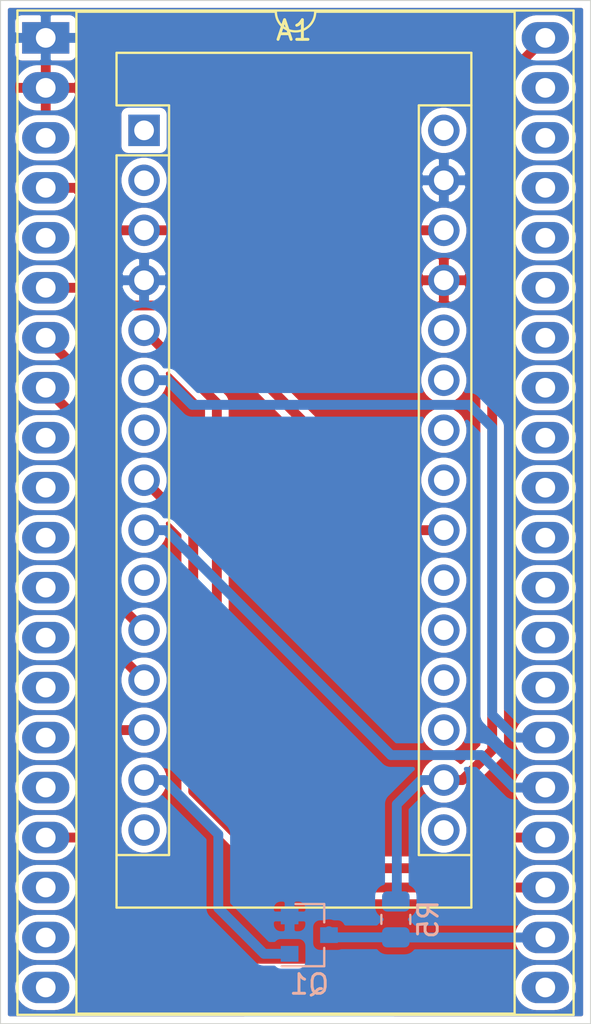
<source format=kicad_pcb>
(kicad_pcb (version 20171130) (host pcbnew 5.99.0+really5.1.12+dfsg1-1)

  (general
    (thickness 1.6)
    (drawings 6)
    (tracks 61)
    (zones 0)
    (modules 4)
    (nets 20)
  )

  (page A4)
  (layers
    (0 F.Cu signal)
    (31 B.Cu signal)
    (32 B.Adhes user)
    (33 F.Adhes user)
    (34 B.Paste user)
    (35 F.Paste user)
    (36 B.SilkS user)
    (37 F.SilkS user)
    (38 B.Mask user)
    (39 F.Mask user)
    (40 Dwgs.User user)
    (41 Cmts.User user)
    (42 Eco1.User user)
    (43 Eco2.User user)
    (44 Edge.Cuts user)
    (45 Margin user)
    (46 B.CrtYd user)
    (47 F.CrtYd user)
    (48 B.Fab user hide)
    (49 F.Fab user hide)
  )

  (setup
    (last_trace_width 0.5)
    (user_trace_width 0.3)
    (user_trace_width 0.5)
    (trace_clearance 0.3)
    (zone_clearance 0.35)
    (zone_45_only no)
    (trace_min 0.2)
    (via_size 0.8)
    (via_drill 0.4)
    (via_min_size 0.4)
    (via_min_drill 0.3)
    (uvia_size 0.3)
    (uvia_drill 0.1)
    (uvias_allowed no)
    (uvia_min_size 0.2)
    (uvia_min_drill 0.1)
    (edge_width 0.05)
    (segment_width 0.2)
    (pcb_text_width 0.3)
    (pcb_text_size 1.5 1.5)
    (mod_edge_width 0.12)
    (mod_text_size 1 1)
    (mod_text_width 0.15)
    (pad_size 1.524 1.524)
    (pad_drill 0.762)
    (pad_to_mask_clearance 0)
    (aux_axis_origin 0 0)
    (visible_elements FFFFFF7F)
    (pcbplotparams
      (layerselection 0x01000_ffffffff)
      (usegerberextensions false)
      (usegerberattributes true)
      (usegerberadvancedattributes true)
      (creategerberjobfile true)
      (excludeedgelayer true)
      (linewidth 0.100000)
      (plotframeref false)
      (viasonmask false)
      (mode 1)
      (useauxorigin false)
      (hpglpennumber 1)
      (hpglpenspeed 20)
      (hpglpendiameter 15.000000)
      (psnegative false)
      (psa4output false)
      (plotreference true)
      (plotvalue true)
      (plotinvisibletext false)
      (padsonsilk false)
      (subtractmaskfromsilk false)
      (outputformat 1)
      (mirror false)
      (drillshape 0)
      (scaleselection 1)
      (outputdirectory "plot"))
  )

  (net 0 "")
  (net 1 GND)
  (net 2 +5V)
  (net 3 +3V3)
  (net 4 /~RESET)
  (net 5 /Y_STEP)
  (net 6 /Y_HOME)
  (net 7 /X_HOME)
  (net 8 /STEPPER_ENABLE)
  (net 9 /EXHAUST_ENABLE)
  (net 10 /LASER_ON)
  (net 11 /LASER_PWM)
  (net 12 /X_DIR)
  (net 13 /X_STEP)
  (net 14 /Y_DIR)
  (net 15 /USB-)
  (net 16 /USB+)
  (net 17 "Net-(A1-Pad15)")
  (net 18 "Net-(A1-Pad14)")
  (net 19 /LASER_ENABLE_2)

  (net_class Default "This is the default net class."
    (clearance 0.3)
    (trace_width 0.3)
    (via_dia 0.8)
    (via_drill 0.4)
    (uvia_dia 0.3)
    (uvia_drill 0.1)
    (add_net +3V3)
    (add_net +5V)
    (add_net /EXHAUST_ENABLE)
    (add_net /LASER_ENABLE_2)
    (add_net /LASER_ON)
    (add_net /LASER_PWM)
    (add_net /STEPPER_ENABLE)
    (add_net /USB+)
    (add_net /USB-)
    (add_net /X_DIR)
    (add_net /X_HOME)
    (add_net /X_STEP)
    (add_net /Y_DIR)
    (add_net /Y_HOME)
    (add_net /Y_STEP)
    (add_net /~RESET)
    (add_net GND)
    (add_net "Net-(A1-Pad14)")
    (add_net "Net-(A1-Pad15)")
  )

  (module onitake:DIP-40_W25.4mm_Socket_LongPads_D1mm locked (layer F.Cu) (tedit 61C327BA) (tstamp 61986792)
    (at 112.3 41.9)
    (descr "40-lead though-hole mounted DIP package, row spacing 25.4 mm (1000 mils), Socket, LongPads")
    (tags "THT DIP DIL PDIP 2.54mm 25.4mm 1000mil Socket LongPads")
    (path /6196FB00)
    (fp_text reference U2 (at 12.7 -2.33) (layer F.SilkS) hide
      (effects (font (size 1 1) (thickness 0.15)))
    )
    (fp_text value mbedLPC1768 (at 12.7 50.59) (layer F.Fab)
      (effects (font (size 1 1) (thickness 0.15)))
    )
    (fp_line (start 1.255 -1.27) (end 25.145 -1.27) (layer F.Fab) (width 0.1))
    (fp_line (start 25.145 -1.27) (end 25.145 49.53) (layer F.Fab) (width 0.1))
    (fp_line (start 25.145 49.53) (end 0.255 49.53) (layer F.Fab) (width 0.1))
    (fp_line (start 0.255 49.53) (end 0.255 -0.27) (layer F.Fab) (width 0.1))
    (fp_line (start 0.255 -0.27) (end 1.255 -1.27) (layer F.Fab) (width 0.1))
    (fp_line (start -1.27 -1.33) (end -1.27 49.59) (layer F.Fab) (width 0.1))
    (fp_line (start -1.27 49.59) (end 26.67 49.59) (layer F.Fab) (width 0.1))
    (fp_line (start 26.67 49.59) (end 26.67 -1.33) (layer F.Fab) (width 0.1))
    (fp_line (start 26.67 -1.33) (end -1.27 -1.33) (layer F.Fab) (width 0.1))
    (fp_line (start 11.7 -1.33) (end 1.56 -1.33) (layer F.SilkS) (width 0.12))
    (fp_line (start 1.56 -1.33) (end 1.56 49.59) (layer F.SilkS) (width 0.12))
    (fp_line (start 1.56 49.59) (end 23.84 49.59) (layer F.SilkS) (width 0.12))
    (fp_line (start 23.84 49.59) (end 23.84 -1.33) (layer F.SilkS) (width 0.12))
    (fp_line (start 23.84 -1.33) (end 13.7 -1.33) (layer F.SilkS) (width 0.12))
    (fp_line (start -1.44 -1.39) (end -1.44 49.65) (layer F.SilkS) (width 0.12))
    (fp_line (start -1.44 49.65) (end 26.84 49.65) (layer F.SilkS) (width 0.12))
    (fp_line (start 26.84 49.65) (end 26.84 -1.39) (layer F.SilkS) (width 0.12))
    (fp_line (start 26.84 -1.39) (end -1.44 -1.39) (layer F.SilkS) (width 0.12))
    (fp_line (start -1.55 -1.6) (end -1.55 49.85) (layer F.CrtYd) (width 0.05))
    (fp_line (start -1.55 49.85) (end 26.95 49.85) (layer F.CrtYd) (width 0.05))
    (fp_line (start 26.95 49.85) (end 26.95 -1.6) (layer F.CrtYd) (width 0.05))
    (fp_line (start 26.95 -1.6) (end -1.55 -1.6) (layer F.CrtYd) (width 0.05))
    (fp_arc (start 12.7 -1.33) (end 11.7 -1.33) (angle -180) (layer F.SilkS) (width 0.12))
    (fp_text user %R (at 12.7 24.13) (layer F.Fab)
      (effects (font (size 1 1) (thickness 0.15)))
    )
    (pad 1 thru_hole rect (at 0 0) (size 2.4 1.6) (drill 1) (layers *.Cu *.Mask)
      (net 1 GND))
    (pad 21 thru_hole oval (at 25.4 48.26) (size 2.4 1.6) (drill 1) (layers *.Cu *.Mask)
      (net 19 /LASER_ENABLE_2))
    (pad 2 thru_hole oval (at 0 2.54) (size 2.4 1.6) (drill 1) (layers *.Cu *.Mask)
      (net 2 +5V))
    (pad 22 thru_hole oval (at 25.4 45.72) (size 2.4 1.6) (drill 1) (layers *.Cu *.Mask)
      (net 11 /LASER_PWM))
    (pad 3 thru_hole oval (at 0 5.08) (size 2.4 1.6) (drill 1) (layers *.Cu *.Mask))
    (pad 23 thru_hole oval (at 25.4 43.18) (size 2.4 1.6) (drill 1) (layers *.Cu *.Mask)
      (net 12 /X_DIR))
    (pad 4 thru_hole oval (at 0 7.62) (size 2.4 1.6) (drill 1) (layers *.Cu *.Mask)
      (net 4 /~RESET))
    (pad 24 thru_hole oval (at 25.4 40.64) (size 2.4 1.6) (drill 1) (layers *.Cu *.Mask)
      (net 13 /X_STEP))
    (pad 5 thru_hole oval (at 0 10.16) (size 2.4 1.6) (drill 1) (layers *.Cu *.Mask)
      (net 10 /LASER_ON))
    (pad 25 thru_hole oval (at 25.4 38.1) (size 2.4 1.6) (drill 1) (layers *.Cu *.Mask)
      (net 14 /Y_DIR))
    (pad 6 thru_hole oval (at 0 12.7) (size 2.4 1.6) (drill 1) (layers *.Cu *.Mask)
      (net 9 /EXHAUST_ENABLE))
    (pad 26 thru_hole oval (at 25.4 35.56) (size 2.4 1.6) (drill 1) (layers *.Cu *.Mask)
      (net 5 /Y_STEP))
    (pad 7 thru_hole oval (at 0 15.24) (size 2.4 1.6) (drill 1) (layers *.Cu *.Mask)
      (net 8 /STEPPER_ENABLE))
    (pad 27 thru_hole oval (at 25.4 33.02) (size 2.4 1.6) (drill 1) (layers *.Cu *.Mask))
    (pad 8 thru_hole oval (at 0 17.78) (size 2.4 1.6) (drill 1) (layers *.Cu *.Mask)
      (net 7 /X_HOME))
    (pad 28 thru_hole oval (at 25.4 30.48) (size 2.4 1.6) (drill 1) (layers *.Cu *.Mask))
    (pad 9 thru_hole oval (at 0 20.32) (size 2.4 1.6) (drill 1) (layers *.Cu *.Mask))
    (pad 29 thru_hole oval (at 25.4 27.94) (size 2.4 1.6) (drill 1) (layers *.Cu *.Mask))
    (pad 10 thru_hole oval (at 0 22.86) (size 2.4 1.6) (drill 1) (layers *.Cu *.Mask))
    (pad 30 thru_hole oval (at 25.4 25.4) (size 2.4 1.6) (drill 1) (layers *.Cu *.Mask))
    (pad 11 thru_hole oval (at 0 25.4) (size 2.4 1.6) (drill 1) (layers *.Cu *.Mask))
    (pad 31 thru_hole oval (at 25.4 22.86) (size 2.4 1.6) (drill 1) (layers *.Cu *.Mask)
      (net 16 /USB+))
    (pad 12 thru_hole oval (at 0 27.94) (size 2.4 1.6) (drill 1) (layers *.Cu *.Mask))
    (pad 32 thru_hole oval (at 25.4 20.32) (size 2.4 1.6) (drill 1) (layers *.Cu *.Mask)
      (net 15 /USB-))
    (pad 13 thru_hole oval (at 0 30.48) (size 2.4 1.6) (drill 1) (layers *.Cu *.Mask))
    (pad 33 thru_hole oval (at 25.4 17.78) (size 2.4 1.6) (drill 1) (layers *.Cu *.Mask))
    (pad 14 thru_hole oval (at 0 33.02) (size 2.4 1.6) (drill 1) (layers *.Cu *.Mask))
    (pad 34 thru_hole oval (at 25.4 15.24) (size 2.4 1.6) (drill 1) (layers *.Cu *.Mask))
    (pad 15 thru_hole oval (at 0 35.56) (size 2.4 1.6) (drill 1) (layers *.Cu *.Mask))
    (pad 35 thru_hole oval (at 25.4 12.7) (size 2.4 1.6) (drill 1) (layers *.Cu *.Mask))
    (pad 16 thru_hole oval (at 0 38.1) (size 2.4 1.6) (drill 1) (layers *.Cu *.Mask))
    (pad 36 thru_hole oval (at 25.4 10.16) (size 2.4 1.6) (drill 1) (layers *.Cu *.Mask))
    (pad 17 thru_hole oval (at 0 40.64) (size 2.4 1.6) (drill 1) (layers *.Cu *.Mask)
      (net 6 /Y_HOME))
    (pad 37 thru_hole oval (at 25.4 7.62) (size 2.4 1.6) (drill 1) (layers *.Cu *.Mask))
    (pad 18 thru_hole oval (at 0 43.18) (size 2.4 1.6) (drill 1) (layers *.Cu *.Mask))
    (pad 38 thru_hole oval (at 25.4 5.08) (size 2.4 1.6) (drill 1) (layers *.Cu *.Mask))
    (pad 19 thru_hole oval (at 0 45.72) (size 2.4 1.6) (drill 1) (layers *.Cu *.Mask))
    (pad 39 thru_hole oval (at 25.4 2.54) (size 2.4 1.6) (drill 1) (layers *.Cu *.Mask))
    (pad 20 thru_hole oval (at 0 48.26) (size 2.4 1.6) (drill 1) (layers *.Cu *.Mask))
    (pad 40 thru_hole oval (at 25.4 0) (size 2.4 1.6) (drill 1) (layers *.Cu *.Mask)
      (net 3 +3V3))
  )

  (module Resistor_SMD:R_0805_2012Metric (layer B.Cu) (tedit 5F68FEEE) (tstamp 61A7541E)
    (at 130.1 86.7 90)
    (descr "Resistor SMD 0805 (2012 Metric), square (rectangular) end terminal, IPC_7351 nominal, (Body size source: IPC-SM-782 page 72, https://www.pcb-3d.com/wordpress/wp-content/uploads/ipc-sm-782a_amendment_1_and_2.pdf), generated with kicad-footprint-generator")
    (tags resistor)
    (path /61A847C3)
    (attr smd)
    (fp_text reference R5 (at 0 1.65 270) (layer B.SilkS)
      (effects (font (size 1 1) (thickness 0.15)) (justify mirror))
    )
    (fp_text value 1k (at 0 -1.65 270) (layer B.Fab)
      (effects (font (size 1 1) (thickness 0.15)) (justify mirror))
    )
    (fp_line (start 1.68 -0.95) (end -1.68 -0.95) (layer B.CrtYd) (width 0.05))
    (fp_line (start 1.68 0.95) (end 1.68 -0.95) (layer B.CrtYd) (width 0.05))
    (fp_line (start -1.68 0.95) (end 1.68 0.95) (layer B.CrtYd) (width 0.05))
    (fp_line (start -1.68 -0.95) (end -1.68 0.95) (layer B.CrtYd) (width 0.05))
    (fp_line (start -0.227064 -0.735) (end 0.227064 -0.735) (layer B.SilkS) (width 0.12))
    (fp_line (start -0.227064 0.735) (end 0.227064 0.735) (layer B.SilkS) (width 0.12))
    (fp_line (start 1 -0.625) (end -1 -0.625) (layer B.Fab) (width 0.1))
    (fp_line (start 1 0.625) (end 1 -0.625) (layer B.Fab) (width 0.1))
    (fp_line (start -1 0.625) (end 1 0.625) (layer B.Fab) (width 0.1))
    (fp_line (start -1 -0.625) (end -1 0.625) (layer B.Fab) (width 0.1))
    (fp_text user %R (at 0 0 270) (layer B.Fab)
      (effects (font (size 0.5 0.5) (thickness 0.08)) (justify mirror))
    )
    (pad 2 smd roundrect (at 0.9125 0 90) (size 1.025 1.4) (layers B.Cu B.Paste B.Mask) (roundrect_rratio 0.2439004878048781)
      (net 3 +3V3))
    (pad 1 smd roundrect (at -0.9125 0 90) (size 1.025 1.4) (layers B.Cu B.Paste B.Mask) (roundrect_rratio 0.2439004878048781)
      (net 11 /LASER_PWM))
    (model ${KISYS3DMOD}/Resistor_SMD.3dshapes/R_0805_2012Metric.wrl
      (at (xyz 0 0 0))
      (scale (xyz 1 1 1))
      (rotate (xyz 0 0 0))
    )
  )

  (module Package_TO_SOT_SMD:SOT-23 (layer B.Cu) (tedit 5A02FF57) (tstamp 61A753C9)
    (at 125.7 87.5)
    (descr "SOT-23, Standard")
    (tags SOT-23)
    (path /61A7AFCE)
    (attr smd)
    (fp_text reference Q1 (at 0 2.5) (layer B.SilkS)
      (effects (font (size 1 1) (thickness 0.15)) (justify mirror))
    )
    (fp_text value 2N7002 (at 0 -2.5) (layer B.Fab)
      (effects (font (size 1 1) (thickness 0.15)) (justify mirror))
    )
    (fp_line (start 0.76 -1.58) (end -0.7 -1.58) (layer B.SilkS) (width 0.12))
    (fp_line (start 0.76 1.58) (end -1.4 1.58) (layer B.SilkS) (width 0.12))
    (fp_line (start -1.7 -1.75) (end -1.7 1.75) (layer B.CrtYd) (width 0.05))
    (fp_line (start 1.7 -1.75) (end -1.7 -1.75) (layer B.CrtYd) (width 0.05))
    (fp_line (start 1.7 1.75) (end 1.7 -1.75) (layer B.CrtYd) (width 0.05))
    (fp_line (start -1.7 1.75) (end 1.7 1.75) (layer B.CrtYd) (width 0.05))
    (fp_line (start 0.76 1.58) (end 0.76 0.65) (layer B.SilkS) (width 0.12))
    (fp_line (start 0.76 -1.58) (end 0.76 -0.65) (layer B.SilkS) (width 0.12))
    (fp_line (start -0.7 -1.52) (end 0.7 -1.52) (layer B.Fab) (width 0.1))
    (fp_line (start 0.7 1.52) (end 0.7 -1.52) (layer B.Fab) (width 0.1))
    (fp_line (start -0.7 0.95) (end -0.15 1.52) (layer B.Fab) (width 0.1))
    (fp_line (start -0.15 1.52) (end 0.7 1.52) (layer B.Fab) (width 0.1))
    (fp_line (start -0.7 0.95) (end -0.7 -1.5) (layer B.Fab) (width 0.1))
    (fp_text user %R (at 0 0 -90) (layer B.Fab)
      (effects (font (size 0.5 0.5) (thickness 0.075)) (justify mirror))
    )
    (pad 3 smd rect (at 1 0) (size 0.9 0.8) (layers B.Cu B.Paste B.Mask)
      (net 11 /LASER_PWM))
    (pad 2 smd rect (at -1 -0.95) (size 0.9 0.8) (layers B.Cu B.Paste B.Mask)
      (net 1 GND))
    (pad 1 smd rect (at -1 0.95) (size 0.9 0.8) (layers B.Cu B.Paste B.Mask)
      (net 18 "Net-(A1-Pad14)"))
    (model ${KISYS3DMOD}/Package_TO_SOT_SMD.3dshapes/SOT-23.wrl
      (at (xyz 0 0 0))
      (scale (xyz 1 1 1))
      (rotate (xyz 0 0 0))
    )
  )

  (module Module:Arduino_Nano (layer F.Cu) (tedit 58ACAF70) (tstamp 61A240C6)
    (at 117.3 46.6)
    (descr "Arduino Nano, http://www.mouser.com/pdfdocs/Gravitech_Arduino_Nano3_0.pdf")
    (tags "Arduino Nano")
    (path /61A22618)
    (fp_text reference A1 (at 7.62 -5.08) (layer F.SilkS)
      (effects (font (size 1 1) (thickness 0.15)))
    )
    (fp_text value Arduino_Nano_v3.x (at 8.89 19.05 90) (layer F.Fab)
      (effects (font (size 1 1) (thickness 0.15)))
    )
    (fp_line (start 16.75 42.16) (end -1.53 42.16) (layer F.CrtYd) (width 0.05))
    (fp_line (start 16.75 42.16) (end 16.75 -4.06) (layer F.CrtYd) (width 0.05))
    (fp_line (start -1.53 -4.06) (end -1.53 42.16) (layer F.CrtYd) (width 0.05))
    (fp_line (start -1.53 -4.06) (end 16.75 -4.06) (layer F.CrtYd) (width 0.05))
    (fp_line (start 16.51 -3.81) (end 16.51 39.37) (layer F.Fab) (width 0.1))
    (fp_line (start 0 -3.81) (end 16.51 -3.81) (layer F.Fab) (width 0.1))
    (fp_line (start -1.27 -2.54) (end 0 -3.81) (layer F.Fab) (width 0.1))
    (fp_line (start -1.27 39.37) (end -1.27 -2.54) (layer F.Fab) (width 0.1))
    (fp_line (start 16.51 39.37) (end -1.27 39.37) (layer F.Fab) (width 0.1))
    (fp_line (start 16.64 -3.94) (end -1.4 -3.94) (layer F.SilkS) (width 0.12))
    (fp_line (start 16.64 39.5) (end 16.64 -3.94) (layer F.SilkS) (width 0.12))
    (fp_line (start -1.4 39.5) (end 16.64 39.5) (layer F.SilkS) (width 0.12))
    (fp_line (start 3.81 41.91) (end 3.81 31.75) (layer F.Fab) (width 0.1))
    (fp_line (start 11.43 41.91) (end 3.81 41.91) (layer F.Fab) (width 0.1))
    (fp_line (start 11.43 31.75) (end 11.43 41.91) (layer F.Fab) (width 0.1))
    (fp_line (start 3.81 31.75) (end 11.43 31.75) (layer F.Fab) (width 0.1))
    (fp_line (start 1.27 36.83) (end -1.4 36.83) (layer F.SilkS) (width 0.12))
    (fp_line (start 1.27 1.27) (end 1.27 36.83) (layer F.SilkS) (width 0.12))
    (fp_line (start 1.27 1.27) (end -1.4 1.27) (layer F.SilkS) (width 0.12))
    (fp_line (start 13.97 36.83) (end 16.64 36.83) (layer F.SilkS) (width 0.12))
    (fp_line (start 13.97 -1.27) (end 13.97 36.83) (layer F.SilkS) (width 0.12))
    (fp_line (start 13.97 -1.27) (end 16.64 -1.27) (layer F.SilkS) (width 0.12))
    (fp_line (start -1.4 -3.94) (end -1.4 -1.27) (layer F.SilkS) (width 0.12))
    (fp_line (start -1.4 1.27) (end -1.4 39.5) (layer F.SilkS) (width 0.12))
    (fp_line (start 1.27 -1.27) (end -1.4 -1.27) (layer F.SilkS) (width 0.12))
    (fp_line (start 1.27 1.27) (end 1.27 -1.27) (layer F.SilkS) (width 0.12))
    (fp_text user %R (at 6.35 19.05 90) (layer F.Fab)
      (effects (font (size 1 1) (thickness 0.15)))
    )
    (pad 16 thru_hole oval (at 15.24 35.56) (size 1.6 1.6) (drill 1) (layers *.Cu *.Mask))
    (pad 15 thru_hole oval (at 0 35.56) (size 1.6 1.6) (drill 1) (layers *.Cu *.Mask)
      (net 17 "Net-(A1-Pad15)"))
    (pad 30 thru_hole oval (at 15.24 0) (size 1.6 1.6) (drill 1) (layers *.Cu *.Mask))
    (pad 14 thru_hole oval (at 0 33.02) (size 1.6 1.6) (drill 1) (layers *.Cu *.Mask)
      (net 18 "Net-(A1-Pad14)"))
    (pad 29 thru_hole oval (at 15.24 2.54) (size 1.6 1.6) (drill 1) (layers *.Cu *.Mask)
      (net 1 GND))
    (pad 13 thru_hole oval (at 0 30.48) (size 1.6 1.6) (drill 1) (layers *.Cu *.Mask)
      (net 6 /Y_HOME))
    (pad 28 thru_hole oval (at 15.24 5.08) (size 1.6 1.6) (drill 1) (layers *.Cu *.Mask)
      (net 4 /~RESET))
    (pad 12 thru_hole oval (at 0 27.94) (size 1.6 1.6) (drill 1) (layers *.Cu *.Mask)
      (net 7 /X_HOME))
    (pad 27 thru_hole oval (at 15.24 7.62) (size 1.6 1.6) (drill 1) (layers *.Cu *.Mask)
      (net 2 +5V))
    (pad 11 thru_hole oval (at 0 25.4) (size 1.6 1.6) (drill 1) (layers *.Cu *.Mask)
      (net 8 /STEPPER_ENABLE))
    (pad 26 thru_hole oval (at 15.24 10.16) (size 1.6 1.6) (drill 1) (layers *.Cu *.Mask))
    (pad 10 thru_hole oval (at 0 22.86) (size 1.6 1.6) (drill 1) (layers *.Cu *.Mask))
    (pad 25 thru_hole oval (at 15.24 12.7) (size 1.6 1.6) (drill 1) (layers *.Cu *.Mask))
    (pad 9 thru_hole oval (at 0 20.32) (size 1.6 1.6) (drill 1) (layers *.Cu *.Mask)
      (net 14 /Y_DIR))
    (pad 24 thru_hole oval (at 15.24 15.24) (size 1.6 1.6) (drill 1) (layers *.Cu *.Mask))
    (pad 8 thru_hole oval (at 0 17.78) (size 1.6 1.6) (drill 1) (layers *.Cu *.Mask)
      (net 12 /X_DIR))
    (pad 23 thru_hole oval (at 15.24 17.78) (size 1.6 1.6) (drill 1) (layers *.Cu *.Mask))
    (pad 7 thru_hole oval (at 0 15.24) (size 1.6 1.6) (drill 1) (layers *.Cu *.Mask))
    (pad 22 thru_hole oval (at 15.24 20.32) (size 1.6 1.6) (drill 1) (layers *.Cu *.Mask)
      (net 9 /EXHAUST_ENABLE))
    (pad 6 thru_hole oval (at 0 12.7) (size 1.6 1.6) (drill 1) (layers *.Cu *.Mask)
      (net 5 /Y_STEP))
    (pad 21 thru_hole oval (at 15.24 22.86) (size 1.6 1.6) (drill 1) (layers *.Cu *.Mask))
    (pad 5 thru_hole oval (at 0 10.16) (size 1.6 1.6) (drill 1) (layers *.Cu *.Mask)
      (net 13 /X_STEP))
    (pad 20 thru_hole oval (at 15.24 25.4) (size 1.6 1.6) (drill 1) (layers *.Cu *.Mask))
    (pad 4 thru_hole oval (at 0 7.62) (size 1.6 1.6) (drill 1) (layers *.Cu *.Mask)
      (net 1 GND))
    (pad 19 thru_hole oval (at 15.24 27.94) (size 1.6 1.6) (drill 1) (layers *.Cu *.Mask))
    (pad 3 thru_hole oval (at 0 5.08) (size 1.6 1.6) (drill 1) (layers *.Cu *.Mask)
      (net 4 /~RESET))
    (pad 18 thru_hole oval (at 15.24 30.48) (size 1.6 1.6) (drill 1) (layers *.Cu *.Mask))
    (pad 2 thru_hole oval (at 0 2.54) (size 1.6 1.6) (drill 1) (layers *.Cu *.Mask))
    (pad 17 thru_hole oval (at 15.24 33.02) (size 1.6 1.6) (drill 1) (layers *.Cu *.Mask)
      (net 3 +3V3))
    (pad 1 thru_hole rect (at 0 0) (size 1.6 1.6) (drill 1) (layers *.Cu *.Mask))
    (model ${KISYS3DMOD}/Module.3dshapes/Arduino_Nano_WithMountingHoles.wrl
      (at (xyz 0 0 0))
      (scale (xyz 1 1 1))
      (rotate (xyz 0 0 0))
    )
  )

  (gr_text 1 (at 115.9 42.1) (layer F.Cu) (tstamp 61A249F3)
    (effects (font (size 1.3 1.3) (thickness 0.25)))
  )
  (gr_text "USB ↓" (at 126.2 90.3) (layer F.Cu)
    (effects (font (size 1.3 1.3) (thickness 0.25)))
  )
  (gr_line (start 110 92) (end 110 40) (layer Edge.Cuts) (width 0.05) (tstamp 6198694F))
  (gr_line (start 140 92) (end 110 92) (layer Edge.Cuts) (width 0.05))
  (gr_line (start 140 40) (end 140 92) (layer Edge.Cuts) (width 0.05))
  (gr_line (start 110 40) (end 140 40) (layer Edge.Cuts) (width 0.05))

  (segment (start 135 44.6) (end 137.7 41.9) (width 0.5) (layer F.Cu) (net 3))
  (segment (start 132.54 79.62) (end 133.48 79.62) (width 0.5) (layer F.Cu) (net 3))
  (segment (start 133.48 79.62) (end 135 78.1) (width 0.5) (layer F.Cu) (net 3))
  (segment (start 135 78.1) (end 135 44.6) (width 0.5) (layer F.Cu) (net 3))
  (segment (start 132.54 79.62) (end 131.38 79.62) (width 0.5) (layer B.Cu) (net 3))
  (segment (start 131.38 79.62) (end 130.15 80.85) (width 0.5) (layer B.Cu) (net 3))
  (segment (start 130.15 85.7375) (end 130.1 85.7875) (width 0.5) (layer B.Cu) (net 3))
  (segment (start 130.15 80.85) (end 130.15 85.7375) (width 0.5) (layer B.Cu) (net 3))
  (segment (start 112.3 49.52) (end 113.82 49.52) (width 0.5) (layer F.Cu) (net 4))
  (segment (start 115.98 51.68) (end 117.3 51.68) (width 0.5) (layer F.Cu) (net 4))
  (segment (start 113.82 49.52) (end 115.98 51.68) (width 0.5) (layer F.Cu) (net 4))
  (segment (start 117.3 51.68) (end 132.54 51.68) (width 0.5) (layer F.Cu) (net 4))
  (segment (start 118.5 59.3) (end 119.7 60.5) (width 0.5) (layer B.Cu) (net 5))
  (segment (start 137.7 77.46) (end 136.16 77.46) (width 0.5) (layer B.Cu) (net 5))
  (segment (start 135 76.3) (end 135 61.7) (width 0.5) (layer B.Cu) (net 5))
  (segment (start 136.16 77.46) (end 135 76.3) (width 0.5) (layer B.Cu) (net 5))
  (segment (start 135 61.7) (end 133.85 60.55) (width 0.5) (layer B.Cu) (net 5))
  (segment (start 119.75 60.55) (end 118.5 59.3) (width 0.5) (layer B.Cu) (net 5))
  (segment (start 133.85 60.55) (end 119.75 60.55) (width 0.5) (layer B.Cu) (net 5))
  (segment (start 118.5 59.3) (end 117.3 59.3) (width 0.5) (layer B.Cu) (net 5))
  (segment (start 115.92 77.08) (end 115.1 77.9) (width 0.5) (layer F.Cu) (net 6))
  (segment (start 117.3 77.08) (end 115.92 77.08) (width 0.5) (layer F.Cu) (net 6))
  (segment (start 115.1 81.4) (end 113.96 82.54) (width 0.5) (layer F.Cu) (net 6))
  (segment (start 115.1 77.9) (end 115.1 81.4) (width 0.5) (layer F.Cu) (net 6))
  (segment (start 113.96 82.54) (end 112.3 82.54) (width 0.5) (layer F.Cu) (net 6))
  (segment (start 112.3 59.68) (end 114.9 62.28) (width 0.5) (layer F.Cu) (net 7))
  (segment (start 114.9 72.14) (end 117.3 74.54) (width 0.5) (layer F.Cu) (net 7))
  (segment (start 114.9 62.28) (end 114.9 72.14) (width 0.5) (layer F.Cu) (net 7))
  (segment (start 112.3 57.14) (end 115.7 60.54) (width 0.5) (layer F.Cu) (net 8))
  (segment (start 115.7 70.4) (end 117.3 72) (width 0.5) (layer F.Cu) (net 8))
  (segment (start 115.7 60.54) (end 115.7 70.4) (width 0.5) (layer F.Cu) (net 8))
  (segment (start 114.8 54.6) (end 115.7 55.5) (width 0.5) (layer F.Cu) (net 9))
  (segment (start 112.3 54.6) (end 114.8 54.6) (width 0.5) (layer F.Cu) (net 9))
  (segment (start 115.7 55.5) (end 119.5 55.5) (width 0.5) (layer F.Cu) (net 9))
  (segment (start 130.92 66.92) (end 132.54 66.92) (width 0.5) (layer F.Cu) (net 9))
  (segment (start 119.5 55.5) (end 130.92 66.92) (width 0.5) (layer F.Cu) (net 9))
  (segment (start 127.0125 87.6125) (end 126.7 87.3) (width 0.5) (layer B.Cu) (net 11))
  (segment (start 130.1 87.6125) (end 127.0125 87.6125) (width 0.5) (layer B.Cu) (net 11))
  (segment (start 130.1075 87.62) (end 130.1 87.6125) (width 0.5) (layer B.Cu) (net 11))
  (segment (start 137.7 87.62) (end 130.1075 87.62) (width 0.5) (layer B.Cu) (net 11))
  (segment (start 119.8 66.88) (end 117.3 64.38) (width 0.5) (layer F.Cu) (net 12))
  (segment (start 119.8 80.2) (end 119.8 66.88) (width 0.5) (layer F.Cu) (net 12))
  (segment (start 124.68 85.08) (end 119.8 80.2) (width 0.5) (layer F.Cu) (net 12))
  (segment (start 137.7 85.08) (end 124.68 85.08) (width 0.5) (layer F.Cu) (net 12))
  (segment (start 117.3 56.76) (end 121 60.46) (width 0.5) (layer F.Cu) (net 13))
  (segment (start 121 60.46) (end 121 79.5) (width 0.5) (layer F.Cu) (net 13))
  (segment (start 121 79.5) (end 125.6 84.1) (width 0.5) (layer F.Cu) (net 13))
  (segment (start 125.6 84.1) (end 133.9 84.1) (width 0.5) (layer F.Cu) (net 13))
  (segment (start 135.46 82.54) (end 137.7 82.54) (width 0.5) (layer F.Cu) (net 13))
  (segment (start 133.9 84.1) (end 135.46 82.54) (width 0.5) (layer F.Cu) (net 13))
  (segment (start 137.7 80) (end 137.4 80) (width 0.5) (layer F.Cu) (net 14))
  (segment (start 129.85 78.35) (end 118.42 66.92) (width 0.5) (layer B.Cu) (net 14))
  (segment (start 134.45 78.35) (end 129.85 78.35) (width 0.5) (layer B.Cu) (net 14))
  (segment (start 136.1 80) (end 134.45 78.35) (width 0.5) (layer B.Cu) (net 14))
  (segment (start 118.42 66.92) (end 117.3 66.92) (width 0.5) (layer B.Cu) (net 14))
  (segment (start 137.7 80) (end 136.1 80) (width 0.5) (layer B.Cu) (net 14))
  (segment (start 117.3 79.62) (end 118.32 79.62) (width 0.5) (layer B.Cu) (net 18))
  (segment (start 124.7 88.45) (end 123.4 88.45) (width 0.5) (layer B.Cu) (net 18))
  (segment (start 121.075 86.125) (end 121.075 82.375) (width 0.5) (layer B.Cu) (net 18))
  (segment (start 123.4 88.45) (end 121.075 86.125) (width 0.5) (layer B.Cu) (net 18))
  (segment (start 118.32 79.62) (end 121.075 82.375) (width 0.5) (layer B.Cu) (net 18))

  (zone (net 2) (net_name +5V) (layer F.Cu) (tstamp 61A24CC9) (hatch edge 0.508)
    (connect_pads (clearance 0.35))
    (min_thickness 0.2)
    (fill yes (arc_segments 32) (thermal_gap 0.35) (thermal_bridge_width 0.5) (smoothing chamfer))
    (polygon
      (pts
        (xy 140 92) (xy 110 92) (xy 110 40) (xy 140 40)
      )
    )
    (filled_polygon
      (pts
        (xy 139.525001 91.525) (xy 130.025 91.525) (xy 130.025 90.16) (xy 136.043952 90.16) (xy 136.068087 90.405043)
        (xy 136.139563 90.640669) (xy 136.255634 90.857823) (xy 136.41184 91.04816) (xy 136.602177 91.204366) (xy 136.819331 91.320437)
        (xy 137.054957 91.391913) (xy 137.238595 91.41) (xy 138.161405 91.41) (xy 138.345043 91.391913) (xy 138.580669 91.320437)
        (xy 138.797823 91.204366) (xy 138.98816 91.04816) (xy 139.144366 90.857823) (xy 139.260437 90.640669) (xy 139.331913 90.405043)
        (xy 139.356048 90.16) (xy 139.331913 89.914957) (xy 139.260437 89.679331) (xy 139.144366 89.462177) (xy 138.98816 89.27184)
        (xy 138.797823 89.115634) (xy 138.580669 88.999563) (xy 138.345043 88.928087) (xy 138.161405 88.91) (xy 137.238595 88.91)
        (xy 137.054957 88.928087) (xy 136.819331 88.999563) (xy 136.602177 89.115634) (xy 136.41184 89.27184) (xy 136.255634 89.462177)
        (xy 136.139563 89.679331) (xy 136.068087 89.914957) (xy 136.043952 90.16) (xy 130.025 90.16) (xy 130.025 88.8515)
        (xy 122.375 88.8515) (xy 122.375 91.525) (xy 110.475 91.525) (xy 110.475 90.16) (xy 110.643952 90.16)
        (xy 110.668087 90.405043) (xy 110.739563 90.640669) (xy 110.855634 90.857823) (xy 111.01184 91.04816) (xy 111.202177 91.204366)
        (xy 111.419331 91.320437) (xy 111.654957 91.391913) (xy 111.838595 91.41) (xy 112.761405 91.41) (xy 112.945043 91.391913)
        (xy 113.180669 91.320437) (xy 113.397823 91.204366) (xy 113.58816 91.04816) (xy 113.744366 90.857823) (xy 113.860437 90.640669)
        (xy 113.931913 90.405043) (xy 113.956048 90.16) (xy 113.931913 89.914957) (xy 113.860437 89.679331) (xy 113.744366 89.462177)
        (xy 113.58816 89.27184) (xy 113.397823 89.115634) (xy 113.180669 88.999563) (xy 112.945043 88.928087) (xy 112.761405 88.91)
        (xy 111.838595 88.91) (xy 111.654957 88.928087) (xy 111.419331 88.999563) (xy 111.202177 89.115634) (xy 111.01184 89.27184)
        (xy 110.855634 89.462177) (xy 110.739563 89.679331) (xy 110.668087 89.914957) (xy 110.643952 90.16) (xy 110.475 90.16)
        (xy 110.475 87.62) (xy 110.643952 87.62) (xy 110.668087 87.865043) (xy 110.739563 88.100669) (xy 110.855634 88.317823)
        (xy 111.01184 88.50816) (xy 111.202177 88.664366) (xy 111.419331 88.780437) (xy 111.654957 88.851913) (xy 111.838595 88.87)
        (xy 112.761405 88.87) (xy 112.945043 88.851913) (xy 113.180669 88.780437) (xy 113.397823 88.664366) (xy 113.58816 88.50816)
        (xy 113.744366 88.317823) (xy 113.860437 88.100669) (xy 113.931913 87.865043) (xy 113.956048 87.62) (xy 136.043952 87.62)
        (xy 136.068087 87.865043) (xy 136.139563 88.100669) (xy 136.255634 88.317823) (xy 136.41184 88.50816) (xy 136.602177 88.664366)
        (xy 136.819331 88.780437) (xy 137.054957 88.851913) (xy 137.238595 88.87) (xy 138.161405 88.87) (xy 138.345043 88.851913)
        (xy 138.580669 88.780437) (xy 138.797823 88.664366) (xy 138.98816 88.50816) (xy 139.144366 88.317823) (xy 139.260437 88.100669)
        (xy 139.331913 87.865043) (xy 139.356048 87.62) (xy 139.331913 87.374957) (xy 139.260437 87.139331) (xy 139.144366 86.922177)
        (xy 138.98816 86.73184) (xy 138.797823 86.575634) (xy 138.580669 86.459563) (xy 138.345043 86.388087) (xy 138.161405 86.37)
        (xy 137.238595 86.37) (xy 137.054957 86.388087) (xy 136.819331 86.459563) (xy 136.602177 86.575634) (xy 136.41184 86.73184)
        (xy 136.255634 86.922177) (xy 136.139563 87.139331) (xy 136.068087 87.374957) (xy 136.043952 87.62) (xy 113.956048 87.62)
        (xy 113.931913 87.374957) (xy 113.860437 87.139331) (xy 113.744366 86.922177) (xy 113.58816 86.73184) (xy 113.397823 86.575634)
        (xy 113.180669 86.459563) (xy 112.945043 86.388087) (xy 112.761405 86.37) (xy 111.838595 86.37) (xy 111.654957 86.388087)
        (xy 111.419331 86.459563) (xy 111.202177 86.575634) (xy 111.01184 86.73184) (xy 110.855634 86.922177) (xy 110.739563 87.139331)
        (xy 110.668087 87.374957) (xy 110.643952 87.62) (xy 110.475 87.62) (xy 110.475 85.08) (xy 110.643952 85.08)
        (xy 110.668087 85.325043) (xy 110.739563 85.560669) (xy 110.855634 85.777823) (xy 111.01184 85.96816) (xy 111.202177 86.124366)
        (xy 111.419331 86.240437) (xy 111.654957 86.311913) (xy 111.838595 86.33) (xy 112.761405 86.33) (xy 112.945043 86.311913)
        (xy 113.180669 86.240437) (xy 113.397823 86.124366) (xy 113.58816 85.96816) (xy 113.744366 85.777823) (xy 113.860437 85.560669)
        (xy 113.931913 85.325043) (xy 113.956048 85.08) (xy 113.931913 84.834957) (xy 113.860437 84.599331) (xy 113.744366 84.382177)
        (xy 113.58816 84.19184) (xy 113.397823 84.035634) (xy 113.180669 83.919563) (xy 112.945043 83.848087) (xy 112.761405 83.83)
        (xy 111.838595 83.83) (xy 111.654957 83.848087) (xy 111.419331 83.919563) (xy 111.202177 84.035634) (xy 111.01184 84.19184)
        (xy 110.855634 84.382177) (xy 110.739563 84.599331) (xy 110.668087 84.834957) (xy 110.643952 85.08) (xy 110.475 85.08)
        (xy 110.475 82.54) (xy 110.643952 82.54) (xy 110.668087 82.785043) (xy 110.739563 83.020669) (xy 110.855634 83.237823)
        (xy 111.01184 83.42816) (xy 111.202177 83.584366) (xy 111.419331 83.700437) (xy 111.654957 83.771913) (xy 111.838595 83.79)
        (xy 112.761405 83.79) (xy 112.945043 83.771913) (xy 113.180669 83.700437) (xy 113.397823 83.584366) (xy 113.58816 83.42816)
        (xy 113.742579 83.24) (xy 113.925613 83.24) (xy 113.96 83.243387) (xy 113.994387 83.24) (xy 113.99439 83.24)
        (xy 114.097224 83.229872) (xy 114.229175 83.189845) (xy 114.350781 83.124845) (xy 114.45737 83.03737) (xy 114.479296 83.010653)
        (xy 115.453063 82.036886) (xy 116.05 82.036886) (xy 116.05 82.283114) (xy 116.098037 82.524611) (xy 116.192265 82.752097)
        (xy 116.329062 82.956828) (xy 116.503172 83.130938) (xy 116.707903 83.267735) (xy 116.935389 83.361963) (xy 117.176886 83.41)
        (xy 117.423114 83.41) (xy 117.664611 83.361963) (xy 117.892097 83.267735) (xy 118.096828 83.130938) (xy 118.270938 82.956828)
        (xy 118.407735 82.752097) (xy 118.501963 82.524611) (xy 118.55 82.283114) (xy 118.55 82.036886) (xy 118.501963 81.795389)
        (xy 118.407735 81.567903) (xy 118.270938 81.363172) (xy 118.096828 81.189062) (xy 117.892097 81.052265) (xy 117.664611 80.958037)
        (xy 117.423114 80.91) (xy 117.176886 80.91) (xy 116.935389 80.958037) (xy 116.707903 81.052265) (xy 116.503172 81.189062)
        (xy 116.329062 81.363172) (xy 116.192265 81.567903) (xy 116.098037 81.795389) (xy 116.05 82.036886) (xy 115.453063 82.036886)
        (xy 115.570653 81.919296) (xy 115.59737 81.89737) (xy 115.684845 81.790781) (xy 115.749845 81.669175) (xy 115.789872 81.537224)
        (xy 115.8 81.43439) (xy 115.8 81.434388) (xy 115.803387 81.400001) (xy 115.8 81.365614) (xy 115.8 79.496886)
        (xy 116.05 79.496886) (xy 116.05 79.743114) (xy 116.098037 79.984611) (xy 116.192265 80.212097) (xy 116.329062 80.416828)
        (xy 116.503172 80.590938) (xy 116.707903 80.727735) (xy 116.935389 80.821963) (xy 117.176886 80.87) (xy 117.423114 80.87)
        (xy 117.664611 80.821963) (xy 117.892097 80.727735) (xy 118.096828 80.590938) (xy 118.270938 80.416828) (xy 118.407735 80.212097)
        (xy 118.501963 79.984611) (xy 118.55 79.743114) (xy 118.55 79.496886) (xy 118.501963 79.255389) (xy 118.407735 79.027903)
        (xy 118.270938 78.823172) (xy 118.096828 78.649062) (xy 117.892097 78.512265) (xy 117.664611 78.418037) (xy 117.423114 78.37)
        (xy 117.176886 78.37) (xy 116.935389 78.418037) (xy 116.707903 78.512265) (xy 116.503172 78.649062) (xy 116.329062 78.823172)
        (xy 116.192265 79.027903) (xy 116.098037 79.255389) (xy 116.05 79.496886) (xy 115.8 79.496886) (xy 115.8 78.189949)
        (xy 116.20995 77.78) (xy 116.264364 77.78) (xy 116.329062 77.876828) (xy 116.503172 78.050938) (xy 116.707903 78.187735)
        (xy 116.935389 78.281963) (xy 117.176886 78.33) (xy 117.423114 78.33) (xy 117.664611 78.281963) (xy 117.892097 78.187735)
        (xy 118.096828 78.050938) (xy 118.270938 77.876828) (xy 118.407735 77.672097) (xy 118.501963 77.444611) (xy 118.55 77.203114)
        (xy 118.55 76.956886) (xy 118.501963 76.715389) (xy 118.407735 76.487903) (xy 118.270938 76.283172) (xy 118.096828 76.109062)
        (xy 117.892097 75.972265) (xy 117.664611 75.878037) (xy 117.423114 75.83) (xy 117.176886 75.83) (xy 116.935389 75.878037)
        (xy 116.707903 75.972265) (xy 116.503172 76.109062) (xy 116.329062 76.283172) (xy 116.264364 76.38) (xy 115.954386 76.38)
        (xy 115.919999 76.376613) (xy 115.885612 76.38) (xy 115.88561 76.38) (xy 115.782776 76.390128) (xy 115.650825 76.430155)
        (xy 115.529218 76.495155) (xy 115.449342 76.560708) (xy 115.42263 76.58263) (xy 115.400708 76.609342) (xy 114.629342 77.380708)
        (xy 114.60263 77.402631) (xy 114.580709 77.429342) (xy 114.580708 77.429343) (xy 114.515155 77.509219) (xy 114.450156 77.630825)
        (xy 114.450155 77.630826) (xy 114.410128 77.762777) (xy 114.403426 77.830826) (xy 114.396613 77.9) (xy 114.4 77.934387)
        (xy 114.400001 81.11005) (xy 113.709887 81.800164) (xy 113.58816 81.65184) (xy 113.397823 81.495634) (xy 113.180669 81.379563)
        (xy 112.945043 81.308087) (xy 112.761405 81.29) (xy 111.838595 81.29) (xy 111.654957 81.308087) (xy 111.419331 81.379563)
        (xy 111.202177 81.495634) (xy 111.01184 81.65184) (xy 110.855634 81.842177) (xy 110.739563 82.059331) (xy 110.668087 82.294957)
        (xy 110.643952 82.54) (xy 110.475 82.54) (xy 110.475 80) (xy 110.643952 80) (xy 110.668087 80.245043)
        (xy 110.739563 80.480669) (xy 110.855634 80.697823) (xy 111.01184 80.88816) (xy 111.202177 81.044366) (xy 111.419331 81.160437)
        (xy 111.654957 81.231913) (xy 111.838595 81.25) (xy 112.761405 81.25) (xy 112.945043 81.231913) (xy 113.180669 81.160437)
        (xy 113.397823 81.044366) (xy 113.58816 80.88816) (xy 113.744366 80.697823) (xy 113.860437 80.480669) (xy 113.931913 80.245043)
        (xy 113.956048 80) (xy 113.931913 79.754957) (xy 113.860437 79.519331) (xy 113.744366 79.302177) (xy 113.58816 79.11184)
        (xy 113.397823 78.955634) (xy 113.180669 78.839563) (xy 112.945043 78.768087) (xy 112.761405 78.75) (xy 111.838595 78.75)
        (xy 111.654957 78.768087) (xy 111.419331 78.839563) (xy 111.202177 78.955634) (xy 111.01184 79.11184) (xy 110.855634 79.302177)
        (xy 110.739563 79.519331) (xy 110.668087 79.754957) (xy 110.643952 80) (xy 110.475 80) (xy 110.475 77.46)
        (xy 110.643952 77.46) (xy 110.668087 77.705043) (xy 110.739563 77.940669) (xy 110.855634 78.157823) (xy 111.01184 78.34816)
        (xy 111.202177 78.504366) (xy 111.419331 78.620437) (xy 111.654957 78.691913) (xy 111.838595 78.71) (xy 112.761405 78.71)
        (xy 112.945043 78.691913) (xy 113.180669 78.620437) (xy 113.397823 78.504366) (xy 113.58816 78.34816) (xy 113.744366 78.157823)
        (xy 113.860437 77.940669) (xy 113.931913 77.705043) (xy 113.956048 77.46) (xy 113.931913 77.214957) (xy 113.860437 76.979331)
        (xy 113.744366 76.762177) (xy 113.58816 76.57184) (xy 113.397823 76.415634) (xy 113.180669 76.299563) (xy 112.945043 76.228087)
        (xy 112.761405 76.21) (xy 111.838595 76.21) (xy 111.654957 76.228087) (xy 111.419331 76.299563) (xy 111.202177 76.415634)
        (xy 111.01184 76.57184) (xy 110.855634 76.762177) (xy 110.739563 76.979331) (xy 110.668087 77.214957) (xy 110.643952 77.46)
        (xy 110.475 77.46) (xy 110.475 74.92) (xy 110.643952 74.92) (xy 110.668087 75.165043) (xy 110.739563 75.400669)
        (xy 110.855634 75.617823) (xy 111.01184 75.80816) (xy 111.202177 75.964366) (xy 111.419331 76.080437) (xy 111.654957 76.151913)
        (xy 111.838595 76.17) (xy 112.761405 76.17) (xy 112.945043 76.151913) (xy 113.180669 76.080437) (xy 113.397823 75.964366)
        (xy 113.58816 75.80816) (xy 113.744366 75.617823) (xy 113.860437 75.400669) (xy 113.931913 75.165043) (xy 113.956048 74.92)
        (xy 113.931913 74.674957) (xy 113.860437 74.439331) (xy 113.744366 74.222177) (xy 113.58816 74.03184) (xy 113.397823 73.875634)
        (xy 113.180669 73.759563) (xy 112.945043 73.688087) (xy 112.761405 73.67) (xy 111.838595 73.67) (xy 111.654957 73.688087)
        (xy 111.419331 73.759563) (xy 111.202177 73.875634) (xy 111.01184 74.03184) (xy 110.855634 74.222177) (xy 110.739563 74.439331)
        (xy 110.668087 74.674957) (xy 110.643952 74.92) (xy 110.475 74.92) (xy 110.475 72.38) (xy 110.643952 72.38)
        (xy 110.668087 72.625043) (xy 110.739563 72.860669) (xy 110.855634 73.077823) (xy 111.01184 73.26816) (xy 111.202177 73.424366)
        (xy 111.419331 73.540437) (xy 111.654957 73.611913) (xy 111.838595 73.63) (xy 112.761405 73.63) (xy 112.945043 73.611913)
        (xy 113.180669 73.540437) (xy 113.397823 73.424366) (xy 113.58816 73.26816) (xy 113.744366 73.077823) (xy 113.860437 72.860669)
        (xy 113.931913 72.625043) (xy 113.956048 72.38) (xy 113.931913 72.134957) (xy 113.860437 71.899331) (xy 113.744366 71.682177)
        (xy 113.58816 71.49184) (xy 113.397823 71.335634) (xy 113.180669 71.219563) (xy 112.945043 71.148087) (xy 112.761405 71.13)
        (xy 111.838595 71.13) (xy 111.654957 71.148087) (xy 111.419331 71.219563) (xy 111.202177 71.335634) (xy 111.01184 71.49184)
        (xy 110.855634 71.682177) (xy 110.739563 71.899331) (xy 110.668087 72.134957) (xy 110.643952 72.38) (xy 110.475 72.38)
        (xy 110.475 69.84) (xy 110.643952 69.84) (xy 110.668087 70.085043) (xy 110.739563 70.320669) (xy 110.855634 70.537823)
        (xy 111.01184 70.72816) (xy 111.202177 70.884366) (xy 111.419331 71.000437) (xy 111.654957 71.071913) (xy 111.838595 71.09)
        (xy 112.761405 71.09) (xy 112.945043 71.071913) (xy 113.180669 71.000437) (xy 113.397823 70.884366) (xy 113.58816 70.72816)
        (xy 113.744366 70.537823) (xy 113.860437 70.320669) (xy 113.931913 70.085043) (xy 113.956048 69.84) (xy 113.931913 69.594957)
        (xy 113.860437 69.359331) (xy 113.744366 69.142177) (xy 113.58816 68.95184) (xy 113.397823 68.795634) (xy 113.180669 68.679563)
        (xy 112.945043 68.608087) (xy 112.761405 68.59) (xy 111.838595 68.59) (xy 111.654957 68.608087) (xy 111.419331 68.679563)
        (xy 111.202177 68.795634) (xy 111.01184 68.95184) (xy 110.855634 69.142177) (xy 110.739563 69.359331) (xy 110.668087 69.594957)
        (xy 110.643952 69.84) (xy 110.475 69.84) (xy 110.475 67.3) (xy 110.643952 67.3) (xy 110.668087 67.545043)
        (xy 110.739563 67.780669) (xy 110.855634 67.997823) (xy 111.01184 68.18816) (xy 111.202177 68.344366) (xy 111.419331 68.460437)
        (xy 111.654957 68.531913) (xy 111.838595 68.55) (xy 112.761405 68.55) (xy 112.945043 68.531913) (xy 113.180669 68.460437)
        (xy 113.397823 68.344366) (xy 113.58816 68.18816) (xy 113.744366 67.997823) (xy 113.860437 67.780669) (xy 113.931913 67.545043)
        (xy 113.956048 67.3) (xy 113.931913 67.054957) (xy 113.860437 66.819331) (xy 113.744366 66.602177) (xy 113.58816 66.41184)
        (xy 113.397823 66.255634) (xy 113.180669 66.139563) (xy 112.945043 66.068087) (xy 112.761405 66.05) (xy 111.838595 66.05)
        (xy 111.654957 66.068087) (xy 111.419331 66.139563) (xy 111.202177 66.255634) (xy 111.01184 66.41184) (xy 110.855634 66.602177)
        (xy 110.739563 66.819331) (xy 110.668087 67.054957) (xy 110.643952 67.3) (xy 110.475 67.3) (xy 110.475 64.76)
        (xy 110.643952 64.76) (xy 110.668087 65.005043) (xy 110.739563 65.240669) (xy 110.855634 65.457823) (xy 111.01184 65.64816)
        (xy 111.202177 65.804366) (xy 111.419331 65.920437) (xy 111.654957 65.991913) (xy 111.838595 66.01) (xy 112.761405 66.01)
        (xy 112.945043 65.991913) (xy 113.180669 65.920437) (xy 113.397823 65.804366) (xy 113.58816 65.64816) (xy 113.744366 65.457823)
        (xy 113.860437 65.240669) (xy 113.931913 65.005043) (xy 113.956048 64.76) (xy 113.931913 64.514957) (xy 113.860437 64.279331)
        (xy 113.744366 64.062177) (xy 113.58816 63.87184) (xy 113.397823 63.715634) (xy 113.180669 63.599563) (xy 112.945043 63.528087)
        (xy 112.761405 63.51) (xy 111.838595 63.51) (xy 111.654957 63.528087) (xy 111.419331 63.599563) (xy 111.202177 63.715634)
        (xy 111.01184 63.87184) (xy 110.855634 64.062177) (xy 110.739563 64.279331) (xy 110.668087 64.514957) (xy 110.643952 64.76)
        (xy 110.475 64.76) (xy 110.475 54.6) (xy 110.643952 54.6) (xy 110.668087 54.845043) (xy 110.739563 55.080669)
        (xy 110.855634 55.297823) (xy 111.01184 55.48816) (xy 111.202177 55.644366) (xy 111.419331 55.760437) (xy 111.654957 55.831913)
        (xy 111.838595 55.85) (xy 112.761405 55.85) (xy 112.945043 55.831913) (xy 113.180669 55.760437) (xy 113.397823 55.644366)
        (xy 113.58816 55.48816) (xy 113.742579 55.3) (xy 114.510051 55.3) (xy 115.180707 55.970657) (xy 115.20263 55.99737)
        (xy 115.229341 56.019291) (xy 115.229342 56.019292) (xy 115.309218 56.084845) (xy 115.430825 56.149845) (xy 115.562776 56.189872)
        (xy 115.66561 56.2) (xy 115.665612 56.2) (xy 115.699999 56.203387) (xy 115.734386 56.2) (xy 116.17897 56.2)
        (xy 116.098037 56.395389) (xy 116.05 56.636886) (xy 116.05 56.883114) (xy 116.098037 57.124611) (xy 116.192265 57.352097)
        (xy 116.329062 57.556828) (xy 116.503172 57.730938) (xy 116.707903 57.867735) (xy 116.935389 57.961963) (xy 117.176886 58.01)
        (xy 117.423114 58.01) (xy 117.537331 57.987281) (xy 117.643985 58.093934) (xy 117.423114 58.05) (xy 117.176886 58.05)
        (xy 116.935389 58.098037) (xy 116.707903 58.192265) (xy 116.503172 58.329062) (xy 116.329062 58.503172) (xy 116.192265 58.707903)
        (xy 116.098037 58.935389) (xy 116.05 59.176886) (xy 116.05 59.423114) (xy 116.098037 59.664611) (xy 116.192265 59.892097)
        (xy 116.329062 60.096828) (xy 116.503172 60.270938) (xy 116.707903 60.407735) (xy 116.935389 60.501963) (xy 117.176886 60.55)
        (xy 117.423114 60.55) (xy 117.664611 60.501963) (xy 117.892097 60.407735) (xy 118.096828 60.270938) (xy 118.270938 60.096828)
        (xy 118.407735 59.892097) (xy 118.501963 59.664611) (xy 118.55 59.423114) (xy 118.55 59.176886) (xy 118.506066 58.956015)
        (xy 120.3 60.74995) (xy 120.3 66.385835) (xy 120.29737 66.38263) (xy 120.270659 66.360709) (xy 118.527281 64.617331)
        (xy 118.55 64.503114) (xy 118.55 64.256886) (xy 118.501963 64.015389) (xy 118.407735 63.787903) (xy 118.270938 63.583172)
        (xy 118.096828 63.409062) (xy 117.892097 63.272265) (xy 117.664611 63.178037) (xy 117.423114 63.13) (xy 117.176886 63.13)
        (xy 116.935389 63.178037) (xy 116.707903 63.272265) (xy 116.503172 63.409062) (xy 116.4 63.512234) (xy 116.4 62.707766)
        (xy 116.503172 62.810938) (xy 116.707903 62.947735) (xy 116.935389 63.041963) (xy 117.176886 63.09) (xy 117.423114 63.09)
        (xy 117.664611 63.041963) (xy 117.892097 62.947735) (xy 118.096828 62.810938) (xy 118.270938 62.636828) (xy 118.407735 62.432097)
        (xy 118.501963 62.204611) (xy 118.55 61.963114) (xy 118.55 61.716886) (xy 118.501963 61.475389) (xy 118.407735 61.247903)
        (xy 118.270938 61.043172) (xy 118.096828 60.869062) (xy 117.892097 60.732265) (xy 117.664611 60.638037) (xy 117.423114 60.59)
        (xy 117.176886 60.59) (xy 116.935389 60.638037) (xy 116.707903 60.732265) (xy 116.503172 60.869062) (xy 116.4 60.972234)
        (xy 116.4 60.574386) (xy 116.403387 60.539999) (xy 116.399641 60.501963) (xy 116.389872 60.402776) (xy 116.349845 60.270825)
        (xy 116.284845 60.149218) (xy 116.219292 60.069342) (xy 116.219287 60.069337) (xy 116.197369 60.04263) (xy 116.170663 60.020713)
        (xy 113.829151 57.679201) (xy 113.860437 57.620669) (xy 113.931913 57.385043) (xy 113.956048 57.14) (xy 113.931913 56.894957)
        (xy 113.860437 56.659331) (xy 113.744366 56.442177) (xy 113.58816 56.25184) (xy 113.397823 56.095634) (xy 113.180669 55.979563)
        (xy 112.945043 55.908087) (xy 112.761405 55.89) (xy 111.838595 55.89) (xy 111.654957 55.908087) (xy 111.419331 55.979563)
        (xy 111.202177 56.095634) (xy 111.01184 56.25184) (xy 110.855634 56.442177) (xy 110.739563 56.659331) (xy 110.668087 56.894957)
        (xy 110.643952 57.14) (xy 110.668087 57.385043) (xy 110.739563 57.620669) (xy 110.855634 57.837823) (xy 111.01184 58.02816)
        (xy 111.202177 58.184366) (xy 111.419331 58.300437) (xy 111.654957 58.371913) (xy 111.838595 58.39) (xy 112.560051 58.39)
        (xy 112.600051 58.43) (xy 111.838595 58.43) (xy 111.654957 58.448087) (xy 111.419331 58.519563) (xy 111.202177 58.635634)
        (xy 111.01184 58.79184) (xy 110.855634 58.982177) (xy 110.739563 59.199331) (xy 110.668087 59.434957) (xy 110.643952 59.68)
        (xy 110.668087 59.925043) (xy 110.739563 60.160669) (xy 110.855634 60.377823) (xy 111.01184 60.56816) (xy 111.202177 60.724366)
        (xy 111.419331 60.840437) (xy 111.654957 60.911913) (xy 111.838595 60.93) (xy 112.560051 60.93) (xy 112.600051 60.97)
        (xy 111.838595 60.97) (xy 111.654957 60.988087) (xy 111.419331 61.059563) (xy 111.202177 61.175634) (xy 111.01184 61.33184)
        (xy 110.855634 61.522177) (xy 110.739563 61.739331) (xy 110.668087 61.974957) (xy 110.643952 62.22) (xy 110.668087 62.465043)
        (xy 110.739563 62.700669) (xy 110.855634 62.917823) (xy 111.01184 63.10816) (xy 111.202177 63.264366) (xy 111.419331 63.380437)
        (xy 111.654957 63.451913) (xy 111.838595 63.47) (xy 112.761405 63.47) (xy 112.945043 63.451913) (xy 113.180669 63.380437)
        (xy 113.397823 63.264366) (xy 113.58816 63.10816) (xy 113.744366 62.917823) (xy 113.860437 62.700669) (xy 113.931913 62.465043)
        (xy 113.946544 62.316493) (xy 114.2 62.569949) (xy 114.200001 72.105603) (xy 114.196613 72.14) (xy 114.210129 72.277223)
        (xy 114.250155 72.409174) (xy 114.315155 72.530781) (xy 114.380708 72.610657) (xy 114.402631 72.63737) (xy 114.429342 72.659291)
        (xy 116.072719 74.302669) (xy 116.05 74.416886) (xy 116.05 74.663114) (xy 116.098037 74.904611) (xy 116.192265 75.132097)
        (xy 116.329062 75.336828) (xy 116.503172 75.510938) (xy 116.707903 75.647735) (xy 116.935389 75.741963) (xy 117.176886 75.79)
        (xy 117.423114 75.79) (xy 117.664611 75.741963) (xy 117.892097 75.647735) (xy 118.096828 75.510938) (xy 118.270938 75.336828)
        (xy 118.407735 75.132097) (xy 118.501963 74.904611) (xy 118.55 74.663114) (xy 118.55 74.416886) (xy 118.501963 74.175389)
        (xy 118.407735 73.947903) (xy 118.270938 73.743172) (xy 118.096828 73.569062) (xy 117.892097 73.432265) (xy 117.664611 73.338037)
        (xy 117.423114 73.29) (xy 117.176886 73.29) (xy 117.062669 73.312719) (xy 116.956016 73.206066) (xy 117.176886 73.25)
        (xy 117.423114 73.25) (xy 117.664611 73.201963) (xy 117.892097 73.107735) (xy 118.096828 72.970938) (xy 118.270938 72.796828)
        (xy 118.407735 72.592097) (xy 118.501963 72.364611) (xy 118.55 72.123114) (xy 118.55 71.876886) (xy 118.501963 71.635389)
        (xy 118.407735 71.407903) (xy 118.270938 71.203172) (xy 118.096828 71.029062) (xy 117.892097 70.892265) (xy 117.664611 70.798037)
        (xy 117.423114 70.75) (xy 117.176886 70.75) (xy 117.062669 70.772719) (xy 116.956015 70.666066) (xy 117.176886 70.71)
        (xy 117.423114 70.71) (xy 117.664611 70.661963) (xy 117.892097 70.567735) (xy 118.096828 70.430938) (xy 118.270938 70.256828)
        (xy 118.407735 70.052097) (xy 118.501963 69.824611) (xy 118.55 69.583114) (xy 118.55 69.336886) (xy 118.501963 69.095389)
        (xy 118.407735 68.867903) (xy 118.270938 68.663172) (xy 118.096828 68.489062) (xy 117.892097 68.352265) (xy 117.664611 68.258037)
        (xy 117.423114 68.21) (xy 117.176886 68.21) (xy 116.935389 68.258037) (xy 116.707903 68.352265) (xy 116.503172 68.489062)
        (xy 116.4 68.592234) (xy 116.4 67.787766) (xy 116.503172 67.890938) (xy 116.707903 68.027735) (xy 116.935389 68.121963)
        (xy 117.176886 68.17) (xy 117.423114 68.17) (xy 117.664611 68.121963) (xy 117.892097 68.027735) (xy 118.096828 67.890938)
        (xy 118.270938 67.716828) (xy 118.407735 67.512097) (xy 118.501963 67.284611) (xy 118.55 67.043114) (xy 118.55 66.796886)
        (xy 118.506066 66.576016) (xy 119.100001 67.169951) (xy 119.1 80.165613) (xy 119.096613 80.2) (xy 119.1 80.234387)
        (xy 119.1 80.234389) (xy 119.110128 80.337223) (xy 119.126375 80.390781) (xy 119.150155 80.469174) (xy 119.215155 80.590781)
        (xy 119.263628 80.649845) (xy 119.30263 80.697369) (xy 119.329343 80.719292) (xy 124.160709 85.550659) (xy 124.18263 85.57737)
        (xy 124.209341 85.599291) (xy 124.209342 85.599292) (xy 124.289218 85.664845) (xy 124.410825 85.729845) (xy 124.542776 85.769872)
        (xy 124.64561 85.78) (xy 124.645612 85.78) (xy 124.679999 85.783387) (xy 124.714386 85.78) (xy 136.257421 85.78)
        (xy 136.41184 85.96816) (xy 136.602177 86.124366) (xy 136.819331 86.240437) (xy 137.054957 86.311913) (xy 137.238595 86.33)
        (xy 138.161405 86.33) (xy 138.345043 86.311913) (xy 138.580669 86.240437) (xy 138.797823 86.124366) (xy 138.98816 85.96816)
        (xy 139.144366 85.777823) (xy 139.260437 85.560669) (xy 139.331913 85.325043) (xy 139.356048 85.08) (xy 139.331913 84.834957)
        (xy 139.260437 84.599331) (xy 139.144366 84.382177) (xy 138.98816 84.19184) (xy 138.797823 84.035634) (xy 138.580669 83.919563)
        (xy 138.345043 83.848087) (xy 138.161405 83.83) (xy 137.238595 83.83) (xy 137.054957 83.848087) (xy 136.819331 83.919563)
        (xy 136.602177 84.035634) (xy 136.41184 84.19184) (xy 136.257421 84.38) (xy 134.609949 84.38) (xy 135.74995 83.24)
        (xy 136.257421 83.24) (xy 136.41184 83.42816) (xy 136.602177 83.584366) (xy 136.819331 83.700437) (xy 137.054957 83.771913)
        (xy 137.238595 83.79) (xy 138.161405 83.79) (xy 138.345043 83.771913) (xy 138.580669 83.700437) (xy 138.797823 83.584366)
        (xy 138.98816 83.42816) (xy 139.144366 83.237823) (xy 139.260437 83.020669) (xy 139.331913 82.785043) (xy 139.356048 82.54)
        (xy 139.331913 82.294957) (xy 139.260437 82.059331) (xy 139.144366 81.842177) (xy 138.98816 81.65184) (xy 138.797823 81.495634)
        (xy 138.580669 81.379563) (xy 138.345043 81.308087) (xy 138.161405 81.29) (xy 137.238595 81.29) (xy 137.054957 81.308087)
        (xy 136.819331 81.379563) (xy 136.602177 81.495634) (xy 136.41184 81.65184) (xy 136.257421 81.84) (xy 135.494386 81.84)
        (xy 135.459999 81.836613) (xy 135.425612 81.84) (xy 135.42561 81.84) (xy 135.322776 81.850128) (xy 135.190825 81.890155)
        (xy 135.069218 81.955155) (xy 135.033041 81.984845) (xy 134.96263 82.04263) (xy 134.940708 82.069342) (xy 133.610051 83.4)
        (xy 132.713387 83.4) (xy 132.904611 83.361963) (xy 133.132097 83.267735) (xy 133.336828 83.130938) (xy 133.510938 82.956828)
        (xy 133.647735 82.752097) (xy 133.741963 82.524611) (xy 133.79 82.283114) (xy 133.79 82.036886) (xy 133.741963 81.795389)
        (xy 133.647735 81.567903) (xy 133.510938 81.363172) (xy 133.336828 81.189062) (xy 133.132097 81.052265) (xy 132.904611 80.958037)
        (xy 132.663114 80.91) (xy 132.416886 80.91) (xy 132.175389 80.958037) (xy 131.947903 81.052265) (xy 131.743172 81.189062)
        (xy 131.569062 81.363172) (xy 131.432265 81.567903) (xy 131.338037 81.795389) (xy 131.29 82.036886) (xy 131.29 82.283114)
        (xy 131.338037 82.524611) (xy 131.432265 82.752097) (xy 131.569062 82.956828) (xy 131.743172 83.130938) (xy 131.947903 83.267735)
        (xy 132.175389 83.361963) (xy 132.366613 83.4) (xy 125.889949 83.4) (xy 121.986835 79.496886) (xy 131.29 79.496886)
        (xy 131.29 79.743114) (xy 131.338037 79.984611) (xy 131.432265 80.212097) (xy 131.569062 80.416828) (xy 131.743172 80.590938)
        (xy 131.947903 80.727735) (xy 132.175389 80.821963) (xy 132.416886 80.87) (xy 132.663114 80.87) (xy 132.904611 80.821963)
        (xy 133.132097 80.727735) (xy 133.336828 80.590938) (xy 133.510938 80.416828) (xy 133.579951 80.313543) (xy 133.617224 80.309872)
        (xy 133.749175 80.269845) (xy 133.870781 80.204845) (xy 133.97737 80.11737) (xy 133.999296 80.090653) (xy 134.089949 80)
        (xy 136.043952 80) (xy 136.068087 80.245043) (xy 136.139563 80.480669) (xy 136.255634 80.697823) (xy 136.41184 80.88816)
        (xy 136.602177 81.044366) (xy 136.819331 81.160437) (xy 137.054957 81.231913) (xy 137.238595 81.25) (xy 138.161405 81.25)
        (xy 138.345043 81.231913) (xy 138.580669 81.160437) (xy 138.797823 81.044366) (xy 138.98816 80.88816) (xy 139.144366 80.697823)
        (xy 139.260437 80.480669) (xy 139.331913 80.245043) (xy 139.356048 80) (xy 139.331913 79.754957) (xy 139.260437 79.519331)
        (xy 139.144366 79.302177) (xy 138.98816 79.11184) (xy 138.797823 78.955634) (xy 138.580669 78.839563) (xy 138.345043 78.768087)
        (xy 138.161405 78.75) (xy 137.238595 78.75) (xy 137.054957 78.768087) (xy 136.819331 78.839563) (xy 136.602177 78.955634)
        (xy 136.41184 79.11184) (xy 136.255634 79.302177) (xy 136.139563 79.519331) (xy 136.068087 79.754957) (xy 136.043952 80)
        (xy 134.089949 80) (xy 135.470663 78.619287) (xy 135.497369 78.59737) (xy 135.519287 78.570663) (xy 135.519292 78.570658)
        (xy 135.584845 78.490781) (xy 135.649845 78.369175) (xy 135.689872 78.237224) (xy 135.703387 78.1) (xy 135.7 78.06561)
        (xy 135.7 77.46) (xy 136.043952 77.46) (xy 136.068087 77.705043) (xy 136.139563 77.940669) (xy 136.255634 78.157823)
        (xy 136.41184 78.34816) (xy 136.602177 78.504366) (xy 136.819331 78.620437) (xy 137.054957 78.691913) (xy 137.238595 78.71)
        (xy 138.161405 78.71) (xy 138.345043 78.691913) (xy 138.580669 78.620437) (xy 138.797823 78.504366) (xy 138.98816 78.34816)
        (xy 139.144366 78.157823) (xy 139.260437 77.940669) (xy 139.331913 77.705043) (xy 139.356048 77.46) (xy 139.331913 77.214957)
        (xy 139.260437 76.979331) (xy 139.144366 76.762177) (xy 138.98816 76.57184) (xy 138.797823 76.415634) (xy 138.580669 76.299563)
        (xy 138.345043 76.228087) (xy 138.161405 76.21) (xy 137.238595 76.21) (xy 137.054957 76.228087) (xy 136.819331 76.299563)
        (xy 136.602177 76.415634) (xy 136.41184 76.57184) (xy 136.255634 76.762177) (xy 136.139563 76.979331) (xy 136.068087 77.214957)
        (xy 136.043952 77.46) (xy 135.7 77.46) (xy 135.7 74.92) (xy 136.043952 74.92) (xy 136.068087 75.165043)
        (xy 136.139563 75.400669) (xy 136.255634 75.617823) (xy 136.41184 75.80816) (xy 136.602177 75.964366) (xy 136.819331 76.080437)
        (xy 137.054957 76.151913) (xy 137.238595 76.17) (xy 138.161405 76.17) (xy 138.345043 76.151913) (xy 138.580669 76.080437)
        (xy 138.797823 75.964366) (xy 138.98816 75.80816) (xy 139.144366 75.617823) (xy 139.260437 75.400669) (xy 139.331913 75.165043)
        (xy 139.356048 74.92) (xy 139.331913 74.674957) (xy 139.260437 74.439331) (xy 139.144366 74.222177) (xy 138.98816 74.03184)
        (xy 138.797823 73.875634) (xy 138.580669 73.759563) (xy 138.345043 73.688087) (xy 138.161405 73.67) (xy 137.238595 73.67)
        (xy 137.054957 73.688087) (xy 136.819331 73.759563) (xy 136.602177 73.875634) (xy 136.41184 74.03184) (xy 136.255634 74.222177)
        (xy 136.139563 74.439331) (xy 136.068087 74.674957) (xy 136.043952 74.92) (xy 135.7 74.92) (xy 135.7 72.38)
        (xy 136.043952 72.38) (xy 136.068087 72.625043) (xy 136.139563 72.860669) (xy 136.255634 73.077823) (xy 136.41184 73.26816)
        (xy 136.602177 73.424366) (xy 136.819331 73.540437) (xy 137.054957 73.611913) (xy 137.238595 73.63) (xy 138.161405 73.63)
        (xy 138.345043 73.611913) (xy 138.580669 73.540437) (xy 138.797823 73.424366) (xy 138.98816 73.26816) (xy 139.144366 73.077823)
        (xy 139.260437 72.860669) (xy 139.331913 72.625043) (xy 139.356048 72.38) (xy 139.331913 72.134957) (xy 139.260437 71.899331)
        (xy 139.144366 71.682177) (xy 138.98816 71.49184) (xy 138.797823 71.335634) (xy 138.580669 71.219563) (xy 138.345043 71.148087)
        (xy 138.161405 71.13) (xy 137.238595 71.13) (xy 137.054957 71.148087) (xy 136.819331 71.219563) (xy 136.602177 71.335634)
        (xy 136.41184 71.49184) (xy 136.255634 71.682177) (xy 136.139563 71.899331) (xy 136.068087 72.134957) (xy 136.043952 72.38)
        (xy 135.7 72.38) (xy 135.7 69.84) (xy 136.043952 69.84) (xy 136.068087 70.085043) (xy 136.139563 70.320669)
        (xy 136.255634 70.537823) (xy 136.41184 70.72816) (xy 136.602177 70.884366) (xy 136.819331 71.000437) (xy 137.054957 71.071913)
        (xy 137.238595 71.09) (xy 138.161405 71.09) (xy 138.345043 71.071913) (xy 138.580669 71.000437) (xy 138.797823 70.884366)
        (xy 138.98816 70.72816) (xy 139.144366 70.537823) (xy 139.260437 70.320669) (xy 139.331913 70.085043) (xy 139.356048 69.84)
        (xy 139.331913 69.594957) (xy 139.260437 69.359331) (xy 139.144366 69.142177) (xy 138.98816 68.95184) (xy 138.797823 68.795634)
        (xy 138.580669 68.679563) (xy 138.345043 68.608087) (xy 138.161405 68.59) (xy 137.238595 68.59) (xy 137.054957 68.608087)
        (xy 136.819331 68.679563) (xy 136.602177 68.795634) (xy 136.41184 68.95184) (xy 136.255634 69.142177) (xy 136.139563 69.359331)
        (xy 136.068087 69.594957) (xy 136.043952 69.84) (xy 135.7 69.84) (xy 135.7 67.3) (xy 136.043952 67.3)
        (xy 136.068087 67.545043) (xy 136.139563 67.780669) (xy 136.255634 67.997823) (xy 136.41184 68.18816) (xy 136.602177 68.344366)
        (xy 136.819331 68.460437) (xy 137.054957 68.531913) (xy 137.238595 68.55) (xy 138.161405 68.55) (xy 138.345043 68.531913)
        (xy 138.580669 68.460437) (xy 138.797823 68.344366) (xy 138.98816 68.18816) (xy 139.144366 67.997823) (xy 139.260437 67.780669)
        (xy 139.331913 67.545043) (xy 139.356048 67.3) (xy 139.331913 67.054957) (xy 139.260437 66.819331) (xy 139.144366 66.602177)
        (xy 138.98816 66.41184) (xy 138.797823 66.255634) (xy 138.580669 66.139563) (xy 138.345043 66.068087) (xy 138.161405 66.05)
        (xy 137.238595 66.05) (xy 137.054957 66.068087) (xy 136.819331 66.139563) (xy 136.602177 66.255634) (xy 136.41184 66.41184)
        (xy 136.255634 66.602177) (xy 136.139563 66.819331) (xy 136.068087 67.054957) (xy 136.043952 67.3) (xy 135.7 67.3)
        (xy 135.7 64.76) (xy 136.043952 64.76) (xy 136.068087 65.005043) (xy 136.139563 65.240669) (xy 136.255634 65.457823)
        (xy 136.41184 65.64816) (xy 136.602177 65.804366) (xy 136.819331 65.920437) (xy 137.054957 65.991913) (xy 137.238595 66.01)
        (xy 138.161405 66.01) (xy 138.345043 65.991913) (xy 138.580669 65.920437) (xy 138.797823 65.804366) (xy 138.98816 65.64816)
        (xy 139.144366 65.457823) (xy 139.260437 65.240669) (xy 139.331913 65.005043) (xy 139.356048 64.76) (xy 139.331913 64.514957)
        (xy 139.260437 64.279331) (xy 139.144366 64.062177) (xy 138.98816 63.87184) (xy 138.797823 63.715634) (xy 138.580669 63.599563)
        (xy 138.345043 63.528087) (xy 138.161405 63.51) (xy 137.238595 63.51) (xy 137.054957 63.528087) (xy 136.819331 63.599563)
        (xy 136.602177 63.715634) (xy 136.41184 63.87184) (xy 136.255634 64.062177) (xy 136.139563 64.279331) (xy 136.068087 64.514957)
        (xy 136.043952 64.76) (xy 135.7 64.76) (xy 135.7 62.22) (xy 136.043952 62.22) (xy 136.068087 62.465043)
        (xy 136.139563 62.700669) (xy 136.255634 62.917823) (xy 136.41184 63.10816) (xy 136.602177 63.264366) (xy 136.819331 63.380437)
        (xy 137.054957 63.451913) (xy 137.238595 63.47) (xy 138.161405 63.47) (xy 138.345043 63.451913) (xy 138.580669 63.380437)
        (xy 138.797823 63.264366) (xy 138.98816 63.10816) (xy 139.144366 62.917823) (xy 139.260437 62.700669) (xy 139.331913 62.465043)
        (xy 139.356048 62.22) (xy 139.331913 61.974957) (xy 139.260437 61.739331) (xy 139.144366 61.522177) (xy 138.98816 61.33184)
        (xy 138.797823 61.175634) (xy 138.580669 61.059563) (xy 138.345043 60.988087) (xy 138.161405 60.97) (xy 137.238595 60.97)
        (xy 137.054957 60.988087) (xy 136.819331 61.059563) (xy 136.602177 61.175634) (xy 136.41184 61.33184) (xy 136.255634 61.522177)
        (xy 136.139563 61.739331) (xy 136.068087 61.974957) (xy 136.043952 62.22) (xy 135.7 62.22) (xy 135.7 59.68)
        (xy 136.043952 59.68) (xy 136.068087 59.925043) (xy 136.139563 60.160669) (xy 136.255634 60.377823) (xy 136.41184 60.56816)
        (xy 136.602177 60.724366) (xy 136.819331 60.840437) (xy 137.054957 60.911913) (xy 137.238595 60.93) (xy 138.161405 60.93)
        (xy 138.345043 60.911913) (xy 138.580669 60.840437) (xy 138.797823 60.724366) (xy 138.98816 60.56816) (xy 139.144366 60.377823)
        (xy 139.260437 60.160669) (xy 139.331913 59.925043) (xy 139.356048 59.68) (xy 139.331913 59.434957) (xy 139.260437 59.199331)
        (xy 139.144366 58.982177) (xy 138.98816 58.79184) (xy 138.797823 58.635634) (xy 138.580669 58.519563) (xy 138.345043 58.448087)
        (xy 138.161405 58.43) (xy 137.238595 58.43) (xy 137.054957 58.448087) (xy 136.819331 58.519563) (xy 136.602177 58.635634)
        (xy 136.41184 58.79184) (xy 136.255634 58.982177) (xy 136.139563 59.199331) (xy 136.068087 59.434957) (xy 136.043952 59.68)
        (xy 135.7 59.68) (xy 135.7 57.14) (xy 136.043952 57.14) (xy 136.068087 57.385043) (xy 136.139563 57.620669)
        (xy 136.255634 57.837823) (xy 136.41184 58.02816) (xy 136.602177 58.184366) (xy 136.819331 58.300437) (xy 137.054957 58.371913)
        (xy 137.238595 58.39) (xy 138.161405 58.39) (xy 138.345043 58.371913) (xy 138.580669 58.300437) (xy 138.797823 58.184366)
        (xy 138.98816 58.02816) (xy 139.144366 57.837823) (xy 139.260437 57.620669) (xy 139.331913 57.385043) (xy 139.356048 57.14)
        (xy 139.331913 56.894957) (xy 139.260437 56.659331) (xy 139.144366 56.442177) (xy 138.98816 56.25184) (xy 138.797823 56.095634)
        (xy 138.580669 55.979563) (xy 138.345043 55.908087) (xy 138.161405 55.89) (xy 137.238595 55.89) (xy 137.054957 55.908087)
        (xy 136.819331 55.979563) (xy 136.602177 56.095634) (xy 136.41184 56.25184) (xy 136.255634 56.442177) (xy 136.139563 56.659331)
        (xy 136.068087 56.894957) (xy 136.043952 57.14) (xy 135.7 57.14) (xy 135.7 54.6) (xy 136.043952 54.6)
        (xy 136.068087 54.845043) (xy 136.139563 55.080669) (xy 136.255634 55.297823) (xy 136.41184 55.48816) (xy 136.602177 55.644366)
        (xy 136.819331 55.760437) (xy 137.054957 55.831913) (xy 137.238595 55.85) (xy 138.161405 55.85) (xy 138.345043 55.831913)
        (xy 138.580669 55.760437) (xy 138.797823 55.644366) (xy 138.98816 55.48816) (xy 139.144366 55.297823) (xy 139.260437 55.080669)
        (xy 139.331913 54.845043) (xy 139.356048 54.6) (xy 139.331913 54.354957) (xy 139.260437 54.119331) (xy 139.144366 53.902177)
        (xy 138.98816 53.71184) (xy 138.797823 53.555634) (xy 138.580669 53.439563) (xy 138.345043 53.368087) (xy 138.161405 53.35)
        (xy 137.238595 53.35) (xy 137.054957 53.368087) (xy 136.819331 53.439563) (xy 136.602177 53.555634) (xy 136.41184 53.71184)
        (xy 136.255634 53.902177) (xy 136.139563 54.119331) (xy 136.068087 54.354957) (xy 136.043952 54.6) (xy 135.7 54.6)
        (xy 135.7 52.06) (xy 136.043952 52.06) (xy 136.068087 52.305043) (xy 136.139563 52.540669) (xy 136.255634 52.757823)
        (xy 136.41184 52.94816) (xy 136.602177 53.104366) (xy 136.819331 53.220437) (xy 137.054957 53.291913) (xy 137.238595 53.31)
        (xy 138.161405 53.31) (xy 138.345043 53.291913) (xy 138.580669 53.220437) (xy 138.797823 53.104366) (xy 138.98816 52.94816)
        (xy 139.144366 52.757823) (xy 139.260437 52.540669) (xy 139.331913 52.305043) (xy 139.356048 52.06) (xy 139.331913 51.814957)
        (xy 139.260437 51.579331) (xy 139.144366 51.362177) (xy 138.98816 51.17184) (xy 138.797823 51.015634) (xy 138.580669 50.899563)
        (xy 138.345043 50.828087) (xy 138.161405 50.81) (xy 137.238595 50.81) (xy 137.054957 50.828087) (xy 136.819331 50.899563)
        (xy 136.602177 51.015634) (xy 136.41184 51.17184) (xy 136.255634 51.362177) (xy 136.139563 51.579331) (xy 136.068087 51.814957)
        (xy 136.043952 52.06) (xy 135.7 52.06) (xy 135.7 49.52) (xy 136.043952 49.52) (xy 136.068087 49.765043)
        (xy 136.139563 50.000669) (xy 136.255634 50.217823) (xy 136.41184 50.40816) (xy 136.602177 50.564366) (xy 136.819331 50.680437)
        (xy 137.054957 50.751913) (xy 137.238595 50.77) (xy 138.161405 50.77) (xy 138.345043 50.751913) (xy 138.580669 50.680437)
        (xy 138.797823 50.564366) (xy 138.98816 50.40816) (xy 139.144366 50.217823) (xy 139.260437 50.000669) (xy 139.331913 49.765043)
        (xy 139.356048 49.52) (xy 139.331913 49.274957) (xy 139.260437 49.039331) (xy 139.144366 48.822177) (xy 138.98816 48.63184)
        (xy 138.797823 48.475634) (xy 138.580669 48.359563) (xy 138.345043 48.288087) (xy 138.161405 48.27) (xy 137.238595 48.27)
        (xy 137.054957 48.288087) (xy 136.819331 48.359563) (xy 136.602177 48.475634) (xy 136.41184 48.63184) (xy 136.255634 48.822177)
        (xy 136.139563 49.039331) (xy 136.068087 49.274957) (xy 136.043952 49.52) (xy 135.7 49.52) (xy 135.7 46.98)
        (xy 136.043952 46.98) (xy 136.068087 47.225043) (xy 136.139563 47.460669) (xy 136.255634 47.677823) (xy 136.41184 47.86816)
        (xy 136.602177 48.024366) (xy 136.819331 48.140437) (xy 137.054957 48.211913) (xy 137.238595 48.23) (xy 138.161405 48.23)
        (xy 138.345043 48.211913) (xy 138.580669 48.140437) (xy 138.797823 48.024366) (xy 138.98816 47.86816) (xy 139.144366 47.677823)
        (xy 139.260437 47.460669) (xy 139.331913 47.225043) (xy 139.356048 46.98) (xy 139.331913 46.734957) (xy 139.260437 46.499331)
        (xy 139.144366 46.282177) (xy 138.98816 46.09184) (xy 138.797823 45.935634) (xy 138.580669 45.819563) (xy 138.345043 45.748087)
        (xy 138.161405 45.73) (xy 137.238595 45.73) (xy 137.054957 45.748087) (xy 136.819331 45.819563) (xy 136.602177 45.935634)
        (xy 136.41184 46.09184) (xy 136.255634 46.282177) (xy 136.139563 46.499331) (xy 136.068087 46.734957) (xy 136.043952 46.98)
        (xy 135.7 46.98) (xy 135.7 44.889949) (xy 136.053456 44.536493) (xy 136.068087 44.685043) (xy 136.139563 44.920669)
        (xy 136.255634 45.137823) (xy 136.41184 45.32816) (xy 136.602177 45.484366) (xy 136.819331 45.600437) (xy 137.054957 45.671913)
        (xy 137.238595 45.69) (xy 138.161405 45.69) (xy 138.345043 45.671913) (xy 138.580669 45.600437) (xy 138.797823 45.484366)
        (xy 138.98816 45.32816) (xy 139.144366 45.137823) (xy 139.260437 44.920669) (xy 139.331913 44.685043) (xy 139.356048 44.44)
        (xy 139.331913 44.194957) (xy 139.260437 43.959331) (xy 139.144366 43.742177) (xy 138.98816 43.55184) (xy 138.797823 43.395634)
        (xy 138.580669 43.279563) (xy 138.345043 43.208087) (xy 138.161405 43.19) (xy 137.39995 43.19) (xy 137.43995 43.15)
        (xy 138.161405 43.15) (xy 138.345043 43.131913) (xy 138.580669 43.060437) (xy 138.797823 42.944366) (xy 138.98816 42.78816)
        (xy 139.144366 42.597823) (xy 139.260437 42.380669) (xy 139.331913 42.145043) (xy 139.356048 41.9) (xy 139.331913 41.654957)
        (xy 139.260437 41.419331) (xy 139.144366 41.202177) (xy 138.98816 41.01184) (xy 138.797823 40.855634) (xy 138.580669 40.739563)
        (xy 138.345043 40.668087) (xy 138.161405 40.65) (xy 137.238595 40.65) (xy 137.054957 40.668087) (xy 136.819331 40.739563)
        (xy 136.602177 40.855634) (xy 136.41184 41.01184) (xy 136.255634 41.202177) (xy 136.139563 41.419331) (xy 136.068087 41.654957)
        (xy 136.043952 41.9) (xy 136.068087 42.145043) (xy 136.139563 42.380669) (xy 136.170849 42.439201) (xy 134.529342 44.080709)
        (xy 134.502631 44.10263) (xy 134.48071 44.129341) (xy 134.480708 44.129343) (xy 134.415155 44.209219) (xy 134.350155 44.330826)
        (xy 134.310129 44.462777) (xy 134.296613 44.6) (xy 134.300001 44.634397) (xy 134.3 77.81005) (xy 133.398908 78.711142)
        (xy 133.336828 78.649062) (xy 133.132097 78.512265) (xy 132.904611 78.418037) (xy 132.663114 78.37) (xy 132.416886 78.37)
        (xy 132.175389 78.418037) (xy 131.947903 78.512265) (xy 131.743172 78.649062) (xy 131.569062 78.823172) (xy 131.432265 79.027903)
        (xy 131.338037 79.255389) (xy 131.29 79.496886) (xy 121.986835 79.496886) (xy 121.7 79.210051) (xy 121.7 76.956886)
        (xy 131.29 76.956886) (xy 131.29 77.203114) (xy 131.338037 77.444611) (xy 131.432265 77.672097) (xy 131.569062 77.876828)
        (xy 131.743172 78.050938) (xy 131.947903 78.187735) (xy 132.175389 78.281963) (xy 132.416886 78.33) (xy 132.663114 78.33)
        (xy 132.904611 78.281963) (xy 133.132097 78.187735) (xy 133.336828 78.050938) (xy 133.510938 77.876828) (xy 133.647735 77.672097)
        (xy 133.741963 77.444611) (xy 133.79 77.203114) (xy 133.79 76.956886) (xy 133.741963 76.715389) (xy 133.647735 76.487903)
        (xy 133.510938 76.283172) (xy 133.336828 76.109062) (xy 133.132097 75.972265) (xy 132.904611 75.878037) (xy 132.663114 75.83)
        (xy 132.416886 75.83) (xy 132.175389 75.878037) (xy 131.947903 75.972265) (xy 131.743172 76.109062) (xy 131.569062 76.283172)
        (xy 131.432265 76.487903) (xy 131.338037 76.715389) (xy 131.29 76.956886) (xy 121.7 76.956886) (xy 121.7 74.416886)
        (xy 131.29 74.416886) (xy 131.29 74.663114) (xy 131.338037 74.904611) (xy 131.432265 75.132097) (xy 131.569062 75.336828)
        (xy 131.743172 75.510938) (xy 131.947903 75.647735) (xy 132.175389 75.741963) (xy 132.416886 75.79) (xy 132.663114 75.79)
        (xy 132.904611 75.741963) (xy 133.132097 75.647735) (xy 133.336828 75.510938) (xy 133.510938 75.336828) (xy 133.647735 75.132097)
        (xy 133.741963 74.904611) (xy 133.79 74.663114) (xy 133.79 74.416886) (xy 133.741963 74.175389) (xy 133.647735 73.947903)
        (xy 133.510938 73.743172) (xy 133.336828 73.569062) (xy 133.132097 73.432265) (xy 132.904611 73.338037) (xy 132.663114 73.29)
        (xy 132.416886 73.29) (xy 132.175389 73.338037) (xy 131.947903 73.432265) (xy 131.743172 73.569062) (xy 131.569062 73.743172)
        (xy 131.432265 73.947903) (xy 131.338037 74.175389) (xy 131.29 74.416886) (xy 121.7 74.416886) (xy 121.7 71.876886)
        (xy 131.29 71.876886) (xy 131.29 72.123114) (xy 131.338037 72.364611) (xy 131.432265 72.592097) (xy 131.569062 72.796828)
        (xy 131.743172 72.970938) (xy 131.947903 73.107735) (xy 132.175389 73.201963) (xy 132.416886 73.25) (xy 132.663114 73.25)
        (xy 132.904611 73.201963) (xy 133.132097 73.107735) (xy 133.336828 72.970938) (xy 133.510938 72.796828) (xy 133.647735 72.592097)
        (xy 133.741963 72.364611) (xy 133.79 72.123114) (xy 133.79 71.876886) (xy 133.741963 71.635389) (xy 133.647735 71.407903)
        (xy 133.510938 71.203172) (xy 133.336828 71.029062) (xy 133.132097 70.892265) (xy 132.904611 70.798037) (xy 132.663114 70.75)
        (xy 132.416886 70.75) (xy 132.175389 70.798037) (xy 131.947903 70.892265) (xy 131.743172 71.029062) (xy 131.569062 71.203172)
        (xy 131.432265 71.407903) (xy 131.338037 71.635389) (xy 131.29 71.876886) (xy 121.7 71.876886) (xy 121.7 69.336886)
        (xy 131.29 69.336886) (xy 131.29 69.583114) (xy 131.338037 69.824611) (xy 131.432265 70.052097) (xy 131.569062 70.256828)
        (xy 131.743172 70.430938) (xy 131.947903 70.567735) (xy 132.175389 70.661963) (xy 132.416886 70.71) (xy 132.663114 70.71)
        (xy 132.904611 70.661963) (xy 133.132097 70.567735) (xy 133.336828 70.430938) (xy 133.510938 70.256828) (xy 133.647735 70.052097)
        (xy 133.741963 69.824611) (xy 133.79 69.583114) (xy 133.79 69.336886) (xy 133.741963 69.095389) (xy 133.647735 68.867903)
        (xy 133.510938 68.663172) (xy 133.336828 68.489062) (xy 133.132097 68.352265) (xy 132.904611 68.258037) (xy 132.663114 68.21)
        (xy 132.416886 68.21) (xy 132.175389 68.258037) (xy 131.947903 68.352265) (xy 131.743172 68.489062) (xy 131.569062 68.663172)
        (xy 131.432265 68.867903) (xy 131.338037 69.095389) (xy 131.29 69.336886) (xy 121.7 69.336886) (xy 121.7 60.494386)
        (xy 121.703387 60.459999) (xy 121.7 60.42561) (xy 121.689872 60.322776) (xy 121.649845 60.190825) (xy 121.627606 60.149218)
        (xy 121.584845 60.069218) (xy 121.519292 59.989342) (xy 121.519287 59.989337) (xy 121.497369 59.96263) (xy 121.470663 59.940713)
        (xy 118.527281 56.997331) (xy 118.55 56.883114) (xy 118.55 56.636886) (xy 118.501963 56.395389) (xy 118.42103 56.2)
        (xy 119.210051 56.2) (xy 130.400709 67.390659) (xy 130.42263 67.41737) (xy 130.449341 67.439291) (xy 130.449342 67.439292)
        (xy 130.529218 67.504845) (xy 130.604424 67.545043) (xy 130.650825 67.569845) (xy 130.782776 67.609872) (xy 130.88561 67.62)
        (xy 130.885613 67.62) (xy 130.92 67.623387) (xy 130.954387 67.62) (xy 131.504364 67.62) (xy 131.569062 67.716828)
        (xy 131.743172 67.890938) (xy 131.947903 68.027735) (xy 132.175389 68.121963) (xy 132.416886 68.17) (xy 132.663114 68.17)
        (xy 132.904611 68.121963) (xy 133.132097 68.027735) (xy 133.336828 67.890938) (xy 133.510938 67.716828) (xy 133.647735 67.512097)
        (xy 133.741963 67.284611) (xy 133.79 67.043114) (xy 133.79 66.796886) (xy 133.741963 66.555389) (xy 133.647735 66.327903)
        (xy 133.510938 66.123172) (xy 133.336828 65.949062) (xy 133.132097 65.812265) (xy 132.904611 65.718037) (xy 132.663114 65.67)
        (xy 132.416886 65.67) (xy 132.175389 65.718037) (xy 131.947903 65.812265) (xy 131.743172 65.949062) (xy 131.569062 66.123172)
        (xy 131.504364 66.22) (xy 131.20995 66.22) (xy 129.246836 64.256886) (xy 131.29 64.256886) (xy 131.29 64.503114)
        (xy 131.338037 64.744611) (xy 131.432265 64.972097) (xy 131.569062 65.176828) (xy 131.743172 65.350938) (xy 131.947903 65.487735)
        (xy 132.175389 65.581963) (xy 132.416886 65.63) (xy 132.663114 65.63) (xy 132.904611 65.581963) (xy 133.132097 65.487735)
        (xy 133.336828 65.350938) (xy 133.510938 65.176828) (xy 133.647735 64.972097) (xy 133.741963 64.744611) (xy 133.79 64.503114)
        (xy 133.79 64.256886) (xy 133.741963 64.015389) (xy 133.647735 63.787903) (xy 133.510938 63.583172) (xy 133.336828 63.409062)
        (xy 133.132097 63.272265) (xy 132.904611 63.178037) (xy 132.663114 63.13) (xy 132.416886 63.13) (xy 132.175389 63.178037)
        (xy 131.947903 63.272265) (xy 131.743172 63.409062) (xy 131.569062 63.583172) (xy 131.432265 63.787903) (xy 131.338037 64.015389)
        (xy 131.29 64.256886) (xy 129.246836 64.256886) (xy 126.706836 61.716886) (xy 131.29 61.716886) (xy 131.29 61.963114)
        (xy 131.338037 62.204611) (xy 131.432265 62.432097) (xy 131.569062 62.636828) (xy 131.743172 62.810938) (xy 131.947903 62.947735)
        (xy 132.175389 63.041963) (xy 132.416886 63.09) (xy 132.663114 63.09) (xy 132.904611 63.041963) (xy 133.132097 62.947735)
        (xy 133.336828 62.810938) (xy 133.510938 62.636828) (xy 133.647735 62.432097) (xy 133.741963 62.204611) (xy 133.79 61.963114)
        (xy 133.79 61.716886) (xy 133.741963 61.475389) (xy 133.647735 61.247903) (xy 133.510938 61.043172) (xy 133.336828 60.869062)
        (xy 133.132097 60.732265) (xy 132.904611 60.638037) (xy 132.663114 60.59) (xy 132.416886 60.59) (xy 132.175389 60.638037)
        (xy 131.947903 60.732265) (xy 131.743172 60.869062) (xy 131.569062 61.043172) (xy 131.432265 61.247903) (xy 131.338037 61.475389)
        (xy 131.29 61.716886) (xy 126.706836 61.716886) (xy 124.166836 59.176886) (xy 131.29 59.176886) (xy 131.29 59.423114)
        (xy 131.338037 59.664611) (xy 131.432265 59.892097) (xy 131.569062 60.096828) (xy 131.743172 60.270938) (xy 131.947903 60.407735)
        (xy 132.175389 60.501963) (xy 132.416886 60.55) (xy 132.663114 60.55) (xy 132.904611 60.501963) (xy 133.132097 60.407735)
        (xy 133.336828 60.270938) (xy 133.510938 60.096828) (xy 133.647735 59.892097) (xy 133.741963 59.664611) (xy 133.79 59.423114)
        (xy 133.79 59.176886) (xy 133.741963 58.935389) (xy 133.647735 58.707903) (xy 133.510938 58.503172) (xy 133.336828 58.329062)
        (xy 133.132097 58.192265) (xy 132.904611 58.098037) (xy 132.663114 58.05) (xy 132.416886 58.05) (xy 132.175389 58.098037)
        (xy 131.947903 58.192265) (xy 131.743172 58.329062) (xy 131.569062 58.503172) (xy 131.432265 58.707903) (xy 131.338037 58.935389)
        (xy 131.29 59.176886) (xy 124.166836 59.176886) (xy 121.626836 56.636886) (xy 131.29 56.636886) (xy 131.29 56.883114)
        (xy 131.338037 57.124611) (xy 131.432265 57.352097) (xy 131.569062 57.556828) (xy 131.743172 57.730938) (xy 131.947903 57.867735)
        (xy 132.175389 57.961963) (xy 132.416886 58.01) (xy 132.663114 58.01) (xy 132.904611 57.961963) (xy 133.132097 57.867735)
        (xy 133.336828 57.730938) (xy 133.510938 57.556828) (xy 133.647735 57.352097) (xy 133.741963 57.124611) (xy 133.79 56.883114)
        (xy 133.79 56.636886) (xy 133.741963 56.395389) (xy 133.647735 56.167903) (xy 133.510938 55.963172) (xy 133.336828 55.789062)
        (xy 133.132097 55.652265) (xy 132.904611 55.558037) (xy 132.663114 55.51) (xy 132.416886 55.51) (xy 132.175389 55.558037)
        (xy 131.947903 55.652265) (xy 131.743172 55.789062) (xy 131.569062 55.963172) (xy 131.432265 56.167903) (xy 131.338037 56.395389)
        (xy 131.29 56.636886) (xy 121.626836 56.636886) (xy 120.019296 55.029347) (xy 119.99737 55.00263) (xy 119.890781 54.915155)
        (xy 119.769175 54.850155) (xy 119.637224 54.810128) (xy 119.53439 54.8) (xy 119.534387 54.8) (xy 119.5 54.796613)
        (xy 119.465613 54.8) (xy 118.412746 54.8) (xy 118.501963 54.584611) (xy 118.506404 54.562283) (xy 131.337777 54.562283)
        (xy 131.35022 54.603325) (xy 131.447864 54.828074) (xy 131.587478 55.029455) (xy 131.763697 55.199729) (xy 131.969749 55.332353)
        (xy 132.197716 55.42223) (xy 132.39 55.348474) (xy 132.39 54.37) (xy 132.69 54.37) (xy 132.69 55.348474)
        (xy 132.882284 55.42223) (xy 133.110251 55.332353) (xy 133.316303 55.199729) (xy 133.492522 55.029455) (xy 133.632136 54.828074)
        (xy 133.72978 54.603325) (xy 133.742223 54.562283) (xy 133.667567 54.37) (xy 132.69 54.37) (xy 132.39 54.37)
        (xy 131.412433 54.37) (xy 131.337777 54.562283) (xy 118.506404 54.562283) (xy 118.55 54.343114) (xy 118.55 54.096886)
        (xy 118.506405 53.877717) (xy 131.337777 53.877717) (xy 131.412433 54.07) (xy 132.39 54.07) (xy 132.39 53.091526)
        (xy 132.69 53.091526) (xy 132.69 54.07) (xy 133.667567 54.07) (xy 133.742223 53.877717) (xy 133.72978 53.836675)
        (xy 133.632136 53.611926) (xy 133.492522 53.410545) (xy 133.316303 53.240271) (xy 133.110251 53.107647) (xy 132.882284 53.01777)
        (xy 132.69 53.091526) (xy 132.39 53.091526) (xy 132.197716 53.01777) (xy 131.969749 53.107647) (xy 131.763697 53.240271)
        (xy 131.587478 53.410545) (xy 131.447864 53.611926) (xy 131.35022 53.836675) (xy 131.337777 53.877717) (xy 118.506405 53.877717)
        (xy 118.501963 53.855389) (xy 118.407735 53.627903) (xy 118.270938 53.423172) (xy 118.096828 53.249062) (xy 117.892097 53.112265)
        (xy 117.664611 53.018037) (xy 117.423114 52.97) (xy 117.176886 52.97) (xy 116.935389 53.018037) (xy 116.707903 53.112265)
        (xy 116.503172 53.249062) (xy 116.329062 53.423172) (xy 116.192265 53.627903) (xy 116.098037 53.855389) (xy 116.05 54.096886)
        (xy 116.05 54.343114) (xy 116.098037 54.584611) (xy 116.187254 54.8) (xy 115.98995 54.8) (xy 115.319296 54.129347)
        (xy 115.29737 54.10263) (xy 115.190781 54.015155) (xy 115.069175 53.950155) (xy 114.937224 53.910128) (xy 114.83439 53.9)
        (xy 114.834387 53.9) (xy 114.8 53.896613) (xy 114.765613 53.9) (xy 113.742579 53.9) (xy 113.58816 53.71184)
        (xy 113.397823 53.555634) (xy 113.180669 53.439563) (xy 112.945043 53.368087) (xy 112.761405 53.35) (xy 111.838595 53.35)
        (xy 111.654957 53.368087) (xy 111.419331 53.439563) (xy 111.202177 53.555634) (xy 111.01184 53.71184) (xy 110.855634 53.902177)
        (xy 110.739563 54.119331) (xy 110.668087 54.354957) (xy 110.643952 54.6) (xy 110.475 54.6) (xy 110.475 52.06)
        (xy 110.643952 52.06) (xy 110.668087 52.305043) (xy 110.739563 52.540669) (xy 110.855634 52.757823) (xy 111.01184 52.94816)
        (xy 111.202177 53.104366) (xy 111.419331 53.220437) (xy 111.654957 53.291913) (xy 111.838595 53.31) (xy 112.761405 53.31)
        (xy 112.945043 53.291913) (xy 113.180669 53.220437) (xy 113.397823 53.104366) (xy 113.58816 52.94816) (xy 113.744366 52.757823)
        (xy 113.860437 52.540669) (xy 113.931913 52.305043) (xy 113.956048 52.06) (xy 113.931913 51.814957) (xy 113.860437 51.579331)
        (xy 113.744366 51.362177) (xy 113.58816 51.17184) (xy 113.397823 51.015634) (xy 113.180669 50.899563) (xy 112.945043 50.828087)
        (xy 112.761405 50.81) (xy 111.838595 50.81) (xy 111.654957 50.828087) (xy 111.419331 50.899563) (xy 111.202177 51.015634)
        (xy 111.01184 51.17184) (xy 110.855634 51.362177) (xy 110.739563 51.579331) (xy 110.668087 51.814957) (xy 110.643952 52.06)
        (xy 110.475 52.06) (xy 110.475 49.52) (xy 110.643952 49.52) (xy 110.668087 49.765043) (xy 110.739563 50.000669)
        (xy 110.855634 50.217823) (xy 111.01184 50.40816) (xy 111.202177 50.564366) (xy 111.419331 50.680437) (xy 111.654957 50.751913)
        (xy 111.838595 50.77) (xy 112.761405 50.77) (xy 112.945043 50.751913) (xy 113.180669 50.680437) (xy 113.397823 50.564366)
        (xy 113.58816 50.40816) (xy 113.646781 50.33673) (xy 115.460704 52.150653) (xy 115.48263 52.17737) (xy 115.589219 52.264845)
        (xy 115.710825 52.329845) (xy 115.842776 52.369872) (xy 115.94561 52.38) (xy 115.945612 52.38) (xy 115.979999 52.383387)
        (xy 116.014386 52.38) (xy 116.264364 52.38) (xy 116.329062 52.476828) (xy 116.503172 52.650938) (xy 116.707903 52.787735)
        (xy 116.935389 52.881963) (xy 117.176886 52.93) (xy 117.423114 52.93) (xy 117.664611 52.881963) (xy 117.892097 52.787735)
        (xy 118.096828 52.650938) (xy 118.270938 52.476828) (xy 118.335636 52.38) (xy 131.504364 52.38) (xy 131.569062 52.476828)
        (xy 131.743172 52.650938) (xy 131.947903 52.787735) (xy 132.175389 52.881963) (xy 132.416886 52.93) (xy 132.663114 52.93)
        (xy 132.904611 52.881963) (xy 133.132097 52.787735) (xy 133.336828 52.650938) (xy 133.510938 52.476828) (xy 133.647735 52.272097)
        (xy 133.741963 52.044611) (xy 133.79 51.803114) (xy 133.79 51.556886) (xy 133.741963 51.315389) (xy 133.647735 51.087903)
        (xy 133.510938 50.883172) (xy 133.336828 50.709062) (xy 133.132097 50.572265) (xy 132.904611 50.478037) (xy 132.663114 50.43)
        (xy 132.416886 50.43) (xy 132.175389 50.478037) (xy 131.947903 50.572265) (xy 131.743172 50.709062) (xy 131.569062 50.883172)
        (xy 131.504364 50.98) (xy 118.335636 50.98) (xy 118.270938 50.883172) (xy 118.096828 50.709062) (xy 117.892097 50.572265)
        (xy 117.664611 50.478037) (xy 117.423114 50.43) (xy 117.176886 50.43) (xy 116.935389 50.478037) (xy 116.707903 50.572265)
        (xy 116.503172 50.709062) (xy 116.329062 50.883172) (xy 116.266601 50.976652) (xy 114.339296 49.049347) (xy 114.31737 49.02263)
        (xy 114.310371 49.016886) (xy 116.05 49.016886) (xy 116.05 49.263114) (xy 116.098037 49.504611) (xy 116.192265 49.732097)
        (xy 116.329062 49.936828) (xy 116.503172 50.110938) (xy 116.707903 50.247735) (xy 116.935389 50.341963) (xy 117.176886 50.39)
        (xy 117.423114 50.39) (xy 117.664611 50.341963) (xy 117.892097 50.247735) (xy 118.096828 50.110938) (xy 118.270938 49.936828)
        (xy 118.407735 49.732097) (xy 118.501963 49.504611) (xy 118.55 49.263114) (xy 118.55 49.016886) (xy 131.29 49.016886)
        (xy 131.29 49.263114) (xy 131.338037 49.504611) (xy 131.432265 49.732097) (xy 131.569062 49.936828) (xy 131.743172 50.110938)
        (xy 131.947903 50.247735) (xy 132.175389 50.341963) (xy 132.416886 50.39) (xy 132.663114 50.39) (xy 132.904611 50.341963)
        (xy 133.132097 50.247735) (xy 133.336828 50.110938) (xy 133.510938 49.936828) (xy 133.647735 49.732097) (xy 133.741963 49.504611)
        (xy 133.79 49.263114) (xy 133.79 49.016886) (xy 133.741963 48.775389) (xy 133.647735 48.547903) (xy 133.510938 48.343172)
        (xy 133.336828 48.169062) (xy 133.132097 48.032265) (xy 132.904611 47.938037) (xy 132.663114 47.89) (xy 132.416886 47.89)
        (xy 132.175389 47.938037) (xy 131.947903 48.032265) (xy 131.743172 48.169062) (xy 131.569062 48.343172) (xy 131.432265 48.547903)
        (xy 131.338037 48.775389) (xy 131.29 49.016886) (xy 118.55 49.016886) (xy 118.501963 48.775389) (xy 118.407735 48.547903)
        (xy 118.270938 48.343172) (xy 118.096828 48.169062) (xy 117.892097 48.032265) (xy 117.664611 47.938037) (xy 117.423114 47.89)
        (xy 117.176886 47.89) (xy 116.935389 47.938037) (xy 116.707903 48.032265) (xy 116.503172 48.169062) (xy 116.329062 48.343172)
        (xy 116.192265 48.547903) (xy 116.098037 48.775389) (xy 116.05 49.016886) (xy 114.310371 49.016886) (xy 114.210781 48.935155)
        (xy 114.089175 48.870155) (xy 113.957224 48.830128) (xy 113.85439 48.82) (xy 113.854387 48.82) (xy 113.82 48.816613)
        (xy 113.785613 48.82) (xy 113.742579 48.82) (xy 113.58816 48.63184) (xy 113.397823 48.475634) (xy 113.180669 48.359563)
        (xy 112.945043 48.288087) (xy 112.761405 48.27) (xy 111.838595 48.27) (xy 111.654957 48.288087) (xy 111.419331 48.359563)
        (xy 111.202177 48.475634) (xy 111.01184 48.63184) (xy 110.855634 48.822177) (xy 110.739563 49.039331) (xy 110.668087 49.274957)
        (xy 110.643952 49.52) (xy 110.475 49.52) (xy 110.475 46.98) (xy 110.643952 46.98) (xy 110.668087 47.225043)
        (xy 110.739563 47.460669) (xy 110.855634 47.677823) (xy 111.01184 47.86816) (xy 111.202177 48.024366) (xy 111.419331 48.140437)
        (xy 111.654957 48.211913) (xy 111.838595 48.23) (xy 112.761405 48.23) (xy 112.945043 48.211913) (xy 113.180669 48.140437)
        (xy 113.397823 48.024366) (xy 113.58816 47.86816) (xy 113.744366 47.677823) (xy 113.860437 47.460669) (xy 113.931913 47.225043)
        (xy 113.956048 46.98) (xy 113.931913 46.734957) (xy 113.860437 46.499331) (xy 113.744366 46.282177) (xy 113.58816 46.09184)
        (xy 113.397823 45.935634) (xy 113.180669 45.819563) (xy 113.116179 45.8) (xy 116.047823 45.8) (xy 116.047823 47.4)
        (xy 116.056511 47.488215) (xy 116.082243 47.573041) (xy 116.124029 47.651216) (xy 116.180263 47.719737) (xy 116.248784 47.775971)
        (xy 116.326959 47.817757) (xy 116.411785 47.843489) (xy 116.5 47.852177) (xy 118.1 47.852177) (xy 118.188215 47.843489)
        (xy 118.273041 47.817757) (xy 118.351216 47.775971) (xy 118.419737 47.719737) (xy 118.475971 47.651216) (xy 118.517757 47.573041)
        (xy 118.543489 47.488215) (xy 118.552177 47.4) (xy 118.552177 46.476886) (xy 131.29 46.476886) (xy 131.29 46.723114)
        (xy 131.338037 46.964611) (xy 131.432265 47.192097) (xy 131.569062 47.396828) (xy 131.743172 47.570938) (xy 131.947903 47.707735)
        (xy 132.175389 47.801963) (xy 132.416886 47.85) (xy 132.663114 47.85) (xy 132.904611 47.801963) (xy 133.132097 47.707735)
        (xy 133.336828 47.570938) (xy 133.510938 47.396828) (xy 133.647735 47.192097) (xy 133.741963 46.964611) (xy 133.79 46.723114)
        (xy 133.79 46.476886) (xy 133.741963 46.235389) (xy 133.647735 46.007903) (xy 133.510938 45.803172) (xy 133.336828 45.629062)
        (xy 133.132097 45.492265) (xy 132.904611 45.398037) (xy 132.663114 45.35) (xy 132.416886 45.35) (xy 132.175389 45.398037)
        (xy 131.947903 45.492265) (xy 131.743172 45.629062) (xy 131.569062 45.803172) (xy 131.432265 46.007903) (xy 131.338037 46.235389)
        (xy 131.29 46.476886) (xy 118.552177 46.476886) (xy 118.552177 45.8) (xy 118.543489 45.711785) (xy 118.517757 45.626959)
        (xy 118.475971 45.548784) (xy 118.419737 45.480263) (xy 118.351216 45.424029) (xy 118.273041 45.382243) (xy 118.188215 45.356511)
        (xy 118.1 45.347823) (xy 116.5 45.347823) (xy 116.411785 45.356511) (xy 116.326959 45.382243) (xy 116.248784 45.424029)
        (xy 116.180263 45.480263) (xy 116.124029 45.548784) (xy 116.082243 45.626959) (xy 116.056511 45.711785) (xy 116.047823 45.8)
        (xy 113.116179 45.8) (xy 112.945043 45.748087) (xy 112.761405 45.73) (xy 111.838595 45.73) (xy 111.654957 45.748087)
        (xy 111.419331 45.819563) (xy 111.202177 45.935634) (xy 111.01184 46.09184) (xy 110.855634 46.282177) (xy 110.739563 46.499331)
        (xy 110.668087 46.734957) (xy 110.643952 46.98) (xy 110.475 46.98) (xy 110.475 44.782283) (xy 110.697777 44.782283)
        (xy 110.777327 45.009742) (xy 110.91005 45.217817) (xy 111.080816 45.396001) (xy 111.283063 45.537447) (xy 111.509019 45.636718)
        (xy 111.75 45.69) (xy 112.15 45.69) (xy 112.15 44.59) (xy 112.45 44.59) (xy 112.45 45.69)
        (xy 112.85 45.69) (xy 113.090981 45.636718) (xy 113.316937 45.537447) (xy 113.519184 45.396001) (xy 113.68995 45.217817)
        (xy 113.822673 45.009742) (xy 113.902223 44.782283) (xy 113.827567 44.59) (xy 112.45 44.59) (xy 112.15 44.59)
        (xy 110.772433 44.59) (xy 110.697777 44.782283) (xy 110.475 44.782283) (xy 110.475 44.097717) (xy 110.697777 44.097717)
        (xy 110.772433 44.29) (xy 112.15 44.29) (xy 112.15 43.19) (xy 112.45 43.19) (xy 112.45 44.29)
        (xy 113.827567 44.29) (xy 113.902223 44.097717) (xy 113.822673 43.870258) (xy 113.68995 43.662183) (xy 113.519184 43.483999)
        (xy 113.316937 43.342553) (xy 113.090981 43.243282) (xy 112.85 43.19) (xy 112.45 43.19) (xy 112.15 43.19)
        (xy 111.75 43.19) (xy 111.509019 43.243282) (xy 111.283063 43.342553) (xy 111.080816 43.483999) (xy 110.91005 43.662183)
        (xy 110.777327 43.870258) (xy 110.697777 44.097717) (xy 110.475 44.097717) (xy 110.475 41.1) (xy 110.647823 41.1)
        (xy 110.647823 42.7) (xy 110.656511 42.788215) (xy 110.682243 42.873041) (xy 110.724029 42.951216) (xy 110.780263 43.019737)
        (xy 110.848784 43.075971) (xy 110.926959 43.117757) (xy 111.011785 43.143489) (xy 111.1 43.152177) (xy 113.5 43.152177)
        (xy 113.588215 43.143489) (xy 113.673041 43.117757) (xy 113.751216 43.075971) (xy 113.819737 43.019737) (xy 113.875971 42.951216)
        (xy 113.917757 42.873041) (xy 113.943489 42.788215) (xy 113.952177 42.7) (xy 113.952177 41.1) (xy 113.943489 41.011785)
        (xy 113.917757 40.926959) (xy 113.875971 40.848784) (xy 113.819737 40.780263) (xy 113.751216 40.724029) (xy 113.673041 40.682243)
        (xy 113.588215 40.656511) (xy 113.537336 40.6515) (xy 114.705953 40.6515) (xy 114.705953 43.7515) (xy 117.094048 43.7515)
        (xy 117.094048 40.6515) (xy 114.705953 40.6515) (xy 113.537336 40.6515) (xy 113.5 40.647823) (xy 111.1 40.647823)
        (xy 111.011785 40.656511) (xy 110.926959 40.682243) (xy 110.848784 40.724029) (xy 110.780263 40.780263) (xy 110.724029 40.848784)
        (xy 110.682243 40.926959) (xy 110.656511 41.011785) (xy 110.647823 41.1) (xy 110.475 41.1) (xy 110.475 40.475)
        (xy 139.525 40.475)
      )
    )
  )
  (zone (net 1) (net_name GND) (layer B.Cu) (tstamp 61A24CC6) (hatch edge 0.508)
    (connect_pads (clearance 0.35))
    (min_thickness 0.2)
    (fill yes (arc_segments 32) (thermal_gap 0.35) (thermal_bridge_width 0.5) (smoothing chamfer))
    (polygon
      (pts
        (xy 140 92) (xy 110 92) (xy 110 40) (xy 140 40)
      )
    )
    (filled_polygon
      (pts
        (xy 139.525001 91.525) (xy 110.475 91.525) (xy 110.475 90.16) (xy 110.643952 90.16) (xy 110.668087 90.405043)
        (xy 110.739563 90.640669) (xy 110.855634 90.857823) (xy 111.01184 91.04816) (xy 111.202177 91.204366) (xy 111.419331 91.320437)
        (xy 111.654957 91.391913) (xy 111.838595 91.41) (xy 112.761405 91.41) (xy 112.945043 91.391913) (xy 113.180669 91.320437)
        (xy 113.397823 91.204366) (xy 113.58816 91.04816) (xy 113.744366 90.857823) (xy 113.860437 90.640669) (xy 113.931913 90.405043)
        (xy 113.956048 90.16) (xy 136.043952 90.16) (xy 136.068087 90.405043) (xy 136.139563 90.640669) (xy 136.255634 90.857823)
        (xy 136.41184 91.04816) (xy 136.602177 91.204366) (xy 136.819331 91.320437) (xy 137.054957 91.391913) (xy 137.238595 91.41)
        (xy 138.161405 91.41) (xy 138.345043 91.391913) (xy 138.580669 91.320437) (xy 138.797823 91.204366) (xy 138.98816 91.04816)
        (xy 139.144366 90.857823) (xy 139.260437 90.640669) (xy 139.331913 90.405043) (xy 139.356048 90.16) (xy 139.331913 89.914957)
        (xy 139.260437 89.679331) (xy 139.144366 89.462177) (xy 138.98816 89.27184) (xy 138.797823 89.115634) (xy 138.580669 88.999563)
        (xy 138.345043 88.928087) (xy 138.161405 88.91) (xy 137.238595 88.91) (xy 137.054957 88.928087) (xy 136.819331 88.999563)
        (xy 136.602177 89.115634) (xy 136.41184 89.27184) (xy 136.255634 89.462177) (xy 136.139563 89.679331) (xy 136.068087 89.914957)
        (xy 136.043952 90.16) (xy 113.956048 90.16) (xy 113.931913 89.914957) (xy 113.860437 89.679331) (xy 113.744366 89.462177)
        (xy 113.58816 89.27184) (xy 113.397823 89.115634) (xy 113.180669 88.999563) (xy 112.945043 88.928087) (xy 112.761405 88.91)
        (xy 111.838595 88.91) (xy 111.654957 88.928087) (xy 111.419331 88.999563) (xy 111.202177 89.115634) (xy 111.01184 89.27184)
        (xy 110.855634 89.462177) (xy 110.739563 89.679331) (xy 110.668087 89.914957) (xy 110.643952 90.16) (xy 110.475 90.16)
        (xy 110.475 87.62) (xy 110.643952 87.62) (xy 110.668087 87.865043) (xy 110.739563 88.100669) (xy 110.855634 88.317823)
        (xy 111.01184 88.50816) (xy 111.202177 88.664366) (xy 111.419331 88.780437) (xy 111.654957 88.851913) (xy 111.838595 88.87)
        (xy 112.761405 88.87) (xy 112.945043 88.851913) (xy 113.180669 88.780437) (xy 113.397823 88.664366) (xy 113.58816 88.50816)
        (xy 113.744366 88.317823) (xy 113.860437 88.100669) (xy 113.931913 87.865043) (xy 113.956048 87.62) (xy 113.931913 87.374957)
        (xy 113.860437 87.139331) (xy 113.744366 86.922177) (xy 113.58816 86.73184) (xy 113.397823 86.575634) (xy 113.180669 86.459563)
        (xy 112.945043 86.388087) (xy 112.761405 86.37) (xy 111.838595 86.37) (xy 111.654957 86.388087) (xy 111.419331 86.459563)
        (xy 111.202177 86.575634) (xy 111.01184 86.73184) (xy 110.855634 86.922177) (xy 110.739563 87.139331) (xy 110.668087 87.374957)
        (xy 110.643952 87.62) (xy 110.475 87.62) (xy 110.475 85.08) (xy 110.643952 85.08) (xy 110.668087 85.325043)
        (xy 110.739563 85.560669) (xy 110.855634 85.777823) (xy 111.01184 85.96816) (xy 111.202177 86.124366) (xy 111.419331 86.240437)
        (xy 111.654957 86.311913) (xy 111.838595 86.33) (xy 112.761405 86.33) (xy 112.945043 86.311913) (xy 113.180669 86.240437)
        (xy 113.397823 86.124366) (xy 113.58816 85.96816) (xy 113.744366 85.777823) (xy 113.860437 85.560669) (xy 113.931913 85.325043)
        (xy 113.956048 85.08) (xy 113.931913 84.834957) (xy 113.860437 84.599331) (xy 113.744366 84.382177) (xy 113.58816 84.19184)
        (xy 113.397823 84.035634) (xy 113.180669 83.919563) (xy 112.945043 83.848087) (xy 112.761405 83.83) (xy 111.838595 83.83)
        (xy 111.654957 83.848087) (xy 111.419331 83.919563) (xy 111.202177 84.035634) (xy 111.01184 84.19184) (xy 110.855634 84.382177)
        (xy 110.739563 84.599331) (xy 110.668087 84.834957) (xy 110.643952 85.08) (xy 110.475 85.08) (xy 110.475 82.54)
        (xy 110.643952 82.54) (xy 110.668087 82.785043) (xy 110.739563 83.020669) (xy 110.855634 83.237823) (xy 111.01184 83.42816)
        (xy 111.202177 83.584366) (xy 111.419331 83.700437) (xy 111.654957 83.771913) (xy 111.838595 83.79) (xy 112.761405 83.79)
        (xy 112.945043 83.771913) (xy 113.180669 83.700437) (xy 113.397823 83.584366) (xy 113.58816 83.42816) (xy 113.744366 83.237823)
        (xy 113.860437 83.020669) (xy 113.931913 82.785043) (xy 113.956048 82.54) (xy 113.931913 82.294957) (xy 113.860437 82.059331)
        (xy 113.84844 82.036886) (xy 116.05 82.036886) (xy 116.05 82.283114) (xy 116.098037 82.524611) (xy 116.192265 82.752097)
        (xy 116.329062 82.956828) (xy 116.503172 83.130938) (xy 116.707903 83.267735) (xy 116.935389 83.361963) (xy 117.176886 83.41)
        (xy 117.423114 83.41) (xy 117.664611 83.361963) (xy 117.892097 83.267735) (xy 118.096828 83.130938) (xy 118.270938 82.956828)
        (xy 118.407735 82.752097) (xy 118.501963 82.524611) (xy 118.55 82.283114) (xy 118.55 82.036886) (xy 118.501963 81.795389)
        (xy 118.407735 81.567903) (xy 118.270938 81.363172) (xy 118.096828 81.189062) (xy 117.892097 81.052265) (xy 117.664611 80.958037)
        (xy 117.423114 80.91) (xy 117.176886 80.91) (xy 116.935389 80.958037) (xy 116.707903 81.052265) (xy 116.503172 81.189062)
        (xy 116.329062 81.363172) (xy 116.192265 81.567903) (xy 116.098037 81.795389) (xy 116.05 82.036886) (xy 113.84844 82.036886)
        (xy 113.744366 81.842177) (xy 113.58816 81.65184) (xy 113.397823 81.495634) (xy 113.180669 81.379563) (xy 112.945043 81.308087)
        (xy 112.761405 81.29) (xy 111.838595 81.29) (xy 111.654957 81.308087) (xy 111.419331 81.379563) (xy 111.202177 81.495634)
        (xy 111.01184 81.65184) (xy 110.855634 81.842177) (xy 110.739563 82.059331) (xy 110.668087 82.294957) (xy 110.643952 82.54)
        (xy 110.475 82.54) (xy 110.475 80) (xy 110.643952 80) (xy 110.668087 80.245043) (xy 110.739563 80.480669)
        (xy 110.855634 80.697823) (xy 111.01184 80.88816) (xy 111.202177 81.044366) (xy 111.419331 81.160437) (xy 111.654957 81.231913)
        (xy 111.838595 81.25) (xy 112.761405 81.25) (xy 112.945043 81.231913) (xy 113.180669 81.160437) (xy 113.397823 81.044366)
        (xy 113.58816 80.88816) (xy 113.744366 80.697823) (xy 113.860437 80.480669) (xy 113.931913 80.245043) (xy 113.956048 80)
        (xy 113.931913 79.754957) (xy 113.860437 79.519331) (xy 113.84844 79.496886) (xy 116.05 79.496886) (xy 116.05 79.743114)
        (xy 116.098037 79.984611) (xy 116.192265 80.212097) (xy 116.329062 80.416828) (xy 116.503172 80.590938) (xy 116.707903 80.727735)
        (xy 116.935389 80.821963) (xy 117.176886 80.87) (xy 117.423114 80.87) (xy 117.664611 80.821963) (xy 117.892097 80.727735)
        (xy 118.096828 80.590938) (xy 118.198909 80.488858) (xy 120.375001 82.66495) (xy 120.375 86.090613) (xy 120.371613 86.125)
        (xy 120.375 86.159387) (xy 120.375 86.159389) (xy 120.385128 86.262223) (xy 120.403366 86.322345) (xy 120.425155 86.394174)
        (xy 120.490155 86.515781) (xy 120.555708 86.595657) (xy 120.57763 86.622369) (xy 120.604343 86.644292) (xy 122.880709 88.920659)
        (xy 122.90263 88.94737) (xy 122.929341 88.969291) (xy 122.929342 88.969292) (xy 123.009219 89.034845) (xy 123.130825 89.099845)
        (xy 123.262776 89.139872) (xy 123.4 89.153387) (xy 123.43439 89.15) (xy 123.914065 89.15) (xy 123.930263 89.169737)
        (xy 123.998784 89.225971) (xy 124.076959 89.267757) (xy 124.161785 89.293489) (xy 124.25 89.302177) (xy 125.15 89.302177)
        (xy 125.238215 89.293489) (xy 125.323041 89.267757) (xy 125.401216 89.225971) (xy 125.469737 89.169737) (xy 125.525971 89.101216)
        (xy 125.567757 89.023041) (xy 125.593489 88.938215) (xy 125.602177 88.85) (xy 125.602177 88.05) (xy 125.593489 87.961785)
        (xy 125.567757 87.876959) (xy 125.525971 87.798784) (xy 125.469737 87.730263) (xy 125.401216 87.674029) (xy 125.323041 87.632243)
        (xy 125.238215 87.606511) (xy 125.15 87.597823) (xy 124.25 87.597823) (xy 124.161785 87.606511) (xy 124.076959 87.632243)
        (xy 123.998784 87.674029) (xy 123.930263 87.730263) (xy 123.914065 87.75) (xy 123.68995 87.75) (xy 122.88995 86.95)
        (xy 123.797823 86.95) (xy 123.806511 87.038215) (xy 123.832243 87.123041) (xy 123.874029 87.201216) (xy 123.930263 87.269737)
        (xy 123.998784 87.325971) (xy 124.076959 87.367757) (xy 124.161785 87.393489) (xy 124.25 87.402177) (xy 124.4375 87.4)
        (xy 124.55 87.2875) (xy 124.55 86.7) (xy 124.85 86.7) (xy 124.85 87.2875) (xy 124.9625 87.4)
        (xy 125.15 87.402177) (xy 125.238215 87.393489) (xy 125.323041 87.367757) (xy 125.401216 87.325971) (xy 125.469737 87.269737)
        (xy 125.525971 87.201216) (xy 125.567757 87.123041) (xy 125.593489 87.038215) (xy 125.602177 86.95) (xy 125.6 86.8125)
        (xy 125.4875 86.7) (xy 124.85 86.7) (xy 124.55 86.7) (xy 123.9125 86.7) (xy 123.8 86.8125)
        (xy 123.797823 86.95) (xy 122.88995 86.95) (xy 122.08995 86.15) (xy 123.797823 86.15) (xy 123.8 86.2875)
        (xy 123.9125 86.4) (xy 124.55 86.4) (xy 124.55 85.8125) (xy 124.85 85.8125) (xy 124.85 86.4)
        (xy 125.4875 86.4) (xy 125.6 86.2875) (xy 125.602177 86.15) (xy 125.593489 86.061785) (xy 125.567757 85.976959)
        (xy 125.525971 85.898784) (xy 125.469737 85.830263) (xy 125.401216 85.774029) (xy 125.323041 85.732243) (xy 125.238215 85.706511)
        (xy 125.15 85.697823) (xy 124.9625 85.7) (xy 124.85 85.8125) (xy 124.55 85.8125) (xy 124.4375 85.7)
        (xy 124.25 85.697823) (xy 124.161785 85.706511) (xy 124.076959 85.732243) (xy 123.998784 85.774029) (xy 123.930263 85.830263)
        (xy 123.874029 85.898784) (xy 123.832243 85.976959) (xy 123.806511 86.061785) (xy 123.797823 86.15) (xy 122.08995 86.15)
        (xy 121.775 85.835051) (xy 121.775 82.409386) (xy 121.778387 82.374999) (xy 121.775 82.34061) (xy 121.764872 82.237776)
        (xy 121.724845 82.105825) (xy 121.659845 81.984219) (xy 121.57237 81.87763) (xy 121.545653 81.855704) (xy 118.839296 79.149347)
        (xy 118.81737 79.12263) (xy 118.710781 79.035155) (xy 118.589175 78.970155) (xy 118.457224 78.930128) (xy 118.35439 78.92)
        (xy 118.354387 78.92) (xy 118.334315 78.918023) (xy 118.270938 78.823172) (xy 118.096828 78.649062) (xy 117.892097 78.512265)
        (xy 117.664611 78.418037) (xy 117.423114 78.37) (xy 117.176886 78.37) (xy 116.935389 78.418037) (xy 116.707903 78.512265)
        (xy 116.503172 78.649062) (xy 116.329062 78.823172) (xy 116.192265 79.027903) (xy 116.098037 79.255389) (xy 116.05 79.496886)
        (xy 113.84844 79.496886) (xy 113.744366 79.302177) (xy 113.58816 79.11184) (xy 113.397823 78.955634) (xy 113.180669 78.839563)
        (xy 112.945043 78.768087) (xy 112.761405 78.75) (xy 111.838595 78.75) (xy 111.654957 78.768087) (xy 111.419331 78.839563)
        (xy 111.202177 78.955634) (xy 111.01184 79.11184) (xy 110.855634 79.302177) (xy 110.739563 79.519331) (xy 110.668087 79.754957)
        (xy 110.643952 80) (xy 110.475 80) (xy 110.475 77.46) (xy 110.643952 77.46) (xy 110.668087 77.705043)
        (xy 110.739563 77.940669) (xy 110.855634 78.157823) (xy 111.01184 78.34816) (xy 111.202177 78.504366) (xy 111.419331 78.620437)
        (xy 111.654957 78.691913) (xy 111.838595 78.71) (xy 112.761405 78.71) (xy 112.945043 78.691913) (xy 113.180669 78.620437)
        (xy 113.397823 78.504366) (xy 113.58816 78.34816) (xy 113.744366 78.157823) (xy 113.860437 77.940669) (xy 113.931913 77.705043)
        (xy 113.956048 77.46) (xy 113.931913 77.214957) (xy 113.860437 76.979331) (xy 113.84844 76.956886) (xy 116.05 76.956886)
        (xy 116.05 77.203114) (xy 116.098037 77.444611) (xy 116.192265 77.672097) (xy 116.329062 77.876828) (xy 116.503172 78.050938)
        (xy 116.707903 78.187735) (xy 116.935389 78.281963) (xy 117.176886 78.33) (xy 117.423114 78.33) (xy 117.664611 78.281963)
        (xy 117.892097 78.187735) (xy 118.096828 78.050938) (xy 118.270938 77.876828) (xy 118.407735 77.672097) (xy 118.501963 77.444611)
        (xy 118.55 77.203114) (xy 118.55 76.956886) (xy 118.501963 76.715389) (xy 118.407735 76.487903) (xy 118.270938 76.283172)
        (xy 118.096828 76.109062) (xy 117.892097 75.972265) (xy 117.664611 75.878037) (xy 117.423114 75.83) (xy 117.176886 75.83)
        (xy 116.935389 75.878037) (xy 116.707903 75.972265) (xy 116.503172 76.109062) (xy 116.329062 76.283172) (xy 116.192265 76.487903)
        (xy 116.098037 76.715389) (xy 116.05 76.956886) (xy 113.84844 76.956886) (xy 113.744366 76.762177) (xy 113.58816 76.57184)
        (xy 113.397823 76.415634) (xy 113.180669 76.299563) (xy 112.945043 76.228087) (xy 112.761405 76.21) (xy 111.838595 76.21)
        (xy 111.654957 76.228087) (xy 111.419331 76.299563) (xy 111.202177 76.415634) (xy 111.01184 76.57184) (xy 110.855634 76.762177)
        (xy 110.739563 76.979331) (xy 110.668087 77.214957) (xy 110.643952 77.46) (xy 110.475 77.46) (xy 110.475 74.92)
        (xy 110.643952 74.92) (xy 110.668087 75.165043) (xy 110.739563 75.400669) (xy 110.855634 75.617823) (xy 111.01184 75.80816)
        (xy 111.202177 75.964366) (xy 111.419331 76.080437) (xy 111.654957 76.151913) (xy 111.838595 76.17) (xy 112.761405 76.17)
        (xy 112.945043 76.151913) (xy 113.180669 76.080437) (xy 113.397823 75.964366) (xy 113.58816 75.80816) (xy 113.744366 75.617823)
        (xy 113.860437 75.400669) (xy 113.931913 75.165043) (xy 113.956048 74.92) (xy 113.931913 74.674957) (xy 113.860437 74.439331)
        (xy 113.84844 74.416886) (xy 116.05 74.416886) (xy 116.05 74.663114) (xy 116.098037 74.904611) (xy 116.192265 75.132097)
        (xy 116.329062 75.336828) (xy 116.503172 75.510938) (xy 116.707903 75.647735) (xy 116.935389 75.741963) (xy 117.176886 75.79)
        (xy 117.423114 75.79) (xy 117.664611 75.741963) (xy 117.892097 75.647735) (xy 118.096828 75.510938) (xy 118.270938 75.336828)
        (xy 118.407735 75.132097) (xy 118.501963 74.904611) (xy 118.55 74.663114) (xy 118.55 74.416886) (xy 118.501963 74.175389)
        (xy 118.407735 73.947903) (xy 118.270938 73.743172) (xy 118.096828 73.569062) (xy 117.892097 73.432265) (xy 117.664611 73.338037)
        (xy 117.423114 73.29) (xy 117.176886 73.29) (xy 116.935389 73.338037) (xy 116.707903 73.432265) (xy 116.503172 73.569062)
        (xy 116.329062 73.743172) (xy 116.192265 73.947903) (xy 116.098037 74.175389) (xy 116.05 74.416886) (xy 113.84844 74.416886)
        (xy 113.744366 74.222177) (xy 113.58816 74.03184) (xy 113.397823 73.875634) (xy 113.180669 73.759563) (xy 112.945043 73.688087)
        (xy 112.761405 73.67) (xy 111.838595 73.67) (xy 111.654957 73.688087) (xy 111.419331 73.759563) (xy 111.202177 73.875634)
        (xy 111.01184 74.03184) (xy 110.855634 74.222177) (xy 110.739563 74.439331) (xy 110.668087 74.674957) (xy 110.643952 74.92)
        (xy 110.475 74.92) (xy 110.475 72.38) (xy 110.643952 72.38) (xy 110.668087 72.625043) (xy 110.739563 72.860669)
        (xy 110.855634 73.077823) (xy 111.01184 73.26816) (xy 111.202177 73.424366) (xy 111.419331 73.540437) (xy 111.654957 73.611913)
        (xy 111.838595 73.63) (xy 112.761405 73.63) (xy 112.945043 73.611913) (xy 113.180669 73.540437) (xy 113.397823 73.424366)
        (xy 113.58816 73.26816) (xy 113.744366 73.077823) (xy 113.860437 72.860669) (xy 113.931913 72.625043) (xy 113.956048 72.38)
        (xy 113.931913 72.134957) (xy 113.860437 71.899331) (xy 113.84844 71.876886) (xy 116.05 71.876886) (xy 116.05 72.123114)
        (xy 116.098037 72.364611) (xy 116.192265 72.592097) (xy 116.329062 72.796828) (xy 116.503172 72.970938) (xy 116.707903 73.107735)
        (xy 116.935389 73.201963) (xy 117.176886 73.25) (xy 117.423114 73.25) (xy 117.664611 73.201963) (xy 117.892097 73.107735)
        (xy 118.096828 72.970938) (xy 118.270938 72.796828) (xy 118.407735 72.592097) (xy 118.501963 72.364611) (xy 118.55 72.123114)
        (xy 118.55 71.876886) (xy 118.501963 71.635389) (xy 118.407735 71.407903) (xy 118.270938 71.203172) (xy 118.096828 71.029062)
        (xy 117.892097 70.892265) (xy 117.664611 70.798037) (xy 117.423114 70.75) (xy 117.176886 70.75) (xy 116.935389 70.798037)
        (xy 116.707903 70.892265) (xy 116.503172 71.029062) (xy 116.329062 71.203172) (xy 116.192265 71.407903) (xy 116.098037 71.635389)
        (xy 116.05 71.876886) (xy 113.84844 71.876886) (xy 113.744366 71.682177) (xy 113.58816 71.49184) (xy 113.397823 71.335634)
        (xy 113.180669 71.219563) (xy 112.945043 71.148087) (xy 112.761405 71.13) (xy 111.838595 71.13) (xy 111.654957 71.148087)
        (xy 111.419331 71.219563) (xy 111.202177 71.335634) (xy 111.01184 71.49184) (xy 110.855634 71.682177) (xy 110.739563 71.899331)
        (xy 110.668087 72.134957) (xy 110.643952 72.38) (xy 110.475 72.38) (xy 110.475 69.84) (xy 110.643952 69.84)
        (xy 110.668087 70.085043) (xy 110.739563 70.320669) (xy 110.855634 70.537823) (xy 111.01184 70.72816) (xy 111.202177 70.884366)
        (xy 111.419331 71.000437) (xy 111.654957 71.071913) (xy 111.838595 71.09) (xy 112.761405 71.09) (xy 112.945043 71.071913)
        (xy 113.180669 71.000437) (xy 113.397823 70.884366) (xy 113.58816 70.72816) (xy 113.744366 70.537823) (xy 113.860437 70.320669)
        (xy 113.931913 70.085043) (xy 113.956048 69.84) (xy 113.931913 69.594957) (xy 113.860437 69.359331) (xy 113.84844 69.336886)
        (xy 116.05 69.336886) (xy 116.05 69.583114) (xy 116.098037 69.824611) (xy 116.192265 70.052097) (xy 116.329062 70.256828)
        (xy 116.503172 70.430938) (xy 116.707903 70.567735) (xy 116.935389 70.661963) (xy 117.176886 70.71) (xy 117.423114 70.71)
        (xy 117.664611 70.661963) (xy 117.892097 70.567735) (xy 118.096828 70.430938) (xy 118.270938 70.256828) (xy 118.407735 70.052097)
        (xy 118.501963 69.824611) (xy 118.55 69.583114) (xy 118.55 69.336886) (xy 118.501963 69.095389) (xy 118.407735 68.867903)
        (xy 118.270938 68.663172) (xy 118.096828 68.489062) (xy 117.892097 68.352265) (xy 117.664611 68.258037) (xy 117.423114 68.21)
        (xy 117.176886 68.21) (xy 116.935389 68.258037) (xy 116.707903 68.352265) (xy 116.503172 68.489062) (xy 116.329062 68.663172)
        (xy 116.192265 68.867903) (xy 116.098037 69.095389) (xy 116.05 69.336886) (xy 113.84844 69.336886) (xy 113.744366 69.142177)
        (xy 113.58816 68.95184) (xy 113.397823 68.795634) (xy 113.180669 68.679563) (xy 112.945043 68.608087) (xy 112.761405 68.59)
        (xy 111.838595 68.59) (xy 111.654957 68.608087) (xy 111.419331 68.679563) (xy 111.202177 68.795634) (xy 111.01184 68.95184)
        (xy 110.855634 69.142177) (xy 110.739563 69.359331) (xy 110.668087 69.594957) (xy 110.643952 69.84) (xy 110.475 69.84)
        (xy 110.475 67.3) (xy 110.643952 67.3) (xy 110.668087 67.545043) (xy 110.739563 67.780669) (xy 110.855634 67.997823)
        (xy 111.01184 68.18816) (xy 111.202177 68.344366) (xy 111.419331 68.460437) (xy 111.654957 68.531913) (xy 111.838595 68.55)
        (xy 112.761405 68.55) (xy 112.945043 68.531913) (xy 113.180669 68.460437) (xy 113.397823 68.344366) (xy 113.58816 68.18816)
        (xy 113.744366 67.997823) (xy 113.860437 67.780669) (xy 113.931913 67.545043) (xy 113.956048 67.3) (xy 113.931913 67.054957)
        (xy 113.860437 66.819331) (xy 113.84844 66.796886) (xy 116.05 66.796886) (xy 116.05 67.043114) (xy 116.098037 67.284611)
        (xy 116.192265 67.512097) (xy 116.329062 67.716828) (xy 116.503172 67.890938) (xy 116.707903 68.027735) (xy 116.935389 68.121963)
        (xy 117.176886 68.17) (xy 117.423114 68.17) (xy 117.664611 68.121963) (xy 117.892097 68.027735) (xy 118.096828 67.890938)
        (xy 118.248908 67.738858) (xy 129.330707 78.820657) (xy 129.35263 78.84737) (xy 129.379341 78.869291) (xy 129.379342 78.869292)
        (xy 129.459218 78.934845) (xy 129.498112 78.955634) (xy 129.580825 78.999845) (xy 129.712776 79.039872) (xy 129.81561 79.05)
        (xy 129.815612 79.05) (xy 129.849999 79.053387) (xy 129.884386 79.05) (xy 130.97113 79.05) (xy 130.88263 79.12263)
        (xy 130.860708 79.149342) (xy 129.679343 80.330708) (xy 129.65263 80.352631) (xy 129.630709 80.379342) (xy 129.630708 80.379343)
        (xy 129.565155 80.459219) (xy 129.544763 80.49737) (xy 129.500155 80.580826) (xy 129.460128 80.712777) (xy 129.45 80.81561)
        (xy 129.446613 80.85) (xy 129.45 80.884387) (xy 129.450001 84.855429) (xy 129.381287 84.876273) (xy 129.25989 84.941161)
        (xy 129.153485 85.028485) (xy 129.066161 85.13489) (xy 129.001273 85.256287) (xy 128.961315 85.38801) (xy 128.947823 85.524998)
        (xy 128.947823 86.050002) (xy 128.961315 86.18699) (xy 129.001273 86.318713) (xy 129.066161 86.44011) (xy 129.153485 86.546515)
        (xy 129.25989 86.633839) (xy 129.381287 86.698727) (xy 129.385483 86.7) (xy 129.381287 86.701273) (xy 129.25989 86.766161)
        (xy 129.153485 86.853485) (xy 129.105053 86.9125) (xy 127.560028 86.9125) (xy 127.525971 86.848784) (xy 127.469737 86.780263)
        (xy 127.401216 86.724029) (xy 127.323041 86.682243) (xy 127.238215 86.656511) (xy 127.15 86.647823) (xy 126.961486 86.647823)
        (xy 126.837223 86.610129) (xy 126.7 86.596613) (xy 126.562777 86.610129) (xy 126.438514 86.647823) (xy 126.25 86.647823)
        (xy 126.161785 86.656511) (xy 126.076959 86.682243) (xy 125.998784 86.724029) (xy 125.930263 86.780263) (xy 125.874029 86.848784)
        (xy 125.832243 86.926959) (xy 125.806511 87.011785) (xy 125.797823 87.1) (xy 125.797823 87.9) (xy 125.806511 87.988215)
        (xy 125.832243 88.073041) (xy 125.874029 88.151216) (xy 125.930263 88.219737) (xy 125.998784 88.275971) (xy 126.076959 88.317757)
        (xy 126.161785 88.343489) (xy 126.25 88.352177) (xy 127.15 88.352177) (xy 127.238215 88.343489) (xy 127.323041 88.317757)
        (xy 127.332876 88.3125) (xy 129.105053 88.3125) (xy 129.153485 88.371515) (xy 129.25989 88.458839) (xy 129.381287 88.523727)
        (xy 129.51301 88.563685) (xy 129.649998 88.577177) (xy 130.550002 88.577177) (xy 130.68699 88.563685) (xy 130.818713 88.523727)
        (xy 130.94011 88.458839) (xy 131.046515 88.371515) (xy 131.088792 88.32) (xy 136.257421 88.32) (xy 136.41184 88.50816)
        (xy 136.602177 88.664366) (xy 136.819331 88.780437) (xy 137.054957 88.851913) (xy 137.238595 88.87) (xy 138.161405 88.87)
        (xy 138.345043 88.851913) (xy 138.580669 88.780437) (xy 138.797823 88.664366) (xy 138.98816 88.50816) (xy 139.144366 88.317823)
        (xy 139.260437 88.100669) (xy 139.331913 87.865043) (xy 139.356048 87.62) (xy 139.331913 87.374957) (xy 139.260437 87.139331)
        (xy 139.144366 86.922177) (xy 138.98816 86.73184) (xy 138.797823 86.575634) (xy 138.580669 86.459563) (xy 138.345043 86.388087)
        (xy 138.161405 86.37) (xy 137.238595 86.37) (xy 137.054957 86.388087) (xy 136.819331 86.459563) (xy 136.602177 86.575634)
        (xy 136.41184 86.73184) (xy 136.257421 86.92) (xy 131.101102 86.92) (xy 131.046515 86.853485) (xy 130.94011 86.766161)
        (xy 130.818713 86.701273) (xy 130.814517 86.7) (xy 130.818713 86.698727) (xy 130.94011 86.633839) (xy 131.046515 86.546515)
        (xy 131.133839 86.44011) (xy 131.198727 86.318713) (xy 131.238685 86.18699) (xy 131.252177 86.050002) (xy 131.252177 85.524998)
        (xy 131.238685 85.38801) (xy 131.198727 85.256287) (xy 131.133839 85.13489) (xy 131.088793 85.08) (xy 136.043952 85.08)
        (xy 136.068087 85.325043) (xy 136.139563 85.560669) (xy 136.255634 85.777823) (xy 136.41184 85.96816) (xy 136.602177 86.124366)
        (xy 136.819331 86.240437) (xy 137.054957 86.311913) (xy 137.238595 86.33) (xy 138.161405 86.33) (xy 138.345043 86.311913)
        (xy 138.580669 86.240437) (xy 138.797823 86.124366) (xy 138.98816 85.96816) (xy 139.144366 85.777823) (xy 139.260437 85.560669)
        (xy 139.331913 85.325043) (xy 139.356048 85.08) (xy 139.331913 84.834957) (xy 139.260437 84.599331) (xy 139.144366 84.382177)
        (xy 138.98816 84.19184) (xy 138.797823 84.035634) (xy 138.580669 83.919563) (xy 138.345043 83.848087) (xy 138.161405 83.83)
        (xy 137.238595 83.83) (xy 137.054957 83.848087) (xy 136.819331 83.919563) (xy 136.602177 84.035634) (xy 136.41184 84.19184)
        (xy 136.255634 84.382177) (xy 136.139563 84.599331) (xy 136.068087 84.834957) (xy 136.043952 85.08) (xy 131.088793 85.08)
        (xy 131.046515 85.028485) (xy 130.94011 84.941161) (xy 130.85 84.892996) (xy 130.85 82.036886) (xy 131.29 82.036886)
        (xy 131.29 82.283114) (xy 131.338037 82.524611) (xy 131.432265 82.752097) (xy 131.569062 82.956828) (xy 131.743172 83.130938)
        (xy 131.947903 83.267735) (xy 132.175389 83.361963) (xy 132.416886 83.41) (xy 132.663114 83.41) (xy 132.904611 83.361963)
        (xy 133.132097 83.267735) (xy 133.336828 83.130938) (xy 133.510938 82.956828) (xy 133.647735 82.752097) (xy 133.735588 82.54)
        (xy 136.043952 82.54) (xy 136.068087 82.785043) (xy 136.139563 83.020669) (xy 136.255634 83.237823) (xy 136.41184 83.42816)
        (xy 136.602177 83.584366) (xy 136.819331 83.700437) (xy 137.054957 83.771913) (xy 137.238595 83.79) (xy 138.161405 83.79)
        (xy 138.345043 83.771913) (xy 138.580669 83.700437) (xy 138.797823 83.584366) (xy 138.98816 83.42816) (xy 139.144366 83.237823)
        (xy 139.260437 83.020669) (xy 139.331913 82.785043) (xy 139.356048 82.54) (xy 139.331913 82.294957) (xy 139.260437 82.059331)
        (xy 139.144366 81.842177) (xy 138.98816 81.65184) (xy 138.797823 81.495634) (xy 138.580669 81.379563) (xy 138.345043 81.308087)
        (xy 138.161405 81.29) (xy 137.238595 81.29) (xy 137.054957 81.308087) (xy 136.819331 81.379563) (xy 136.602177 81.495634)
        (xy 136.41184 81.65184) (xy 136.255634 81.842177) (xy 136.139563 82.059331) (xy 136.068087 82.294957) (xy 136.043952 82.54)
        (xy 133.735588 82.54) (xy 133.741963 82.524611) (xy 133.79 82.283114) (xy 133.79 82.036886) (xy 133.741963 81.795389)
        (xy 133.647735 81.567903) (xy 133.510938 81.363172) (xy 133.336828 81.189062) (xy 133.132097 81.052265) (xy 132.904611 80.958037)
        (xy 132.663114 80.91) (xy 132.416886 80.91) (xy 132.175389 80.958037) (xy 131.947903 81.052265) (xy 131.743172 81.189062)
        (xy 131.569062 81.363172) (xy 131.432265 81.567903) (xy 131.338037 81.795389) (xy 131.29 82.036886) (xy 130.85 82.036886)
        (xy 130.85 81.139949) (xy 131.571092 80.418858) (xy 131.743172 80.590938) (xy 131.947903 80.727735) (xy 132.175389 80.821963)
        (xy 132.416886 80.87) (xy 132.663114 80.87) (xy 132.904611 80.821963) (xy 133.132097 80.727735) (xy 133.336828 80.590938)
        (xy 133.510938 80.416828) (xy 133.647735 80.212097) (xy 133.741963 79.984611) (xy 133.79 79.743114) (xy 133.79 79.496886)
        (xy 133.741963 79.255389) (xy 133.656888 79.05) (xy 134.160051 79.05) (xy 135.580704 80.470653) (xy 135.60263 80.49737)
        (xy 135.709219 80.584845) (xy 135.830825 80.649845) (xy 135.962776 80.689872) (xy 136.06561 80.7) (xy 136.065612 80.7)
        (xy 136.099999 80.703387) (xy 136.134386 80.7) (xy 136.257421 80.7) (xy 136.41184 80.88816) (xy 136.602177 81.044366)
        (xy 136.819331 81.160437) (xy 137.054957 81.231913) (xy 137.238595 81.25) (xy 138.161405 81.25) (xy 138.345043 81.231913)
        (xy 138.580669 81.160437) (xy 138.797823 81.044366) (xy 138.98816 80.88816) (xy 139.144366 80.697823) (xy 139.260437 80.480669)
        (xy 139.331913 80.245043) (xy 139.356048 80) (xy 139.331913 79.754957) (xy 139.260437 79.519331) (xy 139.144366 79.302177)
        (xy 138.98816 79.11184) (xy 138.797823 78.955634) (xy 138.580669 78.839563) (xy 138.345043 78.768087) (xy 138.161405 78.75)
        (xy 137.238595 78.75) (xy 137.054957 78.768087) (xy 136.819331 78.839563) (xy 136.602177 78.955634) (xy 136.41184 79.11184)
        (xy 136.317158 79.227209) (xy 134.969296 77.879347) (xy 134.94737 77.85263) (xy 134.840781 77.765155) (xy 134.719175 77.700155)
        (xy 134.587224 77.660128) (xy 134.48439 77.65) (xy 134.484387 77.65) (xy 134.45 77.646613) (xy 134.415613 77.65)
        (xy 133.656888 77.65) (xy 133.741963 77.444611) (xy 133.79 77.203114) (xy 133.79 76.956886) (xy 133.741963 76.715389)
        (xy 133.647735 76.487903) (xy 133.510938 76.283172) (xy 133.336828 76.109062) (xy 133.132097 75.972265) (xy 132.904611 75.878037)
        (xy 132.663114 75.83) (xy 132.416886 75.83) (xy 132.175389 75.878037) (xy 131.947903 75.972265) (xy 131.743172 76.109062)
        (xy 131.569062 76.283172) (xy 131.432265 76.487903) (xy 131.338037 76.715389) (xy 131.29 76.956886) (xy 131.29 77.203114)
        (xy 131.338037 77.444611) (xy 131.423112 77.65) (xy 130.13995 77.65) (xy 126.906836 74.416886) (xy 131.29 74.416886)
        (xy 131.29 74.663114) (xy 131.338037 74.904611) (xy 131.432265 75.132097) (xy 131.569062 75.336828) (xy 131.743172 75.510938)
        (xy 131.947903 75.647735) (xy 132.175389 75.741963) (xy 132.416886 75.79) (xy 132.663114 75.79) (xy 132.904611 75.741963)
        (xy 133.132097 75.647735) (xy 133.336828 75.510938) (xy 133.510938 75.336828) (xy 133.647735 75.132097) (xy 133.741963 74.904611)
        (xy 133.79 74.663114) (xy 133.79 74.416886) (xy 133.741963 74.175389) (xy 133.647735 73.947903) (xy 133.510938 73.743172)
        (xy 133.336828 73.569062) (xy 133.132097 73.432265) (xy 132.904611 73.338037) (xy 132.663114 73.29) (xy 132.416886 73.29)
        (xy 132.175389 73.338037) (xy 131.947903 73.432265) (xy 131.743172 73.569062) (xy 131.569062 73.743172) (xy 131.432265 73.947903)
        (xy 131.338037 74.175389) (xy 131.29 74.416886) (xy 126.906836 74.416886) (xy 124.366836 71.876886) (xy 131.29 71.876886)
        (xy 131.29 72.123114) (xy 131.338037 72.364611) (xy 131.432265 72.592097) (xy 131.569062 72.796828) (xy 131.743172 72.970938)
        (xy 131.947903 73.107735) (xy 132.175389 73.201963) (xy 132.416886 73.25) (xy 132.663114 73.25) (xy 132.904611 73.201963)
        (xy 133.132097 73.107735) (xy 133.336828 72.970938) (xy 133.510938 72.796828) (xy 133.647735 72.592097) (xy 133.741963 72.364611)
        (xy 133.79 72.123114) (xy 133.79 71.876886) (xy 133.741963 71.635389) (xy 133.647735 71.407903) (xy 133.510938 71.203172)
        (xy 133.336828 71.029062) (xy 133.132097 70.892265) (xy 132.904611 70.798037) (xy 132.663114 70.75) (xy 132.416886 70.75)
        (xy 132.175389 70.798037) (xy 131.947903 70.892265) (xy 131.743172 71.029062) (xy 131.569062 71.203172) (xy 131.432265 71.407903)
        (xy 131.338037 71.635389) (xy 131.29 71.876886) (xy 124.366836 71.876886) (xy 121.826836 69.336886) (xy 131.29 69.336886)
        (xy 131.29 69.583114) (xy 131.338037 69.824611) (xy 131.432265 70.052097) (xy 131.569062 70.256828) (xy 131.743172 70.430938)
        (xy 131.947903 70.567735) (xy 132.175389 70.661963) (xy 132.416886 70.71) (xy 132.663114 70.71) (xy 132.904611 70.661963)
        (xy 133.132097 70.567735) (xy 133.336828 70.430938) (xy 133.510938 70.256828) (xy 133.647735 70.052097) (xy 133.741963 69.824611)
        (xy 133.79 69.583114) (xy 133.79 69.336886) (xy 133.741963 69.095389) (xy 133.647735 68.867903) (xy 133.510938 68.663172)
        (xy 133.336828 68.489062) (xy 133.132097 68.352265) (xy 132.904611 68.258037) (xy 132.663114 68.21) (xy 132.416886 68.21)
        (xy 132.175389 68.258037) (xy 131.947903 68.352265) (xy 131.743172 68.489062) (xy 131.569062 68.663172) (xy 131.432265 68.867903)
        (xy 131.338037 69.095389) (xy 131.29 69.336886) (xy 121.826836 69.336886) (xy 119.286836 66.796886) (xy 131.29 66.796886)
        (xy 131.29 67.043114) (xy 131.338037 67.284611) (xy 131.432265 67.512097) (xy 131.569062 67.716828) (xy 131.743172 67.890938)
        (xy 131.947903 68.027735) (xy 132.175389 68.121963) (xy 132.416886 68.17) (xy 132.663114 68.17) (xy 132.904611 68.121963)
        (xy 133.132097 68.027735) (xy 133.336828 67.890938) (xy 133.510938 67.716828) (xy 133.647735 67.512097) (xy 133.741963 67.284611)
        (xy 133.79 67.043114) (xy 133.79 66.796886) (xy 133.741963 66.555389) (xy 133.647735 66.327903) (xy 133.510938 66.123172)
        (xy 133.336828 65.949062) (xy 133.132097 65.812265) (xy 132.904611 65.718037) (xy 132.663114 65.67) (xy 132.416886 65.67)
        (xy 132.175389 65.718037) (xy 131.947903 65.812265) (xy 131.743172 65.949062) (xy 131.569062 66.123172) (xy 131.432265 66.327903)
        (xy 131.338037 66.555389) (xy 131.29 66.796886) (xy 119.286836 66.796886) (xy 118.939296 66.449347) (xy 118.91737 66.42263)
        (xy 118.810781 66.335155) (xy 118.689175 66.270155) (xy 118.557224 66.230128) (xy 118.45439 66.22) (xy 118.454387 66.22)
        (xy 118.42 66.216613) (xy 118.385613 66.22) (xy 118.335636 66.22) (xy 118.270938 66.123172) (xy 118.096828 65.949062)
        (xy 117.892097 65.812265) (xy 117.664611 65.718037) (xy 117.423114 65.67) (xy 117.176886 65.67) (xy 116.935389 65.718037)
        (xy 116.707903 65.812265) (xy 116.503172 65.949062) (xy 116.329062 66.123172) (xy 116.192265 66.327903) (xy 116.098037 66.555389)
        (xy 116.05 66.796886) (xy 113.84844 66.796886) (xy 113.744366 66.602177) (xy 113.58816 66.41184) (xy 113.397823 66.255634)
        (xy 113.180669 66.139563) (xy 112.945043 66.068087) (xy 112.761405 66.05) (xy 111.838595 66.05) (xy 111.654957 66.068087)
        (xy 111.419331 66.139563) (xy 111.202177 66.255634) (xy 111.01184 66.41184) (xy 110.855634 66.602177) (xy 110.739563 66.819331)
        (xy 110.668087 67.054957) (xy 110.643952 67.3) (xy 110.475 67.3) (xy 110.475 64.76) (xy 110.643952 64.76)
        (xy 110.668087 65.005043) (xy 110.739563 65.240669) (xy 110.855634 65.457823) (xy 111.01184 65.64816) (xy 111.202177 65.804366)
        (xy 111.419331 65.920437) (xy 111.654957 65.991913) (xy 111.838595 66.01) (xy 112.761405 66.01) (xy 112.945043 65.991913)
        (xy 113.180669 65.920437) (xy 113.397823 65.804366) (xy 113.58816 65.64816) (xy 113.744366 65.457823) (xy 113.860437 65.240669)
        (xy 113.931913 65.005043) (xy 113.956048 64.76) (xy 113.931913 64.514957) (xy 113.860437 64.279331) (xy 113.84844 64.256886)
        (xy 116.05 64.256886) (xy 116.05 64.503114) (xy 116.098037 64.744611) (xy 116.192265 64.972097) (xy 116.329062 65.176828)
        (xy 116.503172 65.350938) (xy 116.707903 65.487735) (xy 116.935389 65.581963) (xy 117.176886 65.63) (xy 117.423114 65.63)
        (xy 117.664611 65.581963) (xy 117.892097 65.487735) (xy 118.096828 65.350938) (xy 118.270938 65.176828) (xy 118.407735 64.972097)
        (xy 118.501963 64.744611) (xy 118.55 64.503114) (xy 118.55 64.256886) (xy 131.29 64.256886) (xy 131.29 64.503114)
        (xy 131.338037 64.744611) (xy 131.432265 64.972097) (xy 131.569062 65.176828) (xy 131.743172 65.350938) (xy 131.947903 65.487735)
        (xy 132.175389 65.581963) (xy 132.416886 65.63) (xy 132.663114 65.63) (xy 132.904611 65.581963) (xy 133.132097 65.487735)
        (xy 133.336828 65.350938) (xy 133.510938 65.176828) (xy 133.647735 64.972097) (xy 133.741963 64.744611) (xy 133.79 64.503114)
        (xy 133.79 64.256886) (xy 133.741963 64.015389) (xy 133.647735 63.787903) (xy 133.510938 63.583172) (xy 133.336828 63.409062)
        (xy 133.132097 63.272265) (xy 132.904611 63.178037) (xy 132.663114 63.13) (xy 132.416886 63.13) (xy 132.175389 63.178037)
        (xy 131.947903 63.272265) (xy 131.743172 63.409062) (xy 131.569062 63.583172) (xy 131.432265 63.787903) (xy 131.338037 64.015389)
        (xy 131.29 64.256886) (xy 118.55 64.256886) (xy 118.501963 64.015389) (xy 118.407735 63.787903) (xy 118.270938 63.583172)
        (xy 118.096828 63.409062) (xy 117.892097 63.272265) (xy 117.664611 63.178037) (xy 117.423114 63.13) (xy 117.176886 63.13)
        (xy 116.935389 63.178037) (xy 116.707903 63.272265) (xy 116.503172 63.409062) (xy 116.329062 63.583172) (xy 116.192265 63.787903)
        (xy 116.098037 64.015389) (xy 116.05 64.256886) (xy 113.84844 64.256886) (xy 113.744366 64.062177) (xy 113.58816 63.87184)
        (xy 113.397823 63.715634) (xy 113.180669 63.599563) (xy 112.945043 63.528087) (xy 112.761405 63.51) (xy 111.838595 63.51)
        (xy 111.654957 63.528087) (xy 111.419331 63.599563) (xy 111.202177 63.715634) (xy 111.01184 63.87184) (xy 110.855634 64.062177)
        (xy 110.739563 64.279331) (xy 110.668087 64.514957) (xy 110.643952 64.76) (xy 110.475 64.76) (xy 110.475 62.22)
        (xy 110.643952 62.22) (xy 110.668087 62.465043) (xy 110.739563 62.700669) (xy 110.855634 62.917823) (xy 111.01184 63.10816)
        (xy 111.202177 63.264366) (xy 111.419331 63.380437) (xy 111.654957 63.451913) (xy 111.838595 63.47) (xy 112.761405 63.47)
        (xy 112.945043 63.451913) (xy 113.180669 63.380437) (xy 113.397823 63.264366) (xy 113.58816 63.10816) (xy 113.744366 62.917823)
        (xy 113.860437 62.700669) (xy 113.931913 62.465043) (xy 113.956048 62.22) (xy 113.931913 61.974957) (xy 113.860437 61.739331)
        (xy 113.84844 61.716886) (xy 116.05 61.716886) (xy 116.05 61.963114) (xy 116.098037 62.204611) (xy 116.192265 62.432097)
        (xy 116.329062 62.636828) (xy 116.503172 62.810938) (xy 116.707903 62.947735) (xy 116.935389 63.041963) (xy 117.176886 63.09)
        (xy 117.423114 63.09) (xy 117.664611 63.041963) (xy 117.892097 62.947735) (xy 118.096828 62.810938) (xy 118.270938 62.636828)
        (xy 118.407735 62.432097) (xy 118.501963 62.204611) (xy 118.55 61.963114) (xy 118.55 61.716886) (xy 118.501963 61.475389)
        (xy 118.407735 61.247903) (xy 118.270938 61.043172) (xy 118.096828 60.869062) (xy 117.892097 60.732265) (xy 117.664611 60.638037)
        (xy 117.423114 60.59) (xy 117.176886 60.59) (xy 116.935389 60.638037) (xy 116.707903 60.732265) (xy 116.503172 60.869062)
        (xy 116.329062 61.043172) (xy 116.192265 61.247903) (xy 116.098037 61.475389) (xy 116.05 61.716886) (xy 113.84844 61.716886)
        (xy 113.744366 61.522177) (xy 113.58816 61.33184) (xy 113.397823 61.175634) (xy 113.180669 61.059563) (xy 112.945043 60.988087)
        (xy 112.761405 60.97) (xy 111.838595 60.97) (xy 111.654957 60.988087) (xy 111.419331 61.059563) (xy 111.202177 61.175634)
        (xy 111.01184 61.33184) (xy 110.855634 61.522177) (xy 110.739563 61.739331) (xy 110.668087 61.974957) (xy 110.643952 62.22)
        (xy 110.475 62.22) (xy 110.475 59.68) (xy 110.643952 59.68) (xy 110.668087 59.925043) (xy 110.739563 60.160669)
        (xy 110.855634 60.377823) (xy 111.01184 60.56816) (xy 111.202177 60.724366) (xy 111.419331 60.840437) (xy 111.654957 60.911913)
        (xy 111.838595 60.93) (xy 112.761405 60.93) (xy 112.945043 60.911913) (xy 113.180669 60.840437) (xy 113.397823 60.724366)
        (xy 113.58816 60.56816) (xy 113.744366 60.377823) (xy 113.860437 60.160669) (xy 113.931913 59.925043) (xy 113.956048 59.68)
        (xy 113.931913 59.434957) (xy 113.860437 59.199331) (xy 113.84844 59.176886) (xy 116.05 59.176886) (xy 116.05 59.423114)
        (xy 116.098037 59.664611) (xy 116.192265 59.892097) (xy 116.329062 60.096828) (xy 116.503172 60.270938) (xy 116.707903 60.407735)
        (xy 116.935389 60.501963) (xy 117.176886 60.55) (xy 117.423114 60.55) (xy 117.664611 60.501963) (xy 117.892097 60.407735)
        (xy 118.096828 60.270938) (xy 118.270938 60.096828) (xy 118.285334 60.075283) (xy 119.230707 61.020657) (xy 119.25263 61.04737)
        (xy 119.279341 61.069291) (xy 119.279342 61.069292) (xy 119.359218 61.134845) (xy 119.462165 61.189871) (xy 119.480825 61.199845)
        (xy 119.612776 61.239872) (xy 119.71561 61.25) (xy 119.715613 61.25) (xy 119.75 61.253387) (xy 119.784387 61.25)
        (xy 131.431396 61.25) (xy 131.338037 61.475389) (xy 131.29 61.716886) (xy 131.29 61.963114) (xy 131.338037 62.204611)
        (xy 131.432265 62.432097) (xy 131.569062 62.636828) (xy 131.743172 62.810938) (xy 131.947903 62.947735) (xy 132.175389 63.041963)
        (xy 132.416886 63.09) (xy 132.663114 63.09) (xy 132.904611 63.041963) (xy 133.132097 62.947735) (xy 133.336828 62.810938)
        (xy 133.510938 62.636828) (xy 133.647735 62.432097) (xy 133.741963 62.204611) (xy 133.79 61.963114) (xy 133.79 61.716886)
        (xy 133.741963 61.475389) (xy 133.71122 61.40117) (xy 134.300001 61.989951) (xy 134.3 76.265613) (xy 134.296613 76.3)
        (xy 134.3 76.334387) (xy 134.3 76.334389) (xy 134.310128 76.437223) (xy 134.325502 76.487903) (xy 134.350155 76.569174)
        (xy 134.415155 76.690781) (xy 134.471962 76.76) (xy 134.50263 76.797369) (xy 134.529343 76.819292) (xy 135.640708 77.930658)
        (xy 135.66263 77.95737) (xy 135.769219 78.044845) (xy 135.890825 78.109845) (xy 136.022776 78.149872) (xy 136.12561 78.16)
        (xy 136.125613 78.16) (xy 136.16 78.163387) (xy 136.194387 78.16) (xy 136.257421 78.16) (xy 136.41184 78.34816)
        (xy 136.602177 78.504366) (xy 136.819331 78.620437) (xy 137.054957 78.691913) (xy 137.238595 78.71) (xy 138.161405 78.71)
        (xy 138.345043 78.691913) (xy 138.580669 78.620437) (xy 138.797823 78.504366) (xy 138.98816 78.34816) (xy 139.144366 78.157823)
        (xy 139.260437 77.940669) (xy 139.331913 77.705043) (xy 139.356048 77.46) (xy 139.331913 77.214957) (xy 139.260437 76.979331)
        (xy 139.144366 76.762177) (xy 138.98816 76.57184) (xy 138.797823 76.415634) (xy 138.580669 76.299563) (xy 138.345043 76.228087)
        (xy 138.161405 76.21) (xy 137.238595 76.21) (xy 137.054957 76.228087) (xy 136.819331 76.299563) (xy 136.602177 76.415634)
        (xy 136.41184 76.57184) (xy 136.344204 76.654254) (xy 135.7 76.010051) (xy 135.7 74.92) (xy 136.043952 74.92)
        (xy 136.068087 75.165043) (xy 136.139563 75.400669) (xy 136.255634 75.617823) (xy 136.41184 75.80816) (xy 136.602177 75.964366)
        (xy 136.819331 76.080437) (xy 137.054957 76.151913) (xy 137.238595 76.17) (xy 138.161405 76.17) (xy 138.345043 76.151913)
        (xy 138.580669 76.080437) (xy 138.797823 75.964366) (xy 138.98816 75.80816) (xy 139.144366 75.617823) (xy 139.260437 75.400669)
        (xy 139.331913 75.165043) (xy 139.356048 74.92) (xy 139.331913 74.674957) (xy 139.260437 74.439331) (xy 139.144366 74.222177)
        (xy 138.98816 74.03184) (xy 138.797823 73.875634) (xy 138.580669 73.759563) (xy 138.345043 73.688087) (xy 138.161405 73.67)
        (xy 137.238595 73.67) (xy 137.054957 73.688087) (xy 136.819331 73.759563) (xy 136.602177 73.875634) (xy 136.41184 74.03184)
        (xy 136.255634 74.222177) (xy 136.139563 74.439331) (xy 136.068087 74.674957) (xy 136.043952 74.92) (xy 135.7 74.92)
        (xy 135.7 72.38) (xy 136.043952 72.38) (xy 136.068087 72.625043) (xy 136.139563 72.860669) (xy 136.255634 73.077823)
        (xy 136.41184 73.26816) (xy 136.602177 73.424366) (xy 136.819331 73.540437) (xy 137.054957 73.611913) (xy 137.238595 73.63)
        (xy 138.161405 73.63) (xy 138.345043 73.611913) (xy 138.580669 73.540437) (xy 138.797823 73.424366) (xy 138.98816 73.26816)
        (xy 139.144366 73.077823) (xy 139.260437 72.860669) (xy 139.331913 72.625043) (xy 139.356048 72.38) (xy 139.331913 72.134957)
        (xy 139.260437 71.899331) (xy 139.144366 71.682177) (xy 138.98816 71.49184) (xy 138.797823 71.335634) (xy 138.580669 71.219563)
        (xy 138.345043 71.148087) (xy 138.161405 71.13) (xy 137.238595 71.13) (xy 137.054957 71.148087) (xy 136.819331 71.219563)
        (xy 136.602177 71.335634) (xy 136.41184 71.49184) (xy 136.255634 71.682177) (xy 136.139563 71.899331) (xy 136.068087 72.134957)
        (xy 136.043952 72.38) (xy 135.7 72.38) (xy 135.7 69.84) (xy 136.043952 69.84) (xy 136.068087 70.085043)
        (xy 136.139563 70.320669) (xy 136.255634 70.537823) (xy 136.41184 70.72816) (xy 136.602177 70.884366) (xy 136.819331 71.000437)
        (xy 137.054957 71.071913) (xy 137.238595 71.09) (xy 138.161405 71.09) (xy 138.345043 71.071913) (xy 138.580669 71.000437)
        (xy 138.797823 70.884366) (xy 138.98816 70.72816) (xy 139.144366 70.537823) (xy 139.260437 70.320669) (xy 139.331913 70.085043)
        (xy 139.356048 69.84) (xy 139.331913 69.594957) (xy 139.260437 69.359331) (xy 139.144366 69.142177) (xy 138.98816 68.95184)
        (xy 138.797823 68.795634) (xy 138.580669 68.679563) (xy 138.345043 68.608087) (xy 138.161405 68.59) (xy 137.238595 68.59)
        (xy 137.054957 68.608087) (xy 136.819331 68.679563) (xy 136.602177 68.795634) (xy 136.41184 68.95184) (xy 136.255634 69.142177)
        (xy 136.139563 69.359331) (xy 136.068087 69.594957) (xy 136.043952 69.84) (xy 135.7 69.84) (xy 135.7 67.3)
        (xy 136.043952 67.3) (xy 136.068087 67.545043) (xy 136.139563 67.780669) (xy 136.255634 67.997823) (xy 136.41184 68.18816)
        (xy 136.602177 68.344366) (xy 136.819331 68.460437) (xy 137.054957 68.531913) (xy 137.238595 68.55) (xy 138.161405 68.55)
        (xy 138.345043 68.531913) (xy 138.580669 68.460437) (xy 138.797823 68.344366) (xy 138.98816 68.18816) (xy 139.144366 67.997823)
        (xy 139.260437 67.780669) (xy 139.331913 67.545043) (xy 139.356048 67.3) (xy 139.331913 67.054957) (xy 139.260437 66.819331)
        (xy 139.144366 66.602177) (xy 138.98816 66.41184) (xy 138.797823 66.255634) (xy 138.580669 66.139563) (xy 138.345043 66.068087)
        (xy 138.161405 66.05) (xy 137.238595 66.05) (xy 137.054957 66.068087) (xy 136.819331 66.139563) (xy 136.602177 66.255634)
        (xy 136.41184 66.41184) (xy 136.255634 66.602177) (xy 136.139563 66.819331) (xy 136.068087 67.054957) (xy 136.043952 67.3)
        (xy 135.7 67.3) (xy 135.7 64.76) (xy 136.043952 64.76) (xy 136.068087 65.005043) (xy 136.139563 65.240669)
        (xy 136.255634 65.457823) (xy 136.41184 65.64816) (xy 136.602177 65.804366) (xy 136.819331 65.920437) (xy 137.054957 65.991913)
        (xy 137.238595 66.01) (xy 138.161405 66.01) (xy 138.345043 65.991913) (xy 138.580669 65.920437) (xy 138.797823 65.804366)
        (xy 138.98816 65.64816) (xy 139.144366 65.457823) (xy 139.260437 65.240669) (xy 139.331913 65.005043) (xy 139.356048 64.76)
        (xy 139.331913 64.514957) (xy 139.260437 64.279331) (xy 139.144366 64.062177) (xy 138.98816 63.87184) (xy 138.797823 63.715634)
        (xy 138.580669 63.599563) (xy 138.345043 63.528087) (xy 138.161405 63.51) (xy 137.238595 63.51) (xy 137.054957 63.528087)
        (xy 136.819331 63.599563) (xy 136.602177 63.715634) (xy 136.41184 63.87184) (xy 136.255634 64.062177) (xy 136.139563 64.279331)
        (xy 136.068087 64.514957) (xy 136.043952 64.76) (xy 135.7 64.76) (xy 135.7 62.22) (xy 136.043952 62.22)
        (xy 136.068087 62.465043) (xy 136.139563 62.700669) (xy 136.255634 62.917823) (xy 136.41184 63.10816) (xy 136.602177 63.264366)
        (xy 136.819331 63.380437) (xy 137.054957 63.451913) (xy 137.238595 63.47) (xy 138.161405 63.47) (xy 138.345043 63.451913)
        (xy 138.580669 63.380437) (xy 138.797823 63.264366) (xy 138.98816 63.10816) (xy 139.144366 62.917823) (xy 139.260437 62.700669)
        (xy 139.331913 62.465043) (xy 139.356048 62.22) (xy 139.331913 61.974957) (xy 139.260437 61.739331) (xy 139.144366 61.522177)
        (xy 138.98816 61.33184) (xy 138.797823 61.175634) (xy 138.580669 61.059563) (xy 138.345043 60.988087) (xy 138.161405 60.97)
        (xy 137.238595 60.97) (xy 137.054957 60.988087) (xy 136.819331 61.059563) (xy 136.602177 61.175634) (xy 136.41184 61.33184)
        (xy 136.255634 61.522177) (xy 136.139563 61.739331) (xy 136.068087 61.974957) (xy 136.043952 62.22) (xy 135.7 62.22)
        (xy 135.7 61.73439) (xy 135.703387 61.7) (xy 135.689872 61.562776) (xy 135.649845 61.430825) (xy 135.584845 61.309219)
        (xy 135.519292 61.229342) (xy 135.519291 61.229341) (xy 135.49737 61.20263) (xy 135.470658 61.180708) (xy 134.369296 60.079347)
        (xy 134.34737 60.05263) (xy 134.240781 59.965155) (xy 134.119175 59.900155) (xy 133.987224 59.860128) (xy 133.88439 59.85)
        (xy 133.884387 59.85) (xy 133.85 59.846613) (xy 133.815613 59.85) (xy 133.665172 59.85) (xy 133.735588 59.68)
        (xy 136.043952 59.68) (xy 136.068087 59.925043) (xy 136.139563 60.160669) (xy 136.255634 60.377823) (xy 136.41184 60.56816)
        (xy 136.602177 60.724366) (xy 136.819331 60.840437) (xy 137.054957 60.911913) (xy 137.238595 60.93) (xy 138.161405 60.93)
        (xy 138.345043 60.911913) (xy 138.580669 60.840437) (xy 138.797823 60.724366) (xy 138.98816 60.56816) (xy 139.144366 60.377823)
        (xy 139.260437 60.160669) (xy 139.331913 59.925043) (xy 139.356048 59.68) (xy 139.331913 59.434957) (xy 139.260437 59.199331)
        (xy 139.144366 58.982177) (xy 138.98816 58.79184) (xy 138.797823 58.635634) (xy 138.580669 58.519563) (xy 138.345043 58.448087)
        (xy 138.161405 58.43) (xy 137.238595 58.43) (xy 137.054957 58.448087) (xy 136.819331 58.519563) (xy 136.602177 58.635634)
        (xy 136.41184 58.79184) (xy 136.255634 58.982177) (xy 136.139563 59.199331) (xy 136.068087 59.434957) (xy 136.043952 59.68)
        (xy 133.735588 59.68) (xy 133.741963 59.664611) (xy 133.79 59.423114) (xy 133.79 59.176886) (xy 133.741963 58.935389)
        (xy 133.647735 58.707903) (xy 133.510938 58.503172) (xy 133.336828 58.329062) (xy 133.132097 58.192265) (xy 132.904611 58.098037)
        (xy 132.663114 58.05) (xy 132.416886 58.05) (xy 132.175389 58.098037) (xy 131.947903 58.192265) (xy 131.743172 58.329062)
        (xy 131.569062 58.503172) (xy 131.432265 58.707903) (xy 131.338037 58.935389) (xy 131.29 59.176886) (xy 131.29 59.423114)
        (xy 131.338037 59.664611) (xy 131.414828 59.85) (xy 120.03995 59.85) (xy 119.019296 58.829347) (xy 118.99737 58.80263)
        (xy 118.890781 58.715155) (xy 118.769175 58.650155) (xy 118.637224 58.610128) (xy 118.53439 58.6) (xy 118.534387 58.6)
        (xy 118.5 58.596613) (xy 118.465613 58.6) (xy 118.335636 58.6) (xy 118.270938 58.503172) (xy 118.096828 58.329062)
        (xy 117.892097 58.192265) (xy 117.664611 58.098037) (xy 117.423114 58.05) (xy 117.176886 58.05) (xy 116.935389 58.098037)
        (xy 116.707903 58.192265) (xy 116.503172 58.329062) (xy 116.329062 58.503172) (xy 116.192265 58.707903) (xy 116.098037 58.935389)
        (xy 116.05 59.176886) (xy 113.84844 59.176886) (xy 113.744366 58.982177) (xy 113.58816 58.79184) (xy 113.397823 58.635634)
        (xy 113.180669 58.519563) (xy 112.945043 58.448087) (xy 112.761405 58.43) (xy 111.838595 58.43) (xy 111.654957 58.448087)
        (xy 111.419331 58.519563) (xy 111.202177 58.635634) (xy 111.01184 58.79184) (xy 110.855634 58.982177) (xy 110.739563 59.199331)
        (xy 110.668087 59.434957) (xy 110.643952 59.68) (xy 110.475 59.68) (xy 110.475 57.14) (xy 110.643952 57.14)
        (xy 110.668087 57.385043) (xy 110.739563 57.620669) (xy 110.855634 57.837823) (xy 111.01184 58.02816) (xy 111.202177 58.184366)
        (xy 111.419331 58.300437) (xy 111.654957 58.371913) (xy 111.838595 58.39) (xy 112.761405 58.39) (xy 112.945043 58.371913)
        (xy 113.180669 58.300437) (xy 113.397823 58.184366) (xy 113.58816 58.02816) (xy 113.744366 57.837823) (xy 113.860437 57.620669)
        (xy 113.931913 57.385043) (xy 113.956048 57.14) (xy 113.931913 56.894957) (xy 113.860437 56.659331) (xy 113.84844 56.636886)
        (xy 116.05 56.636886) (xy 116.05 56.883114) (xy 116.098037 57.124611) (xy 116.192265 57.352097) (xy 116.329062 57.556828)
        (xy 116.503172 57.730938) (xy 116.707903 57.867735) (xy 116.935389 57.961963) (xy 117.176886 58.01) (xy 117.423114 58.01)
        (xy 117.664611 57.961963) (xy 117.892097 57.867735) (xy 118.096828 57.730938) (xy 118.270938 57.556828) (xy 118.407735 57.352097)
        (xy 118.501963 57.124611) (xy 118.55 56.883114) (xy 118.55 56.636886) (xy 131.29 56.636886) (xy 131.29 56.883114)
        (xy 131.338037 57.124611) (xy 131.432265 57.352097) (xy 131.569062 57.556828) (xy 131.743172 57.730938) (xy 131.947903 57.867735)
        (xy 132.175389 57.961963) (xy 132.416886 58.01) (xy 132.663114 58.01) (xy 132.904611 57.961963) (xy 133.132097 57.867735)
        (xy 133.336828 57.730938) (xy 133.510938 57.556828) (xy 133.647735 57.352097) (xy 133.735588 57.14) (xy 136.043952 57.14)
        (xy 136.068087 57.385043) (xy 136.139563 57.620669) (xy 136.255634 57.837823) (xy 136.41184 58.02816) (xy 136.602177 58.184366)
        (xy 136.819331 58.300437) (xy 137.054957 58.371913) (xy 137.238595 58.39) (xy 138.161405 58.39) (xy 138.345043 58.371913)
        (xy 138.580669 58.300437) (xy 138.797823 58.184366) (xy 138.98816 58.02816) (xy 139.144366 57.837823) (xy 139.260437 57.620669)
        (xy 139.331913 57.385043) (xy 139.356048 57.14) (xy 139.331913 56.894957) (xy 139.260437 56.659331) (xy 139.144366 56.442177)
        (xy 138.98816 56.25184) (xy 138.797823 56.095634) (xy 138.580669 55.979563) (xy 138.345043 55.908087) (xy 138.161405 55.89)
        (xy 137.238595 55.89) (xy 137.054957 55.908087) (xy 136.819331 55.979563) (xy 136.602177 56.095634) (xy 136.41184 56.25184)
        (xy 136.255634 56.442177) (xy 136.139563 56.659331) (xy 136.068087 56.894957) (xy 136.043952 57.14) (xy 133.735588 57.14)
        (xy 133.741963 57.124611) (xy 133.79 56.883114) (xy 133.79 56.636886) (xy 133.741963 56.395389) (xy 133.647735 56.167903)
        (xy 133.510938 55.963172) (xy 133.336828 55.789062) (xy 133.132097 55.652265) (xy 132.904611 55.558037) (xy 132.663114 55.51)
        (xy 132.416886 55.51) (xy 132.175389 55.558037) (xy 131.947903 55.652265) (xy 131.743172 55.789062) (xy 131.569062 55.963172)
        (xy 131.432265 56.167903) (xy 131.338037 56.395389) (xy 131.29 56.636886) (xy 118.55 56.636886) (xy 118.501963 56.395389)
        (xy 118.407735 56.167903) (xy 118.270938 55.963172) (xy 118.096828 55.789062) (xy 117.892097 55.652265) (xy 117.664611 55.558037)
        (xy 117.423114 55.51) (xy 117.176886 55.51) (xy 116.935389 55.558037) (xy 116.707903 55.652265) (xy 116.503172 55.789062)
        (xy 116.329062 55.963172) (xy 116.192265 56.167903) (xy 116.098037 56.395389) (xy 116.05 56.636886) (xy 113.84844 56.636886)
        (xy 113.744366 56.442177) (xy 113.58816 56.25184) (xy 113.397823 56.095634) (xy 113.180669 55.979563) (xy 112.945043 55.908087)
        (xy 112.761405 55.89) (xy 111.838595 55.89) (xy 111.654957 55.908087) (xy 111.419331 55.979563) (xy 111.202177 56.095634)
        (xy 111.01184 56.25184) (xy 110.855634 56.442177) (xy 110.739563 56.659331) (xy 110.668087 56.894957) (xy 110.643952 57.14)
        (xy 110.475 57.14) (xy 110.475 54.6) (xy 110.643952 54.6) (xy 110.668087 54.845043) (xy 110.739563 55.080669)
        (xy 110.855634 55.297823) (xy 111.01184 55.48816) (xy 111.202177 55.644366) (xy 111.419331 55.760437) (xy 111.654957 55.831913)
        (xy 111.838595 55.85) (xy 112.761405 55.85) (xy 112.945043 55.831913) (xy 113.180669 55.760437) (xy 113.397823 55.644366)
        (xy 113.58816 55.48816) (xy 113.744366 55.297823) (xy 113.860437 55.080669) (xy 113.931913 54.845043) (xy 113.956048 54.6)
        (xy 113.952334 54.562283) (xy 116.097777 54.562283) (xy 116.11022 54.603325) (xy 116.207864 54.828074) (xy 116.347478 55.029455)
        (xy 116.523697 55.199729) (xy 116.729749 55.332353) (xy 116.957716 55.42223) (xy 117.15 55.348474) (xy 117.15 54.37)
        (xy 117.45 54.37) (xy 117.45 55.348474) (xy 117.642284 55.42223) (xy 117.870251 55.332353) (xy 118.076303 55.199729)
        (xy 118.252522 55.029455) (xy 118.392136 54.828074) (xy 118.48978 54.603325) (xy 118.502223 54.562283) (xy 118.427567 54.37)
        (xy 117.45 54.37) (xy 117.15 54.37) (xy 116.172433 54.37) (xy 116.097777 54.562283) (xy 113.952334 54.562283)
        (xy 113.931913 54.354957) (xy 113.860437 54.119331) (xy 113.84844 54.096886) (xy 131.29 54.096886) (xy 131.29 54.343114)
        (xy 131.338037 54.584611) (xy 131.432265 54.812097) (xy 131.569062 55.016828) (xy 131.743172 55.190938) (xy 131.947903 55.327735)
        (xy 132.175389 55.421963) (xy 132.416886 55.47) (xy 132.663114 55.47) (xy 132.904611 55.421963) (xy 133.132097 55.327735)
        (xy 133.336828 55.190938) (xy 133.510938 55.016828) (xy 133.647735 54.812097) (xy 133.735588 54.6) (xy 136.043952 54.6)
        (xy 136.068087 54.845043) (xy 136.139563 55.080669) (xy 136.255634 55.297823) (xy 136.41184 55.48816) (xy 136.602177 55.644366)
        (xy 136.819331 55.760437) (xy 137.054957 55.831913) (xy 137.238595 55.85) (xy 138.161405 55.85) (xy 138.345043 55.831913)
        (xy 138.580669 55.760437) (xy 138.797823 55.644366) (xy 138.98816 55.48816) (xy 139.144366 55.297823) (xy 139.260437 55.080669)
        (xy 139.331913 54.845043) (xy 139.356048 54.6) (xy 139.331913 54.354957) (xy 139.260437 54.119331) (xy 139.144366 53.902177)
        (xy 138.98816 53.71184) (xy 138.797823 53.555634) (xy 138.580669 53.439563) (xy 138.345043 53.368087) (xy 138.161405 53.35)
        (xy 137.238595 53.35) (xy 137.054957 53.368087) (xy 136.819331 53.439563) (xy 136.602177 53.555634) (xy 136.41184 53.71184)
        (xy 136.255634 53.902177) (xy 136.139563 54.119331) (xy 136.068087 54.354957) (xy 136.043952 54.6) (xy 133.735588 54.6)
        (xy 133.741963 54.584611) (xy 133.79 54.343114) (xy 133.79 54.096886) (xy 133.741963 53.855389) (xy 133.647735 53.627903)
        (xy 133.510938 53.423172) (xy 133.336828 53.249062) (xy 133.132097 53.112265) (xy 132.904611 53.018037) (xy 132.663114 52.97)
        (xy 132.416886 52.97) (xy 132.175389 53.018037) (xy 131.947903 53.112265) (xy 131.743172 53.249062) (xy 131.569062 53.423172)
        (xy 131.432265 53.627903) (xy 131.338037 53.855389) (xy 131.29 54.096886) (xy 113.84844 54.096886) (xy 113.744366 53.902177)
        (xy 113.724293 53.877717) (xy 116.097777 53.877717) (xy 116.172433 54.07) (xy 117.15 54.07) (xy 117.15 53.091526)
        (xy 117.45 53.091526) (xy 117.45 54.07) (xy 118.427567 54.07) (xy 118.502223 53.877717) (xy 118.48978 53.836675)
        (xy 118.392136 53.611926) (xy 118.252522 53.410545) (xy 118.076303 53.240271) (xy 117.870251 53.107647) (xy 117.642284 53.01777)
        (xy 117.45 53.091526) (xy 117.15 53.091526) (xy 116.957716 53.01777) (xy 116.729749 53.107647) (xy 116.523697 53.240271)
        (xy 116.347478 53.410545) (xy 116.207864 53.611926) (xy 116.11022 53.836675) (xy 116.097777 53.877717) (xy 113.724293 53.877717)
        (xy 113.58816 53.71184) (xy 113.397823 53.555634) (xy 113.180669 53.439563) (xy 112.945043 53.368087) (xy 112.761405 53.35)
        (xy 111.838595 53.35) (xy 111.654957 53.368087) (xy 111.419331 53.439563) (xy 111.202177 53.555634) (xy 111.01184 53.71184)
        (xy 110.855634 53.902177) (xy 110.739563 54.119331) (xy 110.668087 54.354957) (xy 110.643952 54.6) (xy 110.475 54.6)
        (xy 110.475 52.06) (xy 110.643952 52.06) (xy 110.668087 52.305043) (xy 110.739563 52.540669) (xy 110.855634 52.757823)
        (xy 111.01184 52.94816) (xy 111.202177 53.104366) (xy 111.419331 53.220437) (xy 111.654957 53.291913) (xy 111.838595 53.31)
        (xy 112.761405 53.31) (xy 112.945043 53.291913) (xy 113.180669 53.220437) (xy 113.397823 53.104366) (xy 113.58816 52.94816)
        (xy 113.744366 52.757823) (xy 113.860437 52.540669) (xy 113.931913 52.305043) (xy 113.956048 52.06) (xy 113.931913 51.814957)
        (xy 113.860437 51.579331) (xy 113.84844 51.556886) (xy 116.05 51.556886) (xy 116.05 51.803114) (xy 116.098037 52.044611)
        (xy 116.192265 52.272097) (xy 116.329062 52.476828) (xy 116.503172 52.650938) (xy 116.707903 52.787735) (xy 116.935389 52.881963)
        (xy 117.176886 52.93) (xy 117.423114 52.93) (xy 117.664611 52.881963) (xy 117.892097 52.787735) (xy 118.096828 52.650938)
        (xy 118.270938 52.476828) (xy 118.407735 52.272097) (xy 118.501963 52.044611) (xy 118.55 51.803114) (xy 118.55 51.556886)
        (xy 131.29 51.556886) (xy 131.29 51.803114) (xy 131.338037 52.044611) (xy 131.432265 52.272097) (xy 131.569062 52.476828)
        (xy 131.743172 52.650938) (xy 131.947903 52.787735) (xy 132.175389 52.881963) (xy 132.416886 52.93) (xy 132.663114 52.93)
        (xy 132.904611 52.881963) (xy 133.132097 52.787735) (xy 133.336828 52.650938) (xy 133.510938 52.476828) (xy 133.647735 52.272097)
        (xy 133.735588 52.06) (xy 136.043952 52.06) (xy 136.068087 52.305043) (xy 136.139563 52.540669) (xy 136.255634 52.757823)
        (xy 136.41184 52.94816) (xy 136.602177 53.104366) (xy 136.819331 53.220437) (xy 137.054957 53.291913) (xy 137.238595 53.31)
        (xy 138.161405 53.31) (xy 138.345043 53.291913) (xy 138.580669 53.220437) (xy 138.797823 53.104366) (xy 138.98816 52.94816)
        (xy 139.144366 52.757823) (xy 139.260437 52.540669) (xy 139.331913 52.305043) (xy 139.356048 52.06) (xy 139.331913 51.814957)
        (xy 139.260437 51.579331) (xy 139.144366 51.362177) (xy 138.98816 51.17184) (xy 138.797823 51.015634) (xy 138.580669 50.899563)
        (xy 138.345043 50.828087) (xy 138.161405 50.81) (xy 137.238595 50.81) (xy 137.054957 50.828087) (xy 136.819331 50.899563)
        (xy 136.602177 51.015634) (xy 136.41184 51.17184) (xy 136.255634 51.362177) (xy 136.139563 51.579331) (xy 136.068087 51.814957)
        (xy 136.043952 52.06) (xy 133.735588 52.06) (xy 133.741963 52.044611) (xy 133.79 51.803114) (xy 133.79 51.556886)
        (xy 133.741963 51.315389) (xy 133.647735 51.087903) (xy 133.510938 50.883172) (xy 133.336828 50.709062) (xy 133.132097 50.572265)
        (xy 132.904611 50.478037) (xy 132.663114 50.43) (xy 132.416886 50.43) (xy 132.175389 50.478037) (xy 131.947903 50.572265)
        (xy 131.743172 50.709062) (xy 131.569062 50.883172) (xy 131.432265 51.087903) (xy 131.338037 51.315389) (xy 131.29 51.556886)
        (xy 118.55 51.556886) (xy 118.501963 51.315389) (xy 118.407735 51.087903) (xy 118.270938 50.883172) (xy 118.096828 50.709062)
        (xy 117.892097 50.572265) (xy 117.664611 50.478037) (xy 117.423114 50.43) (xy 117.176886 50.43) (xy 116.935389 50.478037)
        (xy 116.707903 50.572265) (xy 116.503172 50.709062) (xy 116.329062 50.883172) (xy 116.192265 51.087903) (xy 116.098037 51.315389)
        (xy 116.05 51.556886) (xy 113.84844 51.556886) (xy 113.744366 51.362177) (xy 113.58816 51.17184) (xy 113.397823 51.015634)
        (xy 113.180669 50.899563) (xy 112.945043 50.828087) (xy 112.761405 50.81) (xy 111.838595 50.81) (xy 111.654957 50.828087)
        (xy 111.419331 50.899563) (xy 111.202177 51.015634) (xy 111.01184 51.17184) (xy 110.855634 51.362177) (xy 110.739563 51.579331)
        (xy 110.668087 51.814957) (xy 110.643952 52.06) (xy 110.475 52.06) (xy 110.475 49.52) (xy 110.643952 49.52)
        (xy 110.668087 49.765043) (xy 110.739563 50.000669) (xy 110.855634 50.217823) (xy 111.01184 50.40816) (xy 111.202177 50.564366)
        (xy 111.419331 50.680437) (xy 111.654957 50.751913) (xy 111.838595 50.77) (xy 112.761405 50.77) (xy 112.945043 50.751913)
        (xy 113.180669 50.680437) (xy 113.397823 50.564366) (xy 113.58816 50.40816) (xy 113.744366 50.217823) (xy 113.860437 50.000669)
        (xy 113.931913 49.765043) (xy 113.956048 49.52) (xy 113.931913 49.274957) (xy 113.860437 49.039331) (xy 113.84844 49.016886)
        (xy 116.05 49.016886) (xy 116.05 49.263114) (xy 116.098037 49.504611) (xy 116.192265 49.732097) (xy 116.329062 49.936828)
        (xy 116.503172 50.110938) (xy 116.707903 50.247735) (xy 116.935389 50.341963) (xy 117.176886 50.39) (xy 117.423114 50.39)
        (xy 117.664611 50.341963) (xy 117.892097 50.247735) (xy 118.096828 50.110938) (xy 118.270938 49.936828) (xy 118.407735 49.732097)
        (xy 118.501963 49.504611) (xy 118.506404 49.482283) (xy 131.337777 49.482283) (xy 131.35022 49.523325) (xy 131.447864 49.748074)
        (xy 131.587478 49.949455) (xy 131.763697 50.119729) (xy 131.969749 50.252353) (xy 132.197716 50.34223) (xy 132.39 50.268474)
        (xy 132.39 49.29) (xy 132.69 49.29) (xy 132.69 50.268474) (xy 132.882284 50.34223) (xy 133.110251 50.252353)
        (xy 133.316303 50.119729) (xy 133.492522 49.949455) (xy 133.632136 49.748074) (xy 133.72978 49.523325) (xy 133.730788 49.52)
        (xy 136.043952 49.52) (xy 136.068087 49.765043) (xy 136.139563 50.000669) (xy 136.255634 50.217823) (xy 136.41184 50.40816)
        (xy 136.602177 50.564366) (xy 136.819331 50.680437) (xy 137.054957 50.751913) (xy 137.238595 50.77) (xy 138.161405 50.77)
        (xy 138.345043 50.751913) (xy 138.580669 50.680437) (xy 138.797823 50.564366) (xy 138.98816 50.40816) (xy 139.144366 50.217823)
        (xy 139.260437 50.000669) (xy 139.331913 49.765043) (xy 139.356048 49.52) (xy 139.331913 49.274957) (xy 139.260437 49.039331)
        (xy 139.144366 48.822177) (xy 138.98816 48.63184) (xy 138.797823 48.475634) (xy 138.580669 48.359563) (xy 138.345043 48.288087)
        (xy 138.161405 48.27) (xy 137.238595 48.27) (xy 137.054957 48.288087) (xy 136.819331 48.359563) (xy 136.602177 48.475634)
        (xy 136.41184 48.63184) (xy 136.255634 48.822177) (xy 136.139563 49.039331) (xy 136.068087 49.274957) (xy 136.043952 49.52)
        (xy 133.730788 49.52) (xy 133.742223 49.482283) (xy 133.667567 49.29) (xy 132.69 49.29) (xy 132.39 49.29)
        (xy 131.412433 49.29) (xy 131.337777 49.482283) (xy 118.506404 49.482283) (xy 118.55 49.263114) (xy 118.55 49.016886)
        (xy 118.506405 48.797717) (xy 131.337777 48.797717) (xy 131.412433 48.99) (xy 132.39 48.99) (xy 132.39 48.011526)
        (xy 132.69 48.011526) (xy 132.69 48.99) (xy 133.667567 48.99) (xy 133.742223 48.797717) (xy 133.72978 48.756675)
        (xy 133.632136 48.531926) (xy 133.492522 48.330545) (xy 133.316303 48.160271) (xy 133.110251 48.027647) (xy 132.882284 47.93777)
        (xy 132.69 48.011526) (xy 132.39 48.011526) (xy 132.197716 47.93777) (xy 131.969749 48.027647) (xy 131.763697 48.160271)
        (xy 131.587478 48.330545) (xy 131.447864 48.531926) (xy 131.35022 48.756675) (xy 131.337777 48.797717) (xy 118.506405 48.797717)
        (xy 118.501963 48.775389) (xy 118.407735 48.547903) (xy 118.270938 48.343172) (xy 118.096828 48.169062) (xy 117.892097 48.032265)
        (xy 117.664611 47.938037) (xy 117.423114 47.89) (xy 117.176886 47.89) (xy 116.935389 47.938037) (xy 116.707903 48.032265)
        (xy 116.503172 48.169062) (xy 116.329062 48.343172) (xy 116.192265 48.547903) (xy 116.098037 48.775389) (xy 116.05 49.016886)
        (xy 113.84844 49.016886) (xy 113.744366 48.822177) (xy 113.58816 48.63184) (xy 113.397823 48.475634) (xy 113.180669 48.359563)
        (xy 112.945043 48.288087) (xy 112.761405 48.27) (xy 111.838595 48.27) (xy 111.654957 48.288087) (xy 111.419331 48.359563)
        (xy 111.202177 48.475634) (xy 111.01184 48.63184) (xy 110.855634 48.822177) (xy 110.739563 49.039331) (xy 110.668087 49.274957)
        (xy 110.643952 49.52) (xy 110.475 49.52) (xy 110.475 46.98) (xy 110.643952 46.98) (xy 110.668087 47.225043)
        (xy 110.739563 47.460669) (xy 110.855634 47.677823) (xy 111.01184 47.86816) (xy 111.202177 48.024366) (xy 111.419331 48.140437)
        (xy 111.654957 48.211913) (xy 111.838595 48.23) (xy 112.761405 48.23) (xy 112.945043 48.211913) (xy 113.180669 48.140437)
        (xy 113.397823 48.024366) (xy 113.58816 47.86816) (xy 113.744366 47.677823) (xy 113.860437 47.460669) (xy 113.931913 47.225043)
        (xy 113.956048 46.98) (xy 113.931913 46.734957) (xy 113.860437 46.499331) (xy 113.744366 46.282177) (xy 113.58816 46.09184)
        (xy 113.397823 45.935634) (xy 113.180669 45.819563) (xy 113.116179 45.8) (xy 116.047823 45.8) (xy 116.047823 47.4)
        (xy 116.056511 47.488215) (xy 116.082243 47.573041) (xy 116.124029 47.651216) (xy 116.180263 47.719737) (xy 116.248784 47.775971)
        (xy 116.326959 47.817757) (xy 116.411785 47.843489) (xy 116.5 47.852177) (xy 118.1 47.852177) (xy 118.188215 47.843489)
        (xy 118.273041 47.817757) (xy 118.351216 47.775971) (xy 118.419737 47.719737) (xy 118.475971 47.651216) (xy 118.517757 47.573041)
        (xy 118.543489 47.488215) (xy 118.552177 47.4) (xy 118.552177 46.476886) (xy 131.29 46.476886) (xy 131.29 46.723114)
        (xy 131.338037 46.964611) (xy 131.432265 47.192097) (xy 131.569062 47.396828) (xy 131.743172 47.570938) (xy 131.947903 47.707735)
        (xy 132.175389 47.801963) (xy 132.416886 47.85) (xy 132.663114 47.85) (xy 132.904611 47.801963) (xy 133.132097 47.707735)
        (xy 133.336828 47.570938) (xy 133.510938 47.396828) (xy 133.647735 47.192097) (xy 133.735588 46.98) (xy 136.043952 46.98)
        (xy 136.068087 47.225043) (xy 136.139563 47.460669) (xy 136.255634 47.677823) (xy 136.41184 47.86816) (xy 136.602177 48.024366)
        (xy 136.819331 48.140437) (xy 137.054957 48.211913) (xy 137.238595 48.23) (xy 138.161405 48.23) (xy 138.345043 48.211913)
        (xy 138.580669 48.140437) (xy 138.797823 48.024366) (xy 138.98816 47.86816) (xy 139.144366 47.677823) (xy 139.260437 47.460669)
        (xy 139.331913 47.225043) (xy 139.356048 46.98) (xy 139.331913 46.734957) (xy 139.260437 46.499331) (xy 139.144366 46.282177)
        (xy 138.98816 46.09184) (xy 138.797823 45.935634) (xy 138.580669 45.819563) (xy 138.345043 45.748087) (xy 138.161405 45.73)
        (xy 137.238595 45.73) (xy 137.054957 45.748087) (xy 136.819331 45.819563) (xy 136.602177 45.935634) (xy 136.41184 46.09184)
        (xy 136.255634 46.282177) (xy 136.139563 46.499331) (xy 136.068087 46.734957) (xy 136.043952 46.98) (xy 133.735588 46.98)
        (xy 133.741963 46.964611) (xy 133.79 46.723114) (xy 133.79 46.476886) (xy 133.741963 46.235389) (xy 133.647735 46.007903)
        (xy 133.510938 45.803172) (xy 133.336828 45.629062) (xy 133.132097 45.492265) (xy 132.904611 45.398037) (xy 132.663114 45.35)
        (xy 132.416886 45.35) (xy 132.175389 45.398037) (xy 131.947903 45.492265) (xy 131.743172 45.629062) (xy 131.569062 45.803172)
        (xy 131.432265 46.007903) (xy 131.338037 46.235389) (xy 131.29 46.476886) (xy 118.552177 46.476886) (xy 118.552177 45.8)
        (xy 118.543489 45.711785) (xy 118.517757 45.626959) (xy 118.475971 45.548784) (xy 118.419737 45.480263) (xy 118.351216 45.424029)
        (xy 118.273041 45.382243) (xy 118.188215 45.356511) (xy 118.1 45.347823) (xy 116.5 45.347823) (xy 116.411785 45.356511)
        (xy 116.326959 45.382243) (xy 116.248784 45.424029) (xy 116.180263 45.480263) (xy 116.124029 45.548784) (xy 116.082243 45.626959)
        (xy 116.056511 45.711785) (xy 116.047823 45.8) (xy 113.116179 45.8) (xy 112.945043 45.748087) (xy 112.761405 45.73)
        (xy 111.838595 45.73) (xy 111.654957 45.748087) (xy 111.419331 45.819563) (xy 111.202177 45.935634) (xy 111.01184 46.09184)
        (xy 110.855634 46.282177) (xy 110.739563 46.499331) (xy 110.668087 46.734957) (xy 110.643952 46.98) (xy 110.475 46.98)
        (xy 110.475 44.44) (xy 110.643952 44.44) (xy 110.668087 44.685043) (xy 110.739563 44.920669) (xy 110.855634 45.137823)
        (xy 111.01184 45.32816) (xy 111.202177 45.484366) (xy 111.419331 45.600437) (xy 111.654957 45.671913) (xy 111.838595 45.69)
        (xy 112.761405 45.69) (xy 112.945043 45.671913) (xy 113.180669 45.600437) (xy 113.397823 45.484366) (xy 113.58816 45.32816)
        (xy 113.744366 45.137823) (xy 113.860437 44.920669) (xy 113.931913 44.685043) (xy 113.956048 44.44) (xy 136.043952 44.44)
        (xy 136.068087 44.685043) (xy 136.139563 44.920669) (xy 136.255634 45.137823) (xy 136.41184 45.32816) (xy 136.602177 45.484366)
        (xy 136.819331 45.600437) (xy 137.054957 45.671913) (xy 137.238595 45.69) (xy 138.161405 45.69) (xy 138.345043 45.671913)
        (xy 138.580669 45.600437) (xy 138.797823 45.484366) (xy 138.98816 45.32816) (xy 139.144366 45.137823) (xy 139.260437 44.920669)
        (xy 139.331913 44.685043) (xy 139.356048 44.44) (xy 139.331913 44.194957) (xy 139.260437 43.959331) (xy 139.144366 43.742177)
        (xy 138.98816 43.55184) (xy 138.797823 43.395634) (xy 138.580669 43.279563) (xy 138.345043 43.208087) (xy 138.161405 43.19)
        (xy 137.238595 43.19) (xy 137.054957 43.208087) (xy 136.819331 43.279563) (xy 136.602177 43.395634) (xy 136.41184 43.55184)
        (xy 136.255634 43.742177) (xy 136.139563 43.959331) (xy 136.068087 44.194957) (xy 136.043952 44.44) (xy 113.956048 44.44)
        (xy 113.931913 44.194957) (xy 113.860437 43.959331) (xy 113.744366 43.742177) (xy 113.58816 43.55184) (xy 113.397823 43.395634)
        (xy 113.180669 43.279563) (xy 112.945043 43.208087) (xy 112.761405 43.19) (xy 111.838595 43.19) (xy 111.654957 43.208087)
        (xy 111.419331 43.279563) (xy 111.202177 43.395634) (xy 111.01184 43.55184) (xy 110.855634 43.742177) (xy 110.739563 43.959331)
        (xy 110.668087 44.194957) (xy 110.643952 44.44) (xy 110.475 44.44) (xy 110.475 42.7) (xy 110.647823 42.7)
        (xy 110.656511 42.788215) (xy 110.682243 42.873041) (xy 110.724029 42.951216) (xy 110.780263 43.019737) (xy 110.848784 43.075971)
        (xy 110.926959 43.117757) (xy 111.011785 43.143489) (xy 111.1 43.152177) (xy 112.0375 43.15) (xy 112.15 43.0375)
        (xy 112.15 42.05) (xy 112.45 42.05) (xy 112.45 43.0375) (xy 112.5625 43.15) (xy 113.5 43.152177)
        (xy 113.588215 43.143489) (xy 113.673041 43.117757) (xy 113.751216 43.075971) (xy 113.819737 43.019737) (xy 113.875971 42.951216)
        (xy 113.917757 42.873041) (xy 113.943489 42.788215) (xy 113.952177 42.7) (xy 113.95 42.1625) (xy 113.8375 42.05)
        (xy 112.45 42.05) (xy 112.15 42.05) (xy 110.7625 42.05) (xy 110.65 42.1625) (xy 110.647823 42.7)
        (xy 110.475 42.7) (xy 110.475 41.9) (xy 136.043952 41.9) (xy 136.068087 42.145043) (xy 136.139563 42.380669)
        (xy 136.255634 42.597823) (xy 136.41184 42.78816) (xy 136.602177 42.944366) (xy 136.819331 43.060437) (xy 137.054957 43.131913)
        (xy 137.238595 43.15) (xy 138.161405 43.15) (xy 138.345043 43.131913) (xy 138.580669 43.060437) (xy 138.797823 42.944366)
        (xy 138.98816 42.78816) (xy 139.144366 42.597823) (xy 139.260437 42.380669) (xy 139.331913 42.145043) (xy 139.356048 41.9)
        (xy 139.331913 41.654957) (xy 139.260437 41.419331) (xy 139.144366 41.202177) (xy 138.98816 41.01184) (xy 138.797823 40.855634)
        (xy 138.580669 40.739563) (xy 138.345043 40.668087) (xy 138.161405 40.65) (xy 137.238595 40.65) (xy 137.054957 40.668087)
        (xy 136.819331 40.739563) (xy 136.602177 40.855634) (xy 136.41184 41.01184) (xy 136.255634 41.202177) (xy 136.139563 41.419331)
        (xy 136.068087 41.654957) (xy 136.043952 41.9) (xy 110.475 41.9) (xy 110.475 41.1) (xy 110.647823 41.1)
        (xy 110.65 41.6375) (xy 110.7625 41.75) (xy 112.15 41.75) (xy 112.15 40.7625) (xy 112.45 40.7625)
        (xy 112.45 41.75) (xy 113.8375 41.75) (xy 113.95 41.6375) (xy 113.952177 41.1) (xy 113.943489 41.011785)
        (xy 113.917757 40.926959) (xy 113.875971 40.848784) (xy 113.819737 40.780263) (xy 113.751216 40.724029) (xy 113.673041 40.682243)
        (xy 113.588215 40.656511) (xy 113.5 40.647823) (xy 112.5625 40.65) (xy 112.45 40.7625) (xy 112.15 40.7625)
        (xy 112.0375 40.65) (xy 111.1 40.647823) (xy 111.011785 40.656511) (xy 110.926959 40.682243) (xy 110.848784 40.724029)
        (xy 110.780263 40.780263) (xy 110.724029 40.848784) (xy 110.682243 40.926959) (xy 110.656511 41.011785) (xy 110.647823 41.1)
        (xy 110.475 41.1) (xy 110.475 40.475) (xy 139.525 40.475)
      )
    )
  )
)

</source>
